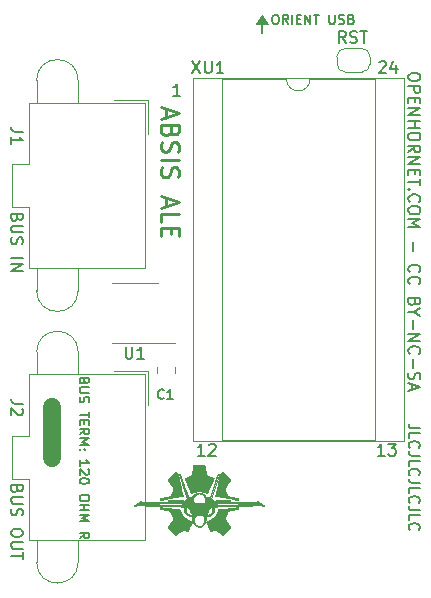
<source format=gbr>
G04 #@! TF.GenerationSoftware,KiCad,Pcbnew,(5.1.9)-1*
G04 #@! TF.CreationDate,2022-07-29T09:29:53-06:00*
G04 #@! TF.ProjectId,ABSIS_ALE,41425349-535f-4414-9c45-2e6b69636164,1*
G04 #@! TF.SameCoordinates,Original*
G04 #@! TF.FileFunction,Legend,Top*
G04 #@! TF.FilePolarity,Positive*
%FSLAX46Y46*%
G04 Gerber Fmt 4.6, Leading zero omitted, Abs format (unit mm)*
G04 Created by KiCad (PCBNEW (5.1.9)-1) date 2022-07-29 09:29:53*
%MOMM*%
%LPD*%
G01*
G04 APERTURE LIST*
%ADD10C,0.150000*%
%ADD11C,1.500000*%
%ADD12C,0.100000*%
%ADD13C,0.250000*%
%ADD14C,0.010000*%
%ADD15C,0.120000*%
G04 APERTURE END LIST*
D10*
X154012995Y-68584819D02*
X154060614Y-68537200D01*
X154155852Y-68489580D01*
X154393947Y-68489580D01*
X154489185Y-68537200D01*
X154536804Y-68584819D01*
X154584423Y-68680057D01*
X154584423Y-68775295D01*
X154536804Y-68918152D01*
X153965376Y-69489580D01*
X154584423Y-69489580D01*
X155441566Y-68822914D02*
X155441566Y-69489580D01*
X155203471Y-68441961D02*
X154965376Y-69156247D01*
X155584423Y-69156247D01*
X129063142Y-95550714D02*
X129025047Y-95665000D01*
X128986952Y-95703095D01*
X128910761Y-95741190D01*
X128796476Y-95741190D01*
X128720285Y-95703095D01*
X128682190Y-95665000D01*
X128644095Y-95588809D01*
X128644095Y-95284047D01*
X129444095Y-95284047D01*
X129444095Y-95550714D01*
X129406000Y-95626904D01*
X129367904Y-95665000D01*
X129291714Y-95703095D01*
X129215523Y-95703095D01*
X129139333Y-95665000D01*
X129101238Y-95626904D01*
X129063142Y-95550714D01*
X129063142Y-95284047D01*
X129444095Y-96084047D02*
X128796476Y-96084047D01*
X128720285Y-96122142D01*
X128682190Y-96160238D01*
X128644095Y-96236428D01*
X128644095Y-96388809D01*
X128682190Y-96465000D01*
X128720285Y-96503095D01*
X128796476Y-96541190D01*
X129444095Y-96541190D01*
X128682190Y-96884047D02*
X128644095Y-96998333D01*
X128644095Y-97188809D01*
X128682190Y-97265000D01*
X128720285Y-97303095D01*
X128796476Y-97341190D01*
X128872666Y-97341190D01*
X128948857Y-97303095D01*
X128986952Y-97265000D01*
X129025047Y-97188809D01*
X129063142Y-97036428D01*
X129101238Y-96960238D01*
X129139333Y-96922142D01*
X129215523Y-96884047D01*
X129291714Y-96884047D01*
X129367904Y-96922142D01*
X129406000Y-96960238D01*
X129444095Y-97036428D01*
X129444095Y-97226904D01*
X129406000Y-97341190D01*
X129444095Y-98179285D02*
X129444095Y-98636428D01*
X128644095Y-98407857D02*
X129444095Y-98407857D01*
X129063142Y-98903095D02*
X129063142Y-99169761D01*
X128644095Y-99284047D02*
X128644095Y-98903095D01*
X129444095Y-98903095D01*
X129444095Y-99284047D01*
X128644095Y-100084047D02*
X129025047Y-99817380D01*
X128644095Y-99626904D02*
X129444095Y-99626904D01*
X129444095Y-99931666D01*
X129406000Y-100007857D01*
X129367904Y-100045952D01*
X129291714Y-100084047D01*
X129177428Y-100084047D01*
X129101238Y-100045952D01*
X129063142Y-100007857D01*
X129025047Y-99931666D01*
X129025047Y-99626904D01*
X128644095Y-100426904D02*
X129444095Y-100426904D01*
X128872666Y-100693571D01*
X129444095Y-100960238D01*
X128644095Y-100960238D01*
X128720285Y-101341190D02*
X128682190Y-101379285D01*
X128644095Y-101341190D01*
X128682190Y-101303095D01*
X128720285Y-101341190D01*
X128644095Y-101341190D01*
X129139333Y-101341190D02*
X129101238Y-101379285D01*
X129063142Y-101341190D01*
X129101238Y-101303095D01*
X129139333Y-101341190D01*
X129063142Y-101341190D01*
X128644095Y-102750714D02*
X128644095Y-102293571D01*
X128644095Y-102522142D02*
X129444095Y-102522142D01*
X129329809Y-102445952D01*
X129253619Y-102369761D01*
X129215523Y-102293571D01*
X129367904Y-103055476D02*
X129406000Y-103093571D01*
X129444095Y-103169761D01*
X129444095Y-103360238D01*
X129406000Y-103436428D01*
X129367904Y-103474523D01*
X129291714Y-103512619D01*
X129215523Y-103512619D01*
X129101238Y-103474523D01*
X128644095Y-103017380D01*
X128644095Y-103512619D01*
X129444095Y-104007857D02*
X129444095Y-104084047D01*
X129406000Y-104160238D01*
X129367904Y-104198333D01*
X129291714Y-104236428D01*
X129139333Y-104274523D01*
X128948857Y-104274523D01*
X128796476Y-104236428D01*
X128720285Y-104198333D01*
X128682190Y-104160238D01*
X128644095Y-104084047D01*
X128644095Y-104007857D01*
X128682190Y-103931666D01*
X128720285Y-103893571D01*
X128796476Y-103855476D01*
X128948857Y-103817380D01*
X129139333Y-103817380D01*
X129291714Y-103855476D01*
X129367904Y-103893571D01*
X129406000Y-103931666D01*
X129444095Y-104007857D01*
X129444095Y-105379285D02*
X129444095Y-105531666D01*
X129406000Y-105607857D01*
X129329809Y-105684047D01*
X129177428Y-105722142D01*
X128910761Y-105722142D01*
X128758380Y-105684047D01*
X128682190Y-105607857D01*
X128644095Y-105531666D01*
X128644095Y-105379285D01*
X128682190Y-105303095D01*
X128758380Y-105226904D01*
X128910761Y-105188809D01*
X129177428Y-105188809D01*
X129329809Y-105226904D01*
X129406000Y-105303095D01*
X129444095Y-105379285D01*
X128644095Y-106065000D02*
X129444095Y-106065000D01*
X129063142Y-106065000D02*
X129063142Y-106522142D01*
X128644095Y-106522142D02*
X129444095Y-106522142D01*
X128644095Y-106903095D02*
X129444095Y-106903095D01*
X128872666Y-107169761D01*
X129444095Y-107436428D01*
X128644095Y-107436428D01*
X128644095Y-108884047D02*
X129025047Y-108617380D01*
X128644095Y-108426904D02*
X129444095Y-108426904D01*
X129444095Y-108731666D01*
X129406000Y-108807857D01*
X129367904Y-108845952D01*
X129291714Y-108884047D01*
X129177428Y-108884047D01*
X129101238Y-108845952D01*
X129063142Y-108807857D01*
X129025047Y-108731666D01*
X129025047Y-108426904D01*
D11*
X126339000Y-97747000D02*
X126339000Y-102065000D01*
D10*
X154469523Y-101882380D02*
X153898095Y-101882380D01*
X154183809Y-101882380D02*
X154183809Y-100882380D01*
X154088571Y-101025238D01*
X153993333Y-101120476D01*
X153898095Y-101168095D01*
X154802857Y-100882380D02*
X155421904Y-100882380D01*
X155088571Y-101263333D01*
X155231428Y-101263333D01*
X155326666Y-101310952D01*
X155374285Y-101358571D01*
X155421904Y-101453809D01*
X155421904Y-101691904D01*
X155374285Y-101787142D01*
X155326666Y-101834761D01*
X155231428Y-101882380D01*
X154945714Y-101882380D01*
X154850476Y-101834761D01*
X154802857Y-101787142D01*
X139229523Y-101882380D02*
X138658095Y-101882380D01*
X138943809Y-101882380D02*
X138943809Y-100882380D01*
X138848571Y-101025238D01*
X138753333Y-101120476D01*
X138658095Y-101168095D01*
X139610476Y-100977619D02*
X139658095Y-100930000D01*
X139753333Y-100882380D01*
X139991428Y-100882380D01*
X140086666Y-100930000D01*
X140134285Y-100977619D01*
X140181904Y-101072857D01*
X140181904Y-101168095D01*
X140134285Y-101310952D01*
X139562857Y-101882380D01*
X140181904Y-101882380D01*
X137165714Y-71402380D02*
X136594285Y-71402380D01*
X136880000Y-71402380D02*
X136880000Y-70402380D01*
X136784761Y-70545238D01*
X136689523Y-70640476D01*
X136594285Y-70688095D01*
X157438857Y-99558857D02*
X156796000Y-99558857D01*
X156667428Y-99516000D01*
X156581714Y-99430285D01*
X156538857Y-99301714D01*
X156538857Y-99216000D01*
X156538857Y-100416000D02*
X156538857Y-99987428D01*
X157438857Y-99987428D01*
X156624571Y-101230285D02*
X156581714Y-101187428D01*
X156538857Y-101058857D01*
X156538857Y-100973142D01*
X156581714Y-100844571D01*
X156667428Y-100758857D01*
X156753142Y-100716000D01*
X156924571Y-100673142D01*
X157053142Y-100673142D01*
X157224571Y-100716000D01*
X157310285Y-100758857D01*
X157396000Y-100844571D01*
X157438857Y-100973142D01*
X157438857Y-101058857D01*
X157396000Y-101187428D01*
X157353142Y-101230285D01*
X157438857Y-101873142D02*
X156796000Y-101873142D01*
X156667428Y-101830285D01*
X156581714Y-101744571D01*
X156538857Y-101616000D01*
X156538857Y-101530285D01*
X156538857Y-102730285D02*
X156538857Y-102301714D01*
X157438857Y-102301714D01*
X156624571Y-103544571D02*
X156581714Y-103501714D01*
X156538857Y-103373142D01*
X156538857Y-103287428D01*
X156581714Y-103158857D01*
X156667428Y-103073142D01*
X156753142Y-103030285D01*
X156924571Y-102987428D01*
X157053142Y-102987428D01*
X157224571Y-103030285D01*
X157310285Y-103073142D01*
X157396000Y-103158857D01*
X157438857Y-103287428D01*
X157438857Y-103373142D01*
X157396000Y-103501714D01*
X157353142Y-103544571D01*
X157438857Y-104187428D02*
X156796000Y-104187428D01*
X156667428Y-104144571D01*
X156581714Y-104058857D01*
X156538857Y-103930285D01*
X156538857Y-103844571D01*
X156538857Y-105044571D02*
X156538857Y-104616000D01*
X157438857Y-104616000D01*
X156624571Y-105858857D02*
X156581714Y-105816000D01*
X156538857Y-105687428D01*
X156538857Y-105601714D01*
X156581714Y-105473142D01*
X156667428Y-105387428D01*
X156753142Y-105344571D01*
X156924571Y-105301714D01*
X157053142Y-105301714D01*
X157224571Y-105344571D01*
X157310285Y-105387428D01*
X157396000Y-105473142D01*
X157438857Y-105601714D01*
X157438857Y-105687428D01*
X157396000Y-105816000D01*
X157353142Y-105858857D01*
X157438857Y-106501714D02*
X156796000Y-106501714D01*
X156667428Y-106458857D01*
X156581714Y-106373142D01*
X156538857Y-106244571D01*
X156538857Y-106158857D01*
X156538857Y-107358857D02*
X156538857Y-106930285D01*
X157438857Y-106930285D01*
X156624571Y-108173142D02*
X156581714Y-108130285D01*
X156538857Y-108001714D01*
X156538857Y-107916000D01*
X156581714Y-107787428D01*
X156667428Y-107701714D01*
X156753142Y-107658857D01*
X156924571Y-107616000D01*
X157053142Y-107616000D01*
X157224571Y-107658857D01*
X157310285Y-107701714D01*
X157396000Y-107787428D01*
X157438857Y-107916000D01*
X157438857Y-108001714D01*
X157396000Y-108130285D01*
X157353142Y-108173142D01*
D12*
G36*
X144614900Y-65354200D02*
G01*
X143614900Y-65354200D01*
X144114900Y-64604200D01*
X144614900Y-65354200D01*
G37*
X144614900Y-65354200D02*
X143614900Y-65354200D01*
X144114900Y-64604200D01*
X144614900Y-65354200D01*
D10*
X144106900Y-66100200D02*
X144106900Y-65100200D01*
X145153257Y-64535104D02*
X145305638Y-64535104D01*
X145381828Y-64573200D01*
X145458019Y-64649390D01*
X145496114Y-64801771D01*
X145496114Y-65068438D01*
X145458019Y-65220819D01*
X145381828Y-65297009D01*
X145305638Y-65335104D01*
X145153257Y-65335104D01*
X145077066Y-65297009D01*
X145000876Y-65220819D01*
X144962780Y-65068438D01*
X144962780Y-64801771D01*
X145000876Y-64649390D01*
X145077066Y-64573200D01*
X145153257Y-64535104D01*
X146296114Y-65335104D02*
X146029447Y-64954152D01*
X145838971Y-65335104D02*
X145838971Y-64535104D01*
X146143733Y-64535104D01*
X146219923Y-64573200D01*
X146258019Y-64611295D01*
X146296114Y-64687485D01*
X146296114Y-64801771D01*
X146258019Y-64877961D01*
X146219923Y-64916057D01*
X146143733Y-64954152D01*
X145838971Y-64954152D01*
X146638971Y-65335104D02*
X146638971Y-64535104D01*
X147019923Y-64916057D02*
X147286590Y-64916057D01*
X147400876Y-65335104D02*
X147019923Y-65335104D01*
X147019923Y-64535104D01*
X147400876Y-64535104D01*
X147743733Y-65335104D02*
X147743733Y-64535104D01*
X148200876Y-65335104D01*
X148200876Y-64535104D01*
X148467542Y-64535104D02*
X148924685Y-64535104D01*
X148696114Y-65335104D02*
X148696114Y-64535104D01*
X149800876Y-64535104D02*
X149800876Y-65182723D01*
X149838971Y-65258914D01*
X149877066Y-65297009D01*
X149953257Y-65335104D01*
X150105638Y-65335104D01*
X150181828Y-65297009D01*
X150219923Y-65258914D01*
X150258019Y-65182723D01*
X150258019Y-64535104D01*
X150600876Y-65297009D02*
X150715161Y-65335104D01*
X150905638Y-65335104D01*
X150981828Y-65297009D01*
X151019923Y-65258914D01*
X151058019Y-65182723D01*
X151058019Y-65106533D01*
X151019923Y-65030342D01*
X150981828Y-64992247D01*
X150905638Y-64954152D01*
X150753257Y-64916057D01*
X150677066Y-64877961D01*
X150638971Y-64839866D01*
X150600876Y-64763676D01*
X150600876Y-64687485D01*
X150638971Y-64611295D01*
X150677066Y-64573200D01*
X150753257Y-64535104D01*
X150943733Y-64535104D01*
X151058019Y-64573200D01*
X151667542Y-64916057D02*
X151781828Y-64954152D01*
X151819923Y-64992247D01*
X151858019Y-65068438D01*
X151858019Y-65182723D01*
X151819923Y-65258914D01*
X151781828Y-65297009D01*
X151705638Y-65335104D01*
X151400876Y-65335104D01*
X151400876Y-64535104D01*
X151667542Y-64535104D01*
X151743733Y-64573200D01*
X151781828Y-64611295D01*
X151819923Y-64687485D01*
X151819923Y-64763676D01*
X151781828Y-64839866D01*
X151743733Y-64877961D01*
X151667542Y-64916057D01*
X151400876Y-64916057D01*
X157493619Y-69721333D02*
X157493619Y-69911809D01*
X157446000Y-70007047D01*
X157350761Y-70102285D01*
X157160285Y-70149904D01*
X156826952Y-70149904D01*
X156636476Y-70102285D01*
X156541238Y-70007047D01*
X156493619Y-69911809D01*
X156493619Y-69721333D01*
X156541238Y-69626095D01*
X156636476Y-69530857D01*
X156826952Y-69483238D01*
X157160285Y-69483238D01*
X157350761Y-69530857D01*
X157446000Y-69626095D01*
X157493619Y-69721333D01*
X156493619Y-70578476D02*
X157493619Y-70578476D01*
X157493619Y-70959428D01*
X157446000Y-71054666D01*
X157398380Y-71102285D01*
X157303142Y-71149904D01*
X157160285Y-71149904D01*
X157065047Y-71102285D01*
X157017428Y-71054666D01*
X156969809Y-70959428D01*
X156969809Y-70578476D01*
X157017428Y-71578476D02*
X157017428Y-71911809D01*
X156493619Y-72054666D02*
X156493619Y-71578476D01*
X157493619Y-71578476D01*
X157493619Y-72054666D01*
X156493619Y-72483238D02*
X157493619Y-72483238D01*
X156493619Y-73054666D01*
X157493619Y-73054666D01*
X156493619Y-73530857D02*
X157493619Y-73530857D01*
X157017428Y-73530857D02*
X157017428Y-74102285D01*
X156493619Y-74102285D02*
X157493619Y-74102285D01*
X157493619Y-74768952D02*
X157493619Y-74959428D01*
X157446000Y-75054666D01*
X157350761Y-75149904D01*
X157160285Y-75197523D01*
X156826952Y-75197523D01*
X156636476Y-75149904D01*
X156541238Y-75054666D01*
X156493619Y-74959428D01*
X156493619Y-74768952D01*
X156541238Y-74673714D01*
X156636476Y-74578476D01*
X156826952Y-74530857D01*
X157160285Y-74530857D01*
X157350761Y-74578476D01*
X157446000Y-74673714D01*
X157493619Y-74768952D01*
X156493619Y-76197523D02*
X156969809Y-75864190D01*
X156493619Y-75626095D02*
X157493619Y-75626095D01*
X157493619Y-76007047D01*
X157446000Y-76102285D01*
X157398380Y-76149904D01*
X157303142Y-76197523D01*
X157160285Y-76197523D01*
X157065047Y-76149904D01*
X157017428Y-76102285D01*
X156969809Y-76007047D01*
X156969809Y-75626095D01*
X156493619Y-76626095D02*
X157493619Y-76626095D01*
X156493619Y-77197523D01*
X157493619Y-77197523D01*
X157017428Y-77673714D02*
X157017428Y-78007047D01*
X156493619Y-78149904D02*
X156493619Y-77673714D01*
X157493619Y-77673714D01*
X157493619Y-78149904D01*
X157493619Y-78435619D02*
X157493619Y-79007047D01*
X156493619Y-78721333D02*
X157493619Y-78721333D01*
X156588857Y-79340380D02*
X156541238Y-79388000D01*
X156493619Y-79340380D01*
X156541238Y-79292761D01*
X156588857Y-79340380D01*
X156493619Y-79340380D01*
X156588857Y-80388000D02*
X156541238Y-80340380D01*
X156493619Y-80197523D01*
X156493619Y-80102285D01*
X156541238Y-79959428D01*
X156636476Y-79864190D01*
X156731714Y-79816571D01*
X156922190Y-79768952D01*
X157065047Y-79768952D01*
X157255523Y-79816571D01*
X157350761Y-79864190D01*
X157446000Y-79959428D01*
X157493619Y-80102285D01*
X157493619Y-80197523D01*
X157446000Y-80340380D01*
X157398380Y-80388000D01*
X157493619Y-81007047D02*
X157493619Y-81197523D01*
X157446000Y-81292761D01*
X157350761Y-81388000D01*
X157160285Y-81435619D01*
X156826952Y-81435619D01*
X156636476Y-81388000D01*
X156541238Y-81292761D01*
X156493619Y-81197523D01*
X156493619Y-81007047D01*
X156541238Y-80911809D01*
X156636476Y-80816571D01*
X156826952Y-80768952D01*
X157160285Y-80768952D01*
X157350761Y-80816571D01*
X157446000Y-80911809D01*
X157493619Y-81007047D01*
X156493619Y-81864190D02*
X157493619Y-81864190D01*
X156779333Y-82197523D01*
X157493619Y-82530857D01*
X156493619Y-82530857D01*
X156874571Y-83768952D02*
X156874571Y-84530857D01*
X156588857Y-86340380D02*
X156541238Y-86292761D01*
X156493619Y-86149904D01*
X156493619Y-86054666D01*
X156541238Y-85911809D01*
X156636476Y-85816571D01*
X156731714Y-85768952D01*
X156922190Y-85721333D01*
X157065047Y-85721333D01*
X157255523Y-85768952D01*
X157350761Y-85816571D01*
X157446000Y-85911809D01*
X157493619Y-86054666D01*
X157493619Y-86149904D01*
X157446000Y-86292761D01*
X157398380Y-86340380D01*
X156588857Y-87340380D02*
X156541238Y-87292761D01*
X156493619Y-87149904D01*
X156493619Y-87054666D01*
X156541238Y-86911809D01*
X156636476Y-86816571D01*
X156731714Y-86768952D01*
X156922190Y-86721333D01*
X157065047Y-86721333D01*
X157255523Y-86768952D01*
X157350761Y-86816571D01*
X157446000Y-86911809D01*
X157493619Y-87054666D01*
X157493619Y-87149904D01*
X157446000Y-87292761D01*
X157398380Y-87340380D01*
X157017428Y-88864190D02*
X156969809Y-89007047D01*
X156922190Y-89054666D01*
X156826952Y-89102285D01*
X156684095Y-89102285D01*
X156588857Y-89054666D01*
X156541238Y-89007047D01*
X156493619Y-88911809D01*
X156493619Y-88530857D01*
X157493619Y-88530857D01*
X157493619Y-88864190D01*
X157446000Y-88959428D01*
X157398380Y-89007047D01*
X157303142Y-89054666D01*
X157207904Y-89054666D01*
X157112666Y-89007047D01*
X157065047Y-88959428D01*
X157017428Y-88864190D01*
X157017428Y-88530857D01*
X156969809Y-89721333D02*
X156493619Y-89721333D01*
X157493619Y-89388000D02*
X156969809Y-89721333D01*
X157493619Y-90054666D01*
X156874571Y-90388000D02*
X156874571Y-91149904D01*
X156493619Y-91626095D02*
X157493619Y-91626095D01*
X156493619Y-92197523D01*
X157493619Y-92197523D01*
X156588857Y-93245142D02*
X156541238Y-93197523D01*
X156493619Y-93054666D01*
X156493619Y-92959428D01*
X156541238Y-92816571D01*
X156636476Y-92721333D01*
X156731714Y-92673714D01*
X156922190Y-92626095D01*
X157065047Y-92626095D01*
X157255523Y-92673714D01*
X157350761Y-92721333D01*
X157446000Y-92816571D01*
X157493619Y-92959428D01*
X157493619Y-93054666D01*
X157446000Y-93197523D01*
X157398380Y-93245142D01*
X156874571Y-93673714D02*
X156874571Y-94435619D01*
X156541238Y-94864190D02*
X156493619Y-95007047D01*
X156493619Y-95245142D01*
X156541238Y-95340380D01*
X156588857Y-95388000D01*
X156684095Y-95435619D01*
X156779333Y-95435619D01*
X156874571Y-95388000D01*
X156922190Y-95340380D01*
X156969809Y-95245142D01*
X157017428Y-95054666D01*
X157065047Y-94959428D01*
X157112666Y-94911809D01*
X157207904Y-94864190D01*
X157303142Y-94864190D01*
X157398380Y-94911809D01*
X157446000Y-94959428D01*
X157493619Y-95054666D01*
X157493619Y-95292761D01*
X157446000Y-95435619D01*
X156779333Y-95816571D02*
X156779333Y-96292761D01*
X156493619Y-95721333D02*
X157493619Y-96054666D01*
X156493619Y-96388000D01*
D13*
X135995000Y-72542142D02*
X135995000Y-73256428D01*
X135566428Y-72399285D02*
X137066428Y-72899285D01*
X135566428Y-73399285D01*
X136352142Y-74399285D02*
X136280714Y-74613571D01*
X136209285Y-74685000D01*
X136066428Y-74756428D01*
X135852142Y-74756428D01*
X135709285Y-74685000D01*
X135637857Y-74613571D01*
X135566428Y-74470714D01*
X135566428Y-73899285D01*
X137066428Y-73899285D01*
X137066428Y-74399285D01*
X136995000Y-74542142D01*
X136923571Y-74613571D01*
X136780714Y-74685000D01*
X136637857Y-74685000D01*
X136495000Y-74613571D01*
X136423571Y-74542142D01*
X136352142Y-74399285D01*
X136352142Y-73899285D01*
X135637857Y-75327857D02*
X135566428Y-75542142D01*
X135566428Y-75899285D01*
X135637857Y-76042142D01*
X135709285Y-76113571D01*
X135852142Y-76185000D01*
X135995000Y-76185000D01*
X136137857Y-76113571D01*
X136209285Y-76042142D01*
X136280714Y-75899285D01*
X136352142Y-75613571D01*
X136423571Y-75470714D01*
X136495000Y-75399285D01*
X136637857Y-75327857D01*
X136780714Y-75327857D01*
X136923571Y-75399285D01*
X136995000Y-75470714D01*
X137066428Y-75613571D01*
X137066428Y-75970714D01*
X136995000Y-76185000D01*
X135566428Y-76827857D02*
X137066428Y-76827857D01*
X135637857Y-77470714D02*
X135566428Y-77685000D01*
X135566428Y-78042142D01*
X135637857Y-78185000D01*
X135709285Y-78256428D01*
X135852142Y-78327857D01*
X135995000Y-78327857D01*
X136137857Y-78256428D01*
X136209285Y-78185000D01*
X136280714Y-78042142D01*
X136352142Y-77756428D01*
X136423571Y-77613571D01*
X136495000Y-77542142D01*
X136637857Y-77470714D01*
X136780714Y-77470714D01*
X136923571Y-77542142D01*
X136995000Y-77613571D01*
X137066428Y-77756428D01*
X137066428Y-78113571D01*
X136995000Y-78327857D01*
X135995000Y-80042142D02*
X135995000Y-80756428D01*
X135566428Y-79899285D02*
X137066428Y-80399285D01*
X135566428Y-80899285D01*
X135566428Y-82113571D02*
X135566428Y-81399285D01*
X137066428Y-81399285D01*
X136352142Y-82613571D02*
X136352142Y-83113571D01*
X135566428Y-83327857D02*
X135566428Y-82613571D01*
X137066428Y-82613571D01*
X137066428Y-83327857D01*
D14*
G36*
X135474030Y-106258369D02*
G01*
X135486843Y-106259738D01*
X135507074Y-106261953D01*
X135534226Y-106264955D01*
X135567803Y-106268689D01*
X135607306Y-106273099D01*
X135652240Y-106278129D01*
X135702107Y-106283722D01*
X135756409Y-106289822D01*
X135814651Y-106296373D01*
X135876334Y-106303318D01*
X135940962Y-106310602D01*
X136008038Y-106318168D01*
X136077065Y-106325960D01*
X136147545Y-106333921D01*
X136218981Y-106341996D01*
X136290878Y-106350128D01*
X136362736Y-106358261D01*
X136434060Y-106366339D01*
X136504352Y-106374305D01*
X136573116Y-106382104D01*
X136639853Y-106389678D01*
X136704068Y-106396973D01*
X136765263Y-106403931D01*
X136822941Y-106410496D01*
X136876605Y-106416613D01*
X136925758Y-106422224D01*
X136969902Y-106427274D01*
X137008542Y-106431706D01*
X137041179Y-106435465D01*
X137067316Y-106438493D01*
X137086458Y-106440736D01*
X137098106Y-106442135D01*
X137101162Y-106442529D01*
X137112723Y-106444987D01*
X137118511Y-106449350D01*
X137121100Y-106456958D01*
X137123347Y-106463371D01*
X137128738Y-106476598D01*
X137136880Y-106495763D01*
X137147378Y-106519990D01*
X137159838Y-106548400D01*
X137173866Y-106580117D01*
X137189068Y-106614265D01*
X137205050Y-106649966D01*
X137221417Y-106686344D01*
X137237775Y-106722521D01*
X137253729Y-106757622D01*
X137268887Y-106790768D01*
X137282853Y-106821083D01*
X137295233Y-106847690D01*
X137305633Y-106869713D01*
X137313659Y-106886274D01*
X137317593Y-106894032D01*
X137338464Y-106929367D01*
X137365079Y-106967531D01*
X137396001Y-107006870D01*
X137429790Y-107045730D01*
X137465007Y-107082459D01*
X137500215Y-107115402D01*
X137533974Y-107142908D01*
X137534467Y-107143274D01*
X137542085Y-107148346D01*
X137556306Y-107157233D01*
X137576407Y-107169508D01*
X137601662Y-107184745D01*
X137631346Y-107202519D01*
X137664735Y-107222404D01*
X137701103Y-107243975D01*
X137739726Y-107266805D01*
X137779879Y-107290469D01*
X137820837Y-107314541D01*
X137861876Y-107338596D01*
X137902270Y-107362208D01*
X137941294Y-107384950D01*
X137978225Y-107406398D01*
X138012336Y-107426125D01*
X138042904Y-107443706D01*
X138069202Y-107458715D01*
X138090508Y-107470726D01*
X138106094Y-107479314D01*
X138111373Y-107482117D01*
X138130241Y-107491916D01*
X137969952Y-107879266D01*
X137941494Y-107947894D01*
X137915380Y-108010569D01*
X137891699Y-108067089D01*
X137870538Y-108117248D01*
X137851984Y-108160842D01*
X137836126Y-108197667D01*
X137823050Y-108227520D01*
X137812845Y-108250195D01*
X137805598Y-108265489D01*
X137801395Y-108273197D01*
X137800713Y-108274025D01*
X137789833Y-108279742D01*
X137780904Y-108281433D01*
X137774876Y-108279486D01*
X137762260Y-108273929D01*
X137743912Y-108265187D01*
X137720687Y-108253686D01*
X137693442Y-108239852D01*
X137663031Y-108224110D01*
X137630309Y-108206887D01*
X137619243Y-108201000D01*
X137580006Y-108180125D01*
X137547448Y-108162982D01*
X137520810Y-108149261D01*
X137499332Y-108138648D01*
X137482254Y-108130833D01*
X137468816Y-108125506D01*
X137458260Y-108122354D01*
X137449824Y-108121066D01*
X137442750Y-108121331D01*
X137436278Y-108122839D01*
X137432084Y-108124318D01*
X137427240Y-108127214D01*
X137415923Y-108134571D01*
X137398635Y-108146051D01*
X137375876Y-108161313D01*
X137348148Y-108180019D01*
X137315951Y-108201828D01*
X137279787Y-108226401D01*
X137240156Y-108253399D01*
X137197560Y-108282482D01*
X137152500Y-108313310D01*
X137105477Y-108345545D01*
X137094734Y-108352918D01*
X137038578Y-108391463D01*
X136988968Y-108425485D01*
X136945466Y-108455250D01*
X136907636Y-108481021D01*
X136875041Y-108503066D01*
X136847243Y-108521648D01*
X136823806Y-108537033D01*
X136804293Y-108549486D01*
X136788266Y-108559273D01*
X136775290Y-108566658D01*
X136764926Y-108571908D01*
X136756737Y-108575286D01*
X136750288Y-108577059D01*
X136745140Y-108577491D01*
X136740857Y-108576848D01*
X136737002Y-108575395D01*
X136733137Y-108573397D01*
X136732250Y-108572915D01*
X136727711Y-108569098D01*
X136717717Y-108559764D01*
X136702768Y-108545412D01*
X136683362Y-108526540D01*
X136659996Y-108503647D01*
X136633170Y-108477231D01*
X136603381Y-108447790D01*
X136571128Y-108415822D01*
X136536910Y-108381827D01*
X136501225Y-108346301D01*
X136464570Y-108309744D01*
X136427445Y-108272653D01*
X136390347Y-108235528D01*
X136353776Y-108198865D01*
X136318229Y-108163165D01*
X136284205Y-108128924D01*
X136252201Y-108096642D01*
X136222718Y-108066816D01*
X136196252Y-108039945D01*
X136173302Y-108016527D01*
X136154366Y-107997060D01*
X136139944Y-107982044D01*
X136130532Y-107971975D01*
X136126630Y-107967353D01*
X136126611Y-107967318D01*
X136122435Y-107958069D01*
X136120626Y-107949154D01*
X136121615Y-107939403D01*
X136125839Y-107927645D01*
X136133731Y-107912709D01*
X136145726Y-107893425D01*
X136162257Y-107868622D01*
X136164380Y-107865493D01*
X136174017Y-107851348D01*
X136187955Y-107830945D01*
X136205701Y-107805007D01*
X136226760Y-107774255D01*
X136250639Y-107739408D01*
X136276844Y-107701187D01*
X136304879Y-107660315D01*
X136334252Y-107617511D01*
X136364467Y-107573496D01*
X136391421Y-107534250D01*
X136420802Y-107491409D01*
X136448876Y-107450344D01*
X136475258Y-107411627D01*
X136499564Y-107375826D01*
X136521410Y-107343512D01*
X136540411Y-107315256D01*
X136556183Y-107291627D01*
X136568341Y-107273195D01*
X136576501Y-107260531D01*
X136580279Y-107254205D01*
X136580407Y-107253927D01*
X136584509Y-107240836D01*
X136586200Y-107228647D01*
X136584636Y-107222539D01*
X136580136Y-107209325D01*
X136572991Y-107189730D01*
X136563490Y-107164475D01*
X136551923Y-107134284D01*
X136538581Y-107099879D01*
X136523754Y-107061983D01*
X136507730Y-107021320D01*
X136490801Y-106978612D01*
X136473256Y-106934582D01*
X136455385Y-106889953D01*
X136437479Y-106845449D01*
X136419826Y-106801791D01*
X136402718Y-106759703D01*
X136386444Y-106719909D01*
X136371293Y-106683130D01*
X136357557Y-106650090D01*
X136345524Y-106621511D01*
X136335486Y-106598117D01*
X136327731Y-106580631D01*
X136322550Y-106569775D01*
X136320639Y-106566543D01*
X136311878Y-106557295D01*
X136304043Y-106550843D01*
X136303088Y-106550278D01*
X136298003Y-106548985D01*
X136285172Y-106546269D01*
X136265175Y-106542242D01*
X136238594Y-106537014D01*
X136206007Y-106530697D01*
X136167997Y-106523403D01*
X136125143Y-106515242D01*
X136078025Y-106506326D01*
X136027225Y-106496765D01*
X135973322Y-106486672D01*
X135916897Y-106476157D01*
X135893969Y-106471898D01*
X135820695Y-106458262D01*
X135755465Y-106446041D01*
X135697986Y-106435176D01*
X135647966Y-106425608D01*
X135605111Y-106417279D01*
X135569128Y-106410131D01*
X135539725Y-106404105D01*
X135516607Y-106399142D01*
X135499482Y-106395185D01*
X135488057Y-106392175D01*
X135482038Y-106390054D01*
X135481300Y-106389624D01*
X135473000Y-106382521D01*
X135467167Y-106374163D01*
X135463387Y-106362982D01*
X135461246Y-106347412D01*
X135460330Y-106325886D01*
X135460196Y-106309758D01*
X135460237Y-106288080D01*
X135460583Y-106273474D01*
X135461474Y-106264547D01*
X135463149Y-106259906D01*
X135465850Y-106258155D01*
X135469133Y-106257899D01*
X135474030Y-106258369D01*
G37*
X135474030Y-106258369D02*
X135486843Y-106259738D01*
X135507074Y-106261953D01*
X135534226Y-106264955D01*
X135567803Y-106268689D01*
X135607306Y-106273099D01*
X135652240Y-106278129D01*
X135702107Y-106283722D01*
X135756409Y-106289822D01*
X135814651Y-106296373D01*
X135876334Y-106303318D01*
X135940962Y-106310602D01*
X136008038Y-106318168D01*
X136077065Y-106325960D01*
X136147545Y-106333921D01*
X136218981Y-106341996D01*
X136290878Y-106350128D01*
X136362736Y-106358261D01*
X136434060Y-106366339D01*
X136504352Y-106374305D01*
X136573116Y-106382104D01*
X136639853Y-106389678D01*
X136704068Y-106396973D01*
X136765263Y-106403931D01*
X136822941Y-106410496D01*
X136876605Y-106416613D01*
X136925758Y-106422224D01*
X136969902Y-106427274D01*
X137008542Y-106431706D01*
X137041179Y-106435465D01*
X137067316Y-106438493D01*
X137086458Y-106440736D01*
X137098106Y-106442135D01*
X137101162Y-106442529D01*
X137112723Y-106444987D01*
X137118511Y-106449350D01*
X137121100Y-106456958D01*
X137123347Y-106463371D01*
X137128738Y-106476598D01*
X137136880Y-106495763D01*
X137147378Y-106519990D01*
X137159838Y-106548400D01*
X137173866Y-106580117D01*
X137189068Y-106614265D01*
X137205050Y-106649966D01*
X137221417Y-106686344D01*
X137237775Y-106722521D01*
X137253729Y-106757622D01*
X137268887Y-106790768D01*
X137282853Y-106821083D01*
X137295233Y-106847690D01*
X137305633Y-106869713D01*
X137313659Y-106886274D01*
X137317593Y-106894032D01*
X137338464Y-106929367D01*
X137365079Y-106967531D01*
X137396001Y-107006870D01*
X137429790Y-107045730D01*
X137465007Y-107082459D01*
X137500215Y-107115402D01*
X137533974Y-107142908D01*
X137534467Y-107143274D01*
X137542085Y-107148346D01*
X137556306Y-107157233D01*
X137576407Y-107169508D01*
X137601662Y-107184745D01*
X137631346Y-107202519D01*
X137664735Y-107222404D01*
X137701103Y-107243975D01*
X137739726Y-107266805D01*
X137779879Y-107290469D01*
X137820837Y-107314541D01*
X137861876Y-107338596D01*
X137902270Y-107362208D01*
X137941294Y-107384950D01*
X137978225Y-107406398D01*
X138012336Y-107426125D01*
X138042904Y-107443706D01*
X138069202Y-107458715D01*
X138090508Y-107470726D01*
X138106094Y-107479314D01*
X138111373Y-107482117D01*
X138130241Y-107491916D01*
X137969952Y-107879266D01*
X137941494Y-107947894D01*
X137915380Y-108010569D01*
X137891699Y-108067089D01*
X137870538Y-108117248D01*
X137851984Y-108160842D01*
X137836126Y-108197667D01*
X137823050Y-108227520D01*
X137812845Y-108250195D01*
X137805598Y-108265489D01*
X137801395Y-108273197D01*
X137800713Y-108274025D01*
X137789833Y-108279742D01*
X137780904Y-108281433D01*
X137774876Y-108279486D01*
X137762260Y-108273929D01*
X137743912Y-108265187D01*
X137720687Y-108253686D01*
X137693442Y-108239852D01*
X137663031Y-108224110D01*
X137630309Y-108206887D01*
X137619243Y-108201000D01*
X137580006Y-108180125D01*
X137547448Y-108162982D01*
X137520810Y-108149261D01*
X137499332Y-108138648D01*
X137482254Y-108130833D01*
X137468816Y-108125506D01*
X137458260Y-108122354D01*
X137449824Y-108121066D01*
X137442750Y-108121331D01*
X137436278Y-108122839D01*
X137432084Y-108124318D01*
X137427240Y-108127214D01*
X137415923Y-108134571D01*
X137398635Y-108146051D01*
X137375876Y-108161313D01*
X137348148Y-108180019D01*
X137315951Y-108201828D01*
X137279787Y-108226401D01*
X137240156Y-108253399D01*
X137197560Y-108282482D01*
X137152500Y-108313310D01*
X137105477Y-108345545D01*
X137094734Y-108352918D01*
X137038578Y-108391463D01*
X136988968Y-108425485D01*
X136945466Y-108455250D01*
X136907636Y-108481021D01*
X136875041Y-108503066D01*
X136847243Y-108521648D01*
X136823806Y-108537033D01*
X136804293Y-108549486D01*
X136788266Y-108559273D01*
X136775290Y-108566658D01*
X136764926Y-108571908D01*
X136756737Y-108575286D01*
X136750288Y-108577059D01*
X136745140Y-108577491D01*
X136740857Y-108576848D01*
X136737002Y-108575395D01*
X136733137Y-108573397D01*
X136732250Y-108572915D01*
X136727711Y-108569098D01*
X136717717Y-108559764D01*
X136702768Y-108545412D01*
X136683362Y-108526540D01*
X136659996Y-108503647D01*
X136633170Y-108477231D01*
X136603381Y-108447790D01*
X136571128Y-108415822D01*
X136536910Y-108381827D01*
X136501225Y-108346301D01*
X136464570Y-108309744D01*
X136427445Y-108272653D01*
X136390347Y-108235528D01*
X136353776Y-108198865D01*
X136318229Y-108163165D01*
X136284205Y-108128924D01*
X136252201Y-108096642D01*
X136222718Y-108066816D01*
X136196252Y-108039945D01*
X136173302Y-108016527D01*
X136154366Y-107997060D01*
X136139944Y-107982044D01*
X136130532Y-107971975D01*
X136126630Y-107967353D01*
X136126611Y-107967318D01*
X136122435Y-107958069D01*
X136120626Y-107949154D01*
X136121615Y-107939403D01*
X136125839Y-107927645D01*
X136133731Y-107912709D01*
X136145726Y-107893425D01*
X136162257Y-107868622D01*
X136164380Y-107865493D01*
X136174017Y-107851348D01*
X136187955Y-107830945D01*
X136205701Y-107805007D01*
X136226760Y-107774255D01*
X136250639Y-107739408D01*
X136276844Y-107701187D01*
X136304879Y-107660315D01*
X136334252Y-107617511D01*
X136364467Y-107573496D01*
X136391421Y-107534250D01*
X136420802Y-107491409D01*
X136448876Y-107450344D01*
X136475258Y-107411627D01*
X136499564Y-107375826D01*
X136521410Y-107343512D01*
X136540411Y-107315256D01*
X136556183Y-107291627D01*
X136568341Y-107273195D01*
X136576501Y-107260531D01*
X136580279Y-107254205D01*
X136580407Y-107253927D01*
X136584509Y-107240836D01*
X136586200Y-107228647D01*
X136584636Y-107222539D01*
X136580136Y-107209325D01*
X136572991Y-107189730D01*
X136563490Y-107164475D01*
X136551923Y-107134284D01*
X136538581Y-107099879D01*
X136523754Y-107061983D01*
X136507730Y-107021320D01*
X136490801Y-106978612D01*
X136473256Y-106934582D01*
X136455385Y-106889953D01*
X136437479Y-106845449D01*
X136419826Y-106801791D01*
X136402718Y-106759703D01*
X136386444Y-106719909D01*
X136371293Y-106683130D01*
X136357557Y-106650090D01*
X136345524Y-106621511D01*
X136335486Y-106598117D01*
X136327731Y-106580631D01*
X136322550Y-106569775D01*
X136320639Y-106566543D01*
X136311878Y-106557295D01*
X136304043Y-106550843D01*
X136303088Y-106550278D01*
X136298003Y-106548985D01*
X136285172Y-106546269D01*
X136265175Y-106542242D01*
X136238594Y-106537014D01*
X136206007Y-106530697D01*
X136167997Y-106523403D01*
X136125143Y-106515242D01*
X136078025Y-106506326D01*
X136027225Y-106496765D01*
X135973322Y-106486672D01*
X135916897Y-106476157D01*
X135893969Y-106471898D01*
X135820695Y-106458262D01*
X135755465Y-106446041D01*
X135697986Y-106435176D01*
X135647966Y-106425608D01*
X135605111Y-106417279D01*
X135569128Y-106410131D01*
X135539725Y-106404105D01*
X135516607Y-106399142D01*
X135499482Y-106395185D01*
X135488057Y-106392175D01*
X135482038Y-106390054D01*
X135481300Y-106389624D01*
X135473000Y-106382521D01*
X135467167Y-106374163D01*
X135463387Y-106362982D01*
X135461246Y-106347412D01*
X135460330Y-106325886D01*
X135460196Y-106309758D01*
X135460237Y-106288080D01*
X135460583Y-106273474D01*
X135461474Y-106264547D01*
X135463149Y-106259906D01*
X135465850Y-106258155D01*
X135469133Y-106257899D01*
X135474030Y-106258369D01*
G36*
X142054197Y-106258171D02*
G01*
X142057033Y-106259946D01*
X142058727Y-106264663D01*
X142059574Y-106273761D01*
X142059867Y-106288681D01*
X142059900Y-106306719D01*
X142059204Y-106335359D01*
X142056899Y-106356879D01*
X142052659Y-106372526D01*
X142046158Y-106383549D01*
X142038029Y-106390598D01*
X142032440Y-106392312D01*
X142019050Y-106395440D01*
X141998388Y-106399876D01*
X141970981Y-106405518D01*
X141937359Y-106412261D01*
X141898050Y-106420002D01*
X141853583Y-106428635D01*
X141804486Y-106438058D01*
X141751287Y-106448167D01*
X141694515Y-106458857D01*
X141634700Y-106470024D01*
X141626368Y-106471572D01*
X141569135Y-106482226D01*
X141514199Y-106492499D01*
X141462141Y-106502282D01*
X141413540Y-106511462D01*
X141368977Y-106519929D01*
X141329031Y-106527571D01*
X141294283Y-106534277D01*
X141265313Y-106539936D01*
X141242701Y-106544438D01*
X141227027Y-106547670D01*
X141218872Y-106549521D01*
X141217851Y-106549847D01*
X141213561Y-106552475D01*
X141209354Y-106555911D01*
X141204998Y-106560667D01*
X141200262Y-106567252D01*
X141194916Y-106576177D01*
X141188727Y-106587953D01*
X141181466Y-106603091D01*
X141172901Y-106622100D01*
X141162801Y-106645491D01*
X141150935Y-106673776D01*
X141137072Y-106707464D01*
X141120981Y-106747066D01*
X141102431Y-106793093D01*
X141081192Y-106846055D01*
X141061178Y-106896087D01*
X141034910Y-106961965D01*
X141011834Y-107020199D01*
X140991882Y-107070961D01*
X140974990Y-107114423D01*
X140961093Y-107150756D01*
X140950125Y-107180131D01*
X140942021Y-107202722D01*
X140936716Y-107218698D01*
X140934143Y-107228233D01*
X140933860Y-107230520D01*
X140935576Y-107244719D01*
X140939701Y-107257513D01*
X140940000Y-107258104D01*
X140943264Y-107263280D01*
X140950969Y-107274912D01*
X140962762Y-107292479D01*
X140978289Y-107315463D01*
X140997194Y-107343340D01*
X141019125Y-107375591D01*
X141043728Y-107411695D01*
X141070647Y-107451131D01*
X141099529Y-107493379D01*
X141130020Y-107537917D01*
X141158757Y-107579838D01*
X141190599Y-107626261D01*
X141221311Y-107671040D01*
X141250523Y-107713632D01*
X141277863Y-107753498D01*
X141302960Y-107790096D01*
X141325445Y-107822886D01*
X141344945Y-107851327D01*
X141361091Y-107874878D01*
X141373510Y-107892999D01*
X141381834Y-107905148D01*
X141385450Y-107910433D01*
X141396067Y-107929765D01*
X141399500Y-107946384D01*
X141399302Y-107949063D01*
X141398481Y-107952084D01*
X141396696Y-107955803D01*
X141393608Y-107960578D01*
X141388875Y-107966765D01*
X141382159Y-107974723D01*
X141373118Y-107984807D01*
X141361413Y-107997376D01*
X141346702Y-108012787D01*
X141328647Y-108031396D01*
X141306906Y-108053562D01*
X141281139Y-108079641D01*
X141251007Y-108109990D01*
X141216168Y-108144967D01*
X141176283Y-108184930D01*
X141131011Y-108230234D01*
X141091493Y-108269759D01*
X141040598Y-108320715D01*
X140995382Y-108366051D01*
X140955462Y-108406059D01*
X140920454Y-108441030D01*
X140889976Y-108471253D01*
X140863643Y-108497021D01*
X140841073Y-108518623D01*
X140821882Y-108536351D01*
X140805686Y-108550496D01*
X140792104Y-108561348D01*
X140780750Y-108569198D01*
X140771241Y-108574337D01*
X140763195Y-108577055D01*
X140756228Y-108577645D01*
X140749957Y-108576396D01*
X140743998Y-108573599D01*
X140737967Y-108569545D01*
X140731483Y-108564525D01*
X140724160Y-108558830D01*
X140717127Y-108553768D01*
X140708238Y-108547690D01*
X140692960Y-108537227D01*
X140671882Y-108522782D01*
X140645597Y-108504763D01*
X140614694Y-108483573D01*
X140579765Y-108459618D01*
X140541400Y-108433304D01*
X140500191Y-108405035D01*
X140456727Y-108375216D01*
X140411601Y-108344254D01*
X140385851Y-108326584D01*
X140333105Y-108290408D01*
X140286863Y-108258745D01*
X140246666Y-108231296D01*
X140212052Y-108207761D01*
X140182560Y-108187841D01*
X140157731Y-108171237D01*
X140137102Y-108157649D01*
X140120213Y-108146778D01*
X140106603Y-108138326D01*
X140095811Y-108131991D01*
X140087377Y-108127475D01*
X140080839Y-108124479D01*
X140075737Y-108122704D01*
X140071610Y-108121849D01*
X140070468Y-108121725D01*
X140065308Y-108121495D01*
X140059868Y-108121955D01*
X140053381Y-108123461D01*
X140045079Y-108126370D01*
X140034198Y-108131035D01*
X140019969Y-108137814D01*
X140001625Y-108147062D01*
X139978400Y-108159133D01*
X139949528Y-108174384D01*
X139914241Y-108193171D01*
X139900054Y-108200743D01*
X139858706Y-108222654D01*
X139822719Y-108241379D01*
X139792458Y-108256741D01*
X139768284Y-108268560D01*
X139750560Y-108276657D01*
X139739647Y-108280852D01*
X139736750Y-108281433D01*
X139723590Y-108277816D01*
X139715923Y-108271908D01*
X139713306Y-108266937D01*
X139707694Y-108254683D01*
X139699316Y-108235692D01*
X139688401Y-108210510D01*
X139675177Y-108179683D01*
X139659875Y-108143756D01*
X139642722Y-108103275D01*
X139623949Y-108058787D01*
X139603783Y-108010836D01*
X139582455Y-107959968D01*
X139560193Y-107906731D01*
X139537227Y-107851668D01*
X139513785Y-107795327D01*
X139490096Y-107738252D01*
X139466390Y-107680990D01*
X139442896Y-107624087D01*
X139419842Y-107568088D01*
X139397458Y-107513539D01*
X139390063Y-107495474D01*
X139391733Y-107490393D01*
X139395772Y-107488115D01*
X139401751Y-107485241D01*
X139414315Y-107478446D01*
X139432775Y-107468136D01*
X139456437Y-107454716D01*
X139484609Y-107438591D01*
X139516601Y-107420166D01*
X139551720Y-107399846D01*
X139589273Y-107378037D01*
X139628570Y-107355144D01*
X139668919Y-107331571D01*
X139709627Y-107307725D01*
X139750003Y-107284010D01*
X139789354Y-107260831D01*
X139826989Y-107238593D01*
X139862217Y-107217702D01*
X139894344Y-107198563D01*
X139922680Y-107181581D01*
X139946532Y-107167161D01*
X139965209Y-107155709D01*
X139978018Y-107147628D01*
X139983345Y-107144035D01*
X140017006Y-107116978D01*
X140052546Y-107084010D01*
X140088351Y-107046931D01*
X140122807Y-107007543D01*
X140154298Y-106967645D01*
X140181210Y-106929039D01*
X140192456Y-106910765D01*
X140197388Y-106901436D01*
X140205259Y-106885443D01*
X140215659Y-106863689D01*
X140228176Y-106837077D01*
X140242402Y-106806512D01*
X140257925Y-106772897D01*
X140274334Y-106737135D01*
X140291221Y-106700130D01*
X140308173Y-106662787D01*
X140324782Y-106626007D01*
X140340637Y-106590696D01*
X140355326Y-106557756D01*
X140368441Y-106528092D01*
X140379570Y-106502606D01*
X140388303Y-106482203D01*
X140394231Y-106467786D01*
X140396785Y-106460817D01*
X140399978Y-106450489D01*
X140401973Y-106444651D01*
X140402227Y-106444166D01*
X140406412Y-106443695D01*
X140418606Y-106442313D01*
X140438404Y-106440066D01*
X140465402Y-106436999D01*
X140499197Y-106433158D01*
X140539385Y-106428591D01*
X140585562Y-106423341D01*
X140637323Y-106417456D01*
X140694265Y-106410981D01*
X140755983Y-106403963D01*
X140822075Y-106396447D01*
X140892136Y-106388478D01*
X140965761Y-106380104D01*
X141042548Y-106371369D01*
X141122091Y-106362321D01*
X141203988Y-106353004D01*
X141221316Y-106351033D01*
X141303804Y-106341654D01*
X141384111Y-106332535D01*
X141461825Y-106323721D01*
X141536537Y-106315259D01*
X141607837Y-106307194D01*
X141675314Y-106299573D01*
X141738558Y-106292442D01*
X141797159Y-106285847D01*
X141850707Y-106279834D01*
X141898791Y-106274450D01*
X141941001Y-106269739D01*
X141976927Y-106265750D01*
X142006159Y-106262526D01*
X142028286Y-106260115D01*
X142042899Y-106258563D01*
X142049587Y-106257916D01*
X142049925Y-106257899D01*
X142054197Y-106258171D01*
G37*
X142054197Y-106258171D02*
X142057033Y-106259946D01*
X142058727Y-106264663D01*
X142059574Y-106273761D01*
X142059867Y-106288681D01*
X142059900Y-106306719D01*
X142059204Y-106335359D01*
X142056899Y-106356879D01*
X142052659Y-106372526D01*
X142046158Y-106383549D01*
X142038029Y-106390598D01*
X142032440Y-106392312D01*
X142019050Y-106395440D01*
X141998388Y-106399876D01*
X141970981Y-106405518D01*
X141937359Y-106412261D01*
X141898050Y-106420002D01*
X141853583Y-106428635D01*
X141804486Y-106438058D01*
X141751287Y-106448167D01*
X141694515Y-106458857D01*
X141634700Y-106470024D01*
X141626368Y-106471572D01*
X141569135Y-106482226D01*
X141514199Y-106492499D01*
X141462141Y-106502282D01*
X141413540Y-106511462D01*
X141368977Y-106519929D01*
X141329031Y-106527571D01*
X141294283Y-106534277D01*
X141265313Y-106539936D01*
X141242701Y-106544438D01*
X141227027Y-106547670D01*
X141218872Y-106549521D01*
X141217851Y-106549847D01*
X141213561Y-106552475D01*
X141209354Y-106555911D01*
X141204998Y-106560667D01*
X141200262Y-106567252D01*
X141194916Y-106576177D01*
X141188727Y-106587953D01*
X141181466Y-106603091D01*
X141172901Y-106622100D01*
X141162801Y-106645491D01*
X141150935Y-106673776D01*
X141137072Y-106707464D01*
X141120981Y-106747066D01*
X141102431Y-106793093D01*
X141081192Y-106846055D01*
X141061178Y-106896087D01*
X141034910Y-106961965D01*
X141011834Y-107020199D01*
X140991882Y-107070961D01*
X140974990Y-107114423D01*
X140961093Y-107150756D01*
X140950125Y-107180131D01*
X140942021Y-107202722D01*
X140936716Y-107218698D01*
X140934143Y-107228233D01*
X140933860Y-107230520D01*
X140935576Y-107244719D01*
X140939701Y-107257513D01*
X140940000Y-107258104D01*
X140943264Y-107263280D01*
X140950969Y-107274912D01*
X140962762Y-107292479D01*
X140978289Y-107315463D01*
X140997194Y-107343340D01*
X141019125Y-107375591D01*
X141043728Y-107411695D01*
X141070647Y-107451131D01*
X141099529Y-107493379D01*
X141130020Y-107537917D01*
X141158757Y-107579838D01*
X141190599Y-107626261D01*
X141221311Y-107671040D01*
X141250523Y-107713632D01*
X141277863Y-107753498D01*
X141302960Y-107790096D01*
X141325445Y-107822886D01*
X141344945Y-107851327D01*
X141361091Y-107874878D01*
X141373510Y-107892999D01*
X141381834Y-107905148D01*
X141385450Y-107910433D01*
X141396067Y-107929765D01*
X141399500Y-107946384D01*
X141399302Y-107949063D01*
X141398481Y-107952084D01*
X141396696Y-107955803D01*
X141393608Y-107960578D01*
X141388875Y-107966765D01*
X141382159Y-107974723D01*
X141373118Y-107984807D01*
X141361413Y-107997376D01*
X141346702Y-108012787D01*
X141328647Y-108031396D01*
X141306906Y-108053562D01*
X141281139Y-108079641D01*
X141251007Y-108109990D01*
X141216168Y-108144967D01*
X141176283Y-108184930D01*
X141131011Y-108230234D01*
X141091493Y-108269759D01*
X141040598Y-108320715D01*
X140995382Y-108366051D01*
X140955462Y-108406059D01*
X140920454Y-108441030D01*
X140889976Y-108471253D01*
X140863643Y-108497021D01*
X140841073Y-108518623D01*
X140821882Y-108536351D01*
X140805686Y-108550496D01*
X140792104Y-108561348D01*
X140780750Y-108569198D01*
X140771241Y-108574337D01*
X140763195Y-108577055D01*
X140756228Y-108577645D01*
X140749957Y-108576396D01*
X140743998Y-108573599D01*
X140737967Y-108569545D01*
X140731483Y-108564525D01*
X140724160Y-108558830D01*
X140717127Y-108553768D01*
X140708238Y-108547690D01*
X140692960Y-108537227D01*
X140671882Y-108522782D01*
X140645597Y-108504763D01*
X140614694Y-108483573D01*
X140579765Y-108459618D01*
X140541400Y-108433304D01*
X140500191Y-108405035D01*
X140456727Y-108375216D01*
X140411601Y-108344254D01*
X140385851Y-108326584D01*
X140333105Y-108290408D01*
X140286863Y-108258745D01*
X140246666Y-108231296D01*
X140212052Y-108207761D01*
X140182560Y-108187841D01*
X140157731Y-108171237D01*
X140137102Y-108157649D01*
X140120213Y-108146778D01*
X140106603Y-108138326D01*
X140095811Y-108131991D01*
X140087377Y-108127475D01*
X140080839Y-108124479D01*
X140075737Y-108122704D01*
X140071610Y-108121849D01*
X140070468Y-108121725D01*
X140065308Y-108121495D01*
X140059868Y-108121955D01*
X140053381Y-108123461D01*
X140045079Y-108126370D01*
X140034198Y-108131035D01*
X140019969Y-108137814D01*
X140001625Y-108147062D01*
X139978400Y-108159133D01*
X139949528Y-108174384D01*
X139914241Y-108193171D01*
X139900054Y-108200743D01*
X139858706Y-108222654D01*
X139822719Y-108241379D01*
X139792458Y-108256741D01*
X139768284Y-108268560D01*
X139750560Y-108276657D01*
X139739647Y-108280852D01*
X139736750Y-108281433D01*
X139723590Y-108277816D01*
X139715923Y-108271908D01*
X139713306Y-108266937D01*
X139707694Y-108254683D01*
X139699316Y-108235692D01*
X139688401Y-108210510D01*
X139675177Y-108179683D01*
X139659875Y-108143756D01*
X139642722Y-108103275D01*
X139623949Y-108058787D01*
X139603783Y-108010836D01*
X139582455Y-107959968D01*
X139560193Y-107906731D01*
X139537227Y-107851668D01*
X139513785Y-107795327D01*
X139490096Y-107738252D01*
X139466390Y-107680990D01*
X139442896Y-107624087D01*
X139419842Y-107568088D01*
X139397458Y-107513539D01*
X139390063Y-107495474D01*
X139391733Y-107490393D01*
X139395772Y-107488115D01*
X139401751Y-107485241D01*
X139414315Y-107478446D01*
X139432775Y-107468136D01*
X139456437Y-107454716D01*
X139484609Y-107438591D01*
X139516601Y-107420166D01*
X139551720Y-107399846D01*
X139589273Y-107378037D01*
X139628570Y-107355144D01*
X139668919Y-107331571D01*
X139709627Y-107307725D01*
X139750003Y-107284010D01*
X139789354Y-107260831D01*
X139826989Y-107238593D01*
X139862217Y-107217702D01*
X139894344Y-107198563D01*
X139922680Y-107181581D01*
X139946532Y-107167161D01*
X139965209Y-107155709D01*
X139978018Y-107147628D01*
X139983345Y-107144035D01*
X140017006Y-107116978D01*
X140052546Y-107084010D01*
X140088351Y-107046931D01*
X140122807Y-107007543D01*
X140154298Y-106967645D01*
X140181210Y-106929039D01*
X140192456Y-106910765D01*
X140197388Y-106901436D01*
X140205259Y-106885443D01*
X140215659Y-106863689D01*
X140228176Y-106837077D01*
X140242402Y-106806512D01*
X140257925Y-106772897D01*
X140274334Y-106737135D01*
X140291221Y-106700130D01*
X140308173Y-106662787D01*
X140324782Y-106626007D01*
X140340637Y-106590696D01*
X140355326Y-106557756D01*
X140368441Y-106528092D01*
X140379570Y-106502606D01*
X140388303Y-106482203D01*
X140394231Y-106467786D01*
X140396785Y-106460817D01*
X140399978Y-106450489D01*
X140401973Y-106444651D01*
X140402227Y-106444166D01*
X140406412Y-106443695D01*
X140418606Y-106442313D01*
X140438404Y-106440066D01*
X140465402Y-106436999D01*
X140499197Y-106433158D01*
X140539385Y-106428591D01*
X140585562Y-106423341D01*
X140637323Y-106417456D01*
X140694265Y-106410981D01*
X140755983Y-106403963D01*
X140822075Y-106396447D01*
X140892136Y-106388478D01*
X140965761Y-106380104D01*
X141042548Y-106371369D01*
X141122091Y-106362321D01*
X141203988Y-106353004D01*
X141221316Y-106351033D01*
X141303804Y-106341654D01*
X141384111Y-106332535D01*
X141461825Y-106323721D01*
X141536537Y-106315259D01*
X141607837Y-106307194D01*
X141675314Y-106299573D01*
X141738558Y-106292442D01*
X141797159Y-106285847D01*
X141850707Y-106279834D01*
X141898791Y-106274450D01*
X141941001Y-106269739D01*
X141976927Y-106265750D01*
X142006159Y-106262526D01*
X142028286Y-106260115D01*
X142042899Y-106258563D01*
X142049587Y-106257916D01*
X142049925Y-106257899D01*
X142054197Y-106258171D01*
G36*
X137149899Y-103461142D02*
G01*
X137156238Y-103464314D01*
X137160065Y-103471494D01*
X137160274Y-103472071D01*
X137162761Y-103479044D01*
X137167924Y-103493532D01*
X137175598Y-103515073D01*
X137185619Y-103543207D01*
X137197822Y-103577471D01*
X137212043Y-103617404D01*
X137228119Y-103662546D01*
X137245884Y-103712434D01*
X137265175Y-103766607D01*
X137285827Y-103824604D01*
X137307676Y-103885964D01*
X137330558Y-103950225D01*
X137354308Y-104016925D01*
X137378762Y-104085604D01*
X137403756Y-104155800D01*
X137429126Y-104227051D01*
X137454707Y-104298896D01*
X137480334Y-104370874D01*
X137505845Y-104442524D01*
X137531074Y-104513384D01*
X137555857Y-104582992D01*
X137580030Y-104650888D01*
X137603429Y-104716610D01*
X137625889Y-104779696D01*
X137647245Y-104839685D01*
X137667335Y-104896116D01*
X137685994Y-104948528D01*
X137703056Y-104996458D01*
X137718358Y-105039447D01*
X137731737Y-105077031D01*
X137743026Y-105108750D01*
X137745486Y-105115663D01*
X137763318Y-105165749D01*
X137780328Y-105213494D01*
X137796304Y-105258301D01*
X137811034Y-105299575D01*
X137824303Y-105336722D01*
X137835900Y-105369144D01*
X137845611Y-105396248D01*
X137853223Y-105417437D01*
X137858524Y-105432117D01*
X137861301Y-105439691D01*
X137861673Y-105440627D01*
X137865750Y-105439894D01*
X137874674Y-105436676D01*
X137877234Y-105435629D01*
X137894717Y-105430044D01*
X137919285Y-105424668D01*
X137949556Y-105419674D01*
X137984148Y-105415233D01*
X138021680Y-105411517D01*
X138060769Y-105408699D01*
X138100035Y-105406950D01*
X138109518Y-105406704D01*
X138154047Y-105405726D01*
X138174472Y-105371291D01*
X138199104Y-105332975D01*
X138227667Y-105293942D01*
X138258691Y-105255908D01*
X138290702Y-105220593D01*
X138322229Y-105189714D01*
X138350239Y-105166167D01*
X138379414Y-105146617D01*
X138415388Y-105126789D01*
X138456546Y-105107348D01*
X138501273Y-105088961D01*
X138547954Y-105072293D01*
X138594975Y-105058011D01*
X138638607Y-105047233D01*
X138672320Y-105041755D01*
X138711699Y-105038294D01*
X138754186Y-105036851D01*
X138797223Y-105037425D01*
X138838253Y-105040018D01*
X138874719Y-105044628D01*
X138888373Y-105047233D01*
X138940480Y-105060269D01*
X138992525Y-105076632D01*
X139042973Y-105095668D01*
X139090287Y-105116722D01*
X139132931Y-105139140D01*
X139169370Y-105162268D01*
X139183911Y-105173193D01*
X139214557Y-105200173D01*
X139246748Y-105232852D01*
X139278724Y-105269136D01*
X139308723Y-105306929D01*
X139334985Y-105344136D01*
X139354204Y-105375814D01*
X139370595Y-105405680D01*
X139418409Y-105406721D01*
X139473687Y-105409145D01*
X139527664Y-105413849D01*
X139578513Y-105420597D01*
X139624404Y-105429152D01*
X139658463Y-105437762D01*
X139659183Y-105437628D01*
X139660145Y-105436693D01*
X139661440Y-105434712D01*
X139663156Y-105431436D01*
X139665383Y-105426621D01*
X139668209Y-105420018D01*
X139671724Y-105411381D01*
X139676017Y-105400463D01*
X139681177Y-105387018D01*
X139687293Y-105370800D01*
X139694454Y-105351560D01*
X139702750Y-105329053D01*
X139712269Y-105303032D01*
X139723101Y-105273251D01*
X139735335Y-105239461D01*
X139749060Y-105201418D01*
X139764365Y-105158874D01*
X139781340Y-105111582D01*
X139800072Y-105059296D01*
X139820653Y-105001769D01*
X139843170Y-104938754D01*
X139867712Y-104870005D01*
X139894370Y-104795275D01*
X139923232Y-104714317D01*
X139954387Y-104626885D01*
X139987924Y-104532731D01*
X140023933Y-104431610D01*
X140062503Y-104323274D01*
X140103722Y-104207477D01*
X140147680Y-104083972D01*
X140151889Y-104072146D01*
X140368849Y-103462546D01*
X140387518Y-103461296D01*
X140400609Y-103461400D01*
X140409731Y-103464976D01*
X140418219Y-103472603D01*
X140430250Y-103485161D01*
X140120159Y-104531906D01*
X139810068Y-105578652D01*
X139821133Y-105587475D01*
X139827982Y-105591887D01*
X139841167Y-105599459D01*
X139859471Y-105609525D01*
X139881675Y-105621423D01*
X139906563Y-105634488D01*
X139921612Y-105642269D01*
X140011028Y-105688241D01*
X140314359Y-105670639D01*
X140404347Y-105665424D01*
X140486336Y-105660692D01*
X140560777Y-105656421D01*
X140628124Y-105652591D01*
X140688829Y-105649180D01*
X140743344Y-105646168D01*
X140792121Y-105643535D01*
X140835613Y-105641259D01*
X140874273Y-105639319D01*
X140908551Y-105637695D01*
X140938902Y-105636365D01*
X140965777Y-105635310D01*
X140989628Y-105634507D01*
X141010908Y-105633937D01*
X141030070Y-105633578D01*
X141047565Y-105633410D01*
X141063846Y-105633411D01*
X141079366Y-105633561D01*
X141094576Y-105633839D01*
X141106640Y-105634135D01*
X141165941Y-105636086D01*
X141218246Y-105638571D01*
X141263243Y-105641567D01*
X141300616Y-105645051D01*
X141330053Y-105648999D01*
X141344926Y-105651836D01*
X141369709Y-105660254D01*
X141389018Y-105673784D01*
X141404406Y-105693706D01*
X141411128Y-105706495D01*
X141415205Y-105714886D01*
X141418259Y-105721739D01*
X141419576Y-105727351D01*
X141418446Y-105732020D01*
X141414158Y-105736043D01*
X141405999Y-105739718D01*
X141393258Y-105743342D01*
X141375223Y-105747213D01*
X141351184Y-105751629D01*
X141320428Y-105756886D01*
X141282245Y-105763283D01*
X141270681Y-105765225D01*
X141226132Y-105772755D01*
X141189423Y-105779040D01*
X141160034Y-105784183D01*
X141137446Y-105788284D01*
X141121140Y-105791444D01*
X141110597Y-105793764D01*
X141105296Y-105795345D01*
X141104720Y-105796288D01*
X141108347Y-105796694D01*
X141108756Y-105796706D01*
X141113885Y-105796857D01*
X141127009Y-105797256D01*
X141147663Y-105797888D01*
X141175379Y-105798738D01*
X141209692Y-105799791D01*
X141250134Y-105801035D01*
X141296240Y-105802454D01*
X141347542Y-105804033D01*
X141403574Y-105805760D01*
X141463869Y-105807618D01*
X141527962Y-105809594D01*
X141595384Y-105811674D01*
X141665669Y-105813842D01*
X141738352Y-105816085D01*
X141763037Y-105816848D01*
X142408851Y-105836786D01*
X142999171Y-105814793D01*
X143070154Y-105812144D01*
X143139430Y-105809548D01*
X143206462Y-105807027D01*
X143270714Y-105804602D01*
X143331650Y-105802292D01*
X143388733Y-105800119D01*
X143441427Y-105798102D01*
X143489196Y-105796263D01*
X143531503Y-105794622D01*
X143567813Y-105793200D01*
X143597588Y-105792016D01*
X143620293Y-105791092D01*
X143635391Y-105790449D01*
X143640531Y-105790208D01*
X143691572Y-105787616D01*
X143689791Y-105775482D01*
X143690526Y-105759779D01*
X143697466Y-105749046D01*
X143709751Y-105743588D01*
X143726518Y-105743709D01*
X143746909Y-105749715D01*
X143753794Y-105752801D01*
X143760171Y-105756697D01*
X143772683Y-105765078D01*
X143790622Y-105777437D01*
X143813285Y-105793268D01*
X143839964Y-105812065D01*
X143869955Y-105833322D01*
X143902552Y-105856533D01*
X143937050Y-105881193D01*
X143972742Y-105906793D01*
X144008923Y-105932829D01*
X144044888Y-105958795D01*
X144079931Y-105984184D01*
X144113346Y-106008490D01*
X144144428Y-106031208D01*
X144172471Y-106051830D01*
X144196770Y-106069851D01*
X144216619Y-106084765D01*
X144217174Y-106085185D01*
X144238437Y-106104289D01*
X144252692Y-106124582D01*
X144260566Y-106144968D01*
X144262900Y-106160200D01*
X144259729Y-106170465D01*
X144250458Y-106176182D01*
X144234493Y-106177773D01*
X144216234Y-106176322D01*
X144208761Y-106175091D01*
X144201293Y-106172964D01*
X144192851Y-106169365D01*
X144182455Y-106163719D01*
X144169125Y-106155450D01*
X144151882Y-106143984D01*
X144129746Y-106128743D01*
X144101737Y-106109154D01*
X144100953Y-106108603D01*
X144008590Y-106043748D01*
X143923923Y-106051679D01*
X143890332Y-106054811D01*
X143850649Y-106058487D01*
X143805574Y-106062643D01*
X143755806Y-106067216D01*
X143702045Y-106072142D01*
X143644989Y-106077359D01*
X143585338Y-106082802D01*
X143523790Y-106088408D01*
X143461045Y-106094115D01*
X143397801Y-106099858D01*
X143334759Y-106105574D01*
X143272617Y-106111201D01*
X143212074Y-106116674D01*
X143153830Y-106121930D01*
X143098583Y-106126906D01*
X143047032Y-106131538D01*
X142999878Y-106135764D01*
X142957818Y-106139519D01*
X142921552Y-106142741D01*
X142891779Y-106145366D01*
X142869199Y-106147331D01*
X142857123Y-106148356D01*
X142837331Y-106149912D01*
X142816940Y-106151309D01*
X142795284Y-106152566D01*
X142771696Y-106153701D01*
X142745510Y-106154731D01*
X142716061Y-106155675D01*
X142682682Y-106156550D01*
X142644707Y-106157373D01*
X142601470Y-106158163D01*
X142552305Y-106158937D01*
X142496546Y-106159714D01*
X142433526Y-106160510D01*
X142376640Y-106161182D01*
X142327484Y-106161752D01*
X142280233Y-106162305D01*
X142234398Y-106162847D01*
X142189490Y-106163385D01*
X142145018Y-106163927D01*
X142100492Y-106164478D01*
X142055423Y-106165045D01*
X142009321Y-106165634D01*
X141961696Y-106166253D01*
X141912058Y-106166907D01*
X141859918Y-106167604D01*
X141804786Y-106168350D01*
X141746173Y-106169152D01*
X141683587Y-106170016D01*
X141616540Y-106170948D01*
X141544542Y-106171956D01*
X141467103Y-106173046D01*
X141383734Y-106174225D01*
X141293943Y-106175499D01*
X141197243Y-106176874D01*
X141093142Y-106178358D01*
X140981152Y-106179957D01*
X140960590Y-106180251D01*
X140867694Y-106181579D01*
X140782883Y-106182795D01*
X140705772Y-106183909D01*
X140635981Y-106184931D01*
X140573127Y-106185870D01*
X140516828Y-106186735D01*
X140466701Y-106187537D01*
X140422364Y-106188284D01*
X140383436Y-106188987D01*
X140349534Y-106189655D01*
X140320276Y-106190297D01*
X140295279Y-106190924D01*
X140274162Y-106191545D01*
X140256542Y-106192169D01*
X140242036Y-106192806D01*
X140230264Y-106193465D01*
X140220842Y-106194157D01*
X140213389Y-106194890D01*
X140207522Y-106195675D01*
X140202859Y-106196521D01*
X140199018Y-106197437D01*
X140195616Y-106198433D01*
X140192272Y-106199519D01*
X140192240Y-106199530D01*
X140169397Y-106205320D01*
X140139938Y-106210088D01*
X140105672Y-106213637D01*
X140068410Y-106215772D01*
X140037437Y-106216329D01*
X140016399Y-106216427D01*
X140002507Y-106216861D01*
X139994444Y-106217840D01*
X139990891Y-106219576D01*
X139990529Y-106222279D01*
X139991005Y-106223738D01*
X139999462Y-106247023D01*
X140008360Y-106274000D01*
X140016978Y-106302235D01*
X140024596Y-106329298D01*
X140030494Y-106352755D01*
X140033418Y-106366880D01*
X140036197Y-106387550D01*
X140038371Y-106412722D01*
X140039638Y-106438439D01*
X140039840Y-106451462D01*
X140038981Y-106484386D01*
X140036130Y-106515046D01*
X140030876Y-106544569D01*
X140022809Y-106574085D01*
X140011517Y-106604723D01*
X139996590Y-106637614D01*
X139977616Y-106673886D01*
X139954186Y-106714668D01*
X139929045Y-106756005D01*
X139915831Y-106774550D01*
X139897463Y-106796524D01*
X139875569Y-106820287D01*
X139851778Y-106844200D01*
X139827718Y-106866626D01*
X139805019Y-106885925D01*
X139785840Y-106900108D01*
X139730295Y-106932856D01*
X139673179Y-106958816D01*
X139615311Y-106977815D01*
X139557514Y-106989680D01*
X139500608Y-106994234D01*
X139445415Y-106991305D01*
X139398490Y-106982287D01*
X139381974Y-106978040D01*
X139368160Y-106974698D01*
X139359452Y-106972837D01*
X139358273Y-106972661D01*
X139355446Y-106973782D01*
X139353316Y-106978668D01*
X139351656Y-106988557D01*
X139350242Y-107004689D01*
X139349143Y-107022780D01*
X139347162Y-107061391D01*
X139345870Y-107093136D01*
X139345252Y-107119587D01*
X139345292Y-107142315D01*
X139345974Y-107162891D01*
X139347284Y-107182886D01*
X139347554Y-107186166D01*
X139348148Y-107225443D01*
X139344046Y-107270382D01*
X139335520Y-107319792D01*
X139322844Y-107372481D01*
X139306293Y-107427257D01*
X139286139Y-107482928D01*
X139271088Y-107519370D01*
X139246661Y-107570710D01*
X139219714Y-107617145D01*
X139188781Y-107660809D01*
X139152397Y-107703834D01*
X139123365Y-107734246D01*
X139067796Y-107785312D01*
X139010967Y-107828036D01*
X138952816Y-107862458D01*
X138893279Y-107888616D01*
X138860857Y-107899225D01*
X138831474Y-107905838D01*
X138798012Y-107910324D01*
X138763553Y-107912478D01*
X138731180Y-107912099D01*
X138706340Y-107909416D01*
X138659169Y-107897817D01*
X138609670Y-107879385D01*
X138559396Y-107854813D01*
X138509903Y-107824795D01*
X138497860Y-107816539D01*
X138473613Y-107797932D01*
X138446105Y-107774203D01*
X138417073Y-107747064D01*
X138388255Y-107718226D01*
X138361389Y-107689400D01*
X138338212Y-107662299D01*
X138328087Y-107649313D01*
X138303313Y-107612300D01*
X138278924Y-107568445D01*
X138255706Y-107519364D01*
X138234445Y-107466671D01*
X138222062Y-107431296D01*
X138209076Y-107390716D01*
X138198802Y-107355403D01*
X138190991Y-107323529D01*
X138185395Y-107293263D01*
X138184693Y-107287363D01*
X138298040Y-107287363D01*
X138299033Y-107321650D01*
X138302503Y-107355181D01*
X138308822Y-107389910D01*
X138318360Y-107427791D01*
X138331486Y-107470780D01*
X138334513Y-107479980D01*
X138358753Y-107543918D01*
X138386624Y-107600624D01*
X138418397Y-107650639D01*
X138424178Y-107658477D01*
X138463038Y-107705287D01*
X138505195Y-107747339D01*
X138549753Y-107784013D01*
X138595817Y-107814691D01*
X138642490Y-107838755D01*
X138688876Y-107855588D01*
X138720045Y-107862629D01*
X138743545Y-107865780D01*
X138764413Y-107866504D01*
X138786925Y-107864823D01*
X138800582Y-107863022D01*
X138846404Y-107852452D01*
X138892886Y-107834306D01*
X138939121Y-107809330D01*
X138984202Y-107778268D01*
X139027223Y-107741867D01*
X139067276Y-107700870D01*
X139103454Y-107656024D01*
X139134852Y-107608072D01*
X139153472Y-107573113D01*
X139178249Y-107516720D01*
X139198248Y-107460401D01*
X139213292Y-107405145D01*
X139223198Y-107351941D01*
X139227786Y-107301779D01*
X139226877Y-107255647D01*
X139220290Y-107214535D01*
X139219425Y-107211163D01*
X139207326Y-107174076D01*
X139190740Y-107135727D01*
X139170634Y-107097622D01*
X139147975Y-107061272D01*
X139123728Y-107028183D01*
X139098861Y-106999866D01*
X139074341Y-106977828D01*
X139066182Y-106971985D01*
X139024364Y-106948232D01*
X138976358Y-106927982D01*
X138923859Y-106911643D01*
X138868559Y-106899622D01*
X138812152Y-106892328D01*
X138756331Y-106890168D01*
X138730168Y-106891078D01*
X138678506Y-106896349D01*
X138627438Y-106905608D01*
X138578341Y-106918400D01*
X138532592Y-106934270D01*
X138491567Y-106952766D01*
X138456643Y-106973432D01*
X138438388Y-106987365D01*
X138415510Y-107010212D01*
X138392048Y-107039589D01*
X138369101Y-107073727D01*
X138347769Y-107110857D01*
X138329150Y-107149212D01*
X138314426Y-107186783D01*
X138307536Y-107207578D01*
X138302927Y-107223704D01*
X138300135Y-107238013D01*
X138298694Y-107253354D01*
X138298140Y-107272578D01*
X138298040Y-107287363D01*
X138184693Y-107287363D01*
X138181766Y-107262779D01*
X138179854Y-107230247D01*
X138179412Y-107193839D01*
X138180190Y-107151725D01*
X138180937Y-107128613D01*
X138180979Y-107116554D01*
X138180536Y-107099378D01*
X138179705Y-107078709D01*
X138178580Y-107056169D01*
X138177260Y-107033382D01*
X138175840Y-107011970D01*
X138174417Y-106993558D01*
X138173087Y-106979767D01*
X138171947Y-106972222D01*
X138171597Y-106971342D01*
X138167032Y-106971667D01*
X138156266Y-106974011D01*
X138141201Y-106977933D01*
X138132508Y-106980390D01*
X138081086Y-106991007D01*
X138026633Y-106994116D01*
X137969955Y-106989756D01*
X137911858Y-106977966D01*
X137878714Y-106968035D01*
X137817234Y-106943648D01*
X137761073Y-106913181D01*
X137708950Y-106875861D01*
X137671823Y-106842989D01*
X137646184Y-106817401D01*
X137625141Y-106793910D01*
X137606624Y-106769880D01*
X137588564Y-106742673D01*
X137573714Y-106717979D01*
X137551195Y-106678554D01*
X137533036Y-106644648D01*
X137518694Y-106614879D01*
X137507627Y-106587862D01*
X137499293Y-106562214D01*
X137493148Y-106536552D01*
X137491575Y-106527086D01*
X137619590Y-106527086D01*
X137626056Y-106577358D01*
X137640225Y-106626203D01*
X137662144Y-106674246D01*
X137671906Y-106691405D01*
X137690426Y-106718234D01*
X137714328Y-106746719D01*
X137741464Y-106774640D01*
X137769687Y-106799778D01*
X137795172Y-106818810D01*
X137838737Y-106844478D01*
X137885425Y-106866098D01*
X137932722Y-106882654D01*
X137978114Y-106893134D01*
X137980323Y-106893486D01*
X138004150Y-106895688D01*
X138031853Y-106895923D01*
X138060296Y-106894355D01*
X138086345Y-106891148D01*
X138105207Y-106886977D01*
X138118136Y-106882524D01*
X138133695Y-106876341D01*
X138149384Y-106869525D01*
X138162703Y-106863171D01*
X138171153Y-106858377D01*
X138172155Y-106857602D01*
X138170470Y-106854752D01*
X139357770Y-106854752D01*
X139359260Y-106859920D01*
X139365242Y-106864541D01*
X139375207Y-106869961D01*
X139410852Y-106884447D01*
X139451442Y-106893042D01*
X139495769Y-106895670D01*
X139542623Y-106892254D01*
X139588150Y-106883399D01*
X139643640Y-106865098D01*
X139697085Y-106839172D01*
X139747050Y-106806437D01*
X139792103Y-106767712D01*
X139793796Y-106766037D01*
X139830962Y-106723628D01*
X139861605Y-106677186D01*
X139885043Y-106627877D01*
X139898254Y-106586746D01*
X139903517Y-106556605D01*
X139905816Y-106521349D01*
X139905191Y-106483783D01*
X139901680Y-106446708D01*
X139895898Y-106415296D01*
X139890318Y-106394614D01*
X139882904Y-106371032D01*
X139874171Y-106345812D01*
X139864631Y-106320218D01*
X139854799Y-106295511D01*
X139845188Y-106272953D01*
X139836311Y-106253807D01*
X139828683Y-106239335D01*
X139822816Y-106230799D01*
X139820110Y-106229029D01*
X139814582Y-106230404D01*
X139802992Y-106234115D01*
X139787213Y-106239545D01*
X139774408Y-106244134D01*
X139755233Y-106250844D01*
X139730621Y-106259058D01*
X139703258Y-106267900D01*
X139675832Y-106276494D01*
X139665471Y-106279658D01*
X139598018Y-106300078D01*
X139576024Y-106398962D01*
X139565252Y-106446914D01*
X139555852Y-106487506D01*
X139547538Y-106521683D01*
X139540023Y-106550388D01*
X139533020Y-106574564D01*
X139526242Y-106595154D01*
X139519403Y-106613103D01*
X139512216Y-106629353D01*
X139504394Y-106644848D01*
X139497510Y-106657292D01*
X139477656Y-106690039D01*
X139453825Y-106726078D01*
X139427957Y-106762646D01*
X139401995Y-106796982D01*
X139382464Y-106820982D01*
X139369150Y-106836780D01*
X139360993Y-106847538D01*
X139357770Y-106854752D01*
X138170470Y-106854752D01*
X138170096Y-106854120D01*
X138163520Y-106845406D01*
X138153389Y-106832686D01*
X138140662Y-106817183D01*
X138137375Y-106813240D01*
X138112183Y-106781615D01*
X138086288Y-106746438D01*
X138061344Y-106710117D01*
X138039007Y-106675064D01*
X138021045Y-106643896D01*
X138012139Y-106625425D01*
X138003268Y-106603058D01*
X137994207Y-106576034D01*
X137984733Y-106543592D01*
X137974622Y-106504971D01*
X137963649Y-106459408D01*
X137953149Y-106413179D01*
X137946922Y-106385155D01*
X137941223Y-106359506D01*
X137936336Y-106337520D01*
X137932550Y-106320481D01*
X137930147Y-106309675D01*
X137929500Y-106306766D01*
X137924923Y-106299562D01*
X137914058Y-106295275D01*
X137911571Y-106294773D01*
X137903048Y-106292614D01*
X137887868Y-106288175D01*
X137867397Y-106281881D01*
X137843002Y-106274155D01*
X137816049Y-106265421D01*
X137800888Y-106260427D01*
X137774129Y-106251586D01*
X137750143Y-106243709D01*
X137730065Y-106237163D01*
X137715032Y-106232320D01*
X137706179Y-106229547D01*
X137704286Y-106229029D01*
X137701323Y-106232722D01*
X137695900Y-106242817D01*
X137688664Y-106257845D01*
X137680264Y-106276333D01*
X137671347Y-106296810D01*
X137662564Y-106317805D01*
X137654562Y-106337846D01*
X137647989Y-106355462D01*
X137645910Y-106361486D01*
X137629566Y-106419774D01*
X137620776Y-106474766D01*
X137619590Y-106527086D01*
X137491575Y-106527086D01*
X137488650Y-106509493D01*
X137487091Y-106497113D01*
X137484783Y-106446412D01*
X137488941Y-106391994D01*
X137499336Y-106335330D01*
X137515743Y-106277887D01*
X137524982Y-106252290D01*
X137530850Y-106236924D01*
X137535333Y-106224947D01*
X137537725Y-106218250D01*
X137537940Y-106217484D01*
X137533985Y-106217030D01*
X137523231Y-106216660D01*
X137507348Y-106216414D01*
X137489090Y-106216329D01*
X137451004Y-106215478D01*
X137414356Y-106213056D01*
X137380978Y-106209263D01*
X137352705Y-106204299D01*
X137334740Y-106199536D01*
X137332506Y-106198741D01*
X137330632Y-106197997D01*
X137328853Y-106197301D01*
X137326903Y-106196646D01*
X137324519Y-106196028D01*
X137321435Y-106195441D01*
X137317387Y-106194881D01*
X137312110Y-106194340D01*
X137305341Y-106193816D01*
X137296813Y-106193302D01*
X137286262Y-106192793D01*
X137273425Y-106192284D01*
X137258035Y-106191769D01*
X137239828Y-106191244D01*
X137218541Y-106190703D01*
X137193907Y-106190142D01*
X137165663Y-106189553D01*
X137133543Y-106188934D01*
X137097284Y-106188278D01*
X137056620Y-106187580D01*
X137011287Y-106186834D01*
X136961020Y-106186037D01*
X136905554Y-106185181D01*
X136844625Y-106184263D01*
X136777968Y-106183277D01*
X136705319Y-106182218D01*
X136626413Y-106181080D01*
X136540985Y-106179858D01*
X136448770Y-106178547D01*
X136349504Y-106177143D01*
X136242922Y-106175638D01*
X136128760Y-106174029D01*
X136006753Y-106172311D01*
X135876636Y-106170477D01*
X135829790Y-106169816D01*
X135776086Y-106169072D01*
X135715353Y-106168253D01*
X135649028Y-106167378D01*
X135578547Y-106166465D01*
X135505348Y-106165532D01*
X135430868Y-106164598D01*
X135356543Y-106163680D01*
X135283810Y-106162797D01*
X135214107Y-106161967D01*
X135150340Y-106161225D01*
X135071356Y-106160263D01*
X135000519Y-106159284D01*
X134937509Y-106158280D01*
X134882006Y-106157244D01*
X134833690Y-106156167D01*
X134792242Y-106155043D01*
X134757340Y-106153863D01*
X134728666Y-106152621D01*
X134705900Y-106151308D01*
X134695257Y-106150510D01*
X134668944Y-106148283D01*
X134636348Y-106145472D01*
X134598070Y-106142133D01*
X134554711Y-106138320D01*
X134506873Y-106134087D01*
X134455156Y-106129490D01*
X134400163Y-106124582D01*
X134342494Y-106119419D01*
X134282752Y-106114054D01*
X134221537Y-106108543D01*
X134159450Y-106102939D01*
X134097094Y-106097299D01*
X134035070Y-106091675D01*
X133973978Y-106086123D01*
X133914421Y-106080697D01*
X133856999Y-106075452D01*
X133802314Y-106070442D01*
X133750968Y-106065721D01*
X133703562Y-106061346D01*
X133660697Y-106057369D01*
X133622974Y-106053845D01*
X133590996Y-106050830D01*
X133565363Y-106048378D01*
X133546676Y-106046542D01*
X133535538Y-106045378D01*
X133533075Y-106045078D01*
X133528125Y-106044758D01*
X133522757Y-106045578D01*
X133516074Y-106048065D01*
X133507178Y-106052745D01*
X133495172Y-106060144D01*
X133479159Y-106070790D01*
X133458240Y-106085208D01*
X133431519Y-106103925D01*
X133425330Y-106108280D01*
X133397041Y-106128115D01*
X133374650Y-106143570D01*
X133357187Y-106155219D01*
X133343685Y-106163635D01*
X133333173Y-106169390D01*
X133324683Y-106173059D01*
X133317245Y-106175214D01*
X133310179Y-106176393D01*
X133288686Y-106177559D01*
X133273233Y-106175098D01*
X133264614Y-106169166D01*
X133263699Y-106167373D01*
X133263335Y-106159733D01*
X133265194Y-106147608D01*
X133266808Y-106141041D01*
X133272578Y-106126602D01*
X133282422Y-106112539D01*
X133295892Y-106098411D01*
X133303949Y-106091481D01*
X133317963Y-106080362D01*
X133337223Y-106065570D01*
X133361017Y-106047618D01*
X133388636Y-106027021D01*
X133419368Y-106004294D01*
X133452502Y-105979951D01*
X133487327Y-105954506D01*
X133519262Y-105931288D01*
X133809788Y-105931288D01*
X133814069Y-105931732D01*
X133826296Y-105932754D01*
X133845973Y-105934318D01*
X133872601Y-105936386D01*
X133905683Y-105938920D01*
X133944722Y-105941882D01*
X133989220Y-105945236D01*
X134038680Y-105948945D01*
X134092603Y-105952969D01*
X134150493Y-105957273D01*
X134211851Y-105961818D01*
X134276181Y-105966567D01*
X134342985Y-105971482D01*
X134358924Y-105972653D01*
X134906923Y-106012881D01*
X135952557Y-106022998D01*
X136048028Y-106023919D01*
X136142307Y-106024822D01*
X136234964Y-106025703D01*
X136325573Y-106026559D01*
X136413704Y-106027386D01*
X136498930Y-106028179D01*
X136580821Y-106028935D01*
X136658951Y-106029651D01*
X136732890Y-106030322D01*
X136802211Y-106030944D01*
X136866486Y-106031513D01*
X136925285Y-106032027D01*
X136978181Y-106032480D01*
X137024747Y-106032869D01*
X137064552Y-106033190D01*
X137097170Y-106033439D01*
X137122172Y-106033613D01*
X137138948Y-106033706D01*
X137279706Y-106034296D01*
X137279706Y-105993686D01*
X137281100Y-105963233D01*
X137284888Y-105930481D01*
X137288359Y-105910617D01*
X137291844Y-105892886D01*
X137294404Y-105878623D01*
X137295736Y-105869602D01*
X137295768Y-105867354D01*
X137291485Y-105867414D01*
X137279094Y-105867729D01*
X137258948Y-105868289D01*
X137231400Y-105869083D01*
X137196805Y-105870099D01*
X137155517Y-105871327D01*
X137107888Y-105872757D01*
X137054273Y-105874377D01*
X136995026Y-105876177D01*
X136930500Y-105878146D01*
X136861049Y-105880273D01*
X136787027Y-105882548D01*
X136708787Y-105884959D01*
X136626684Y-105887496D01*
X136541071Y-105890148D01*
X136452301Y-105892904D01*
X136360729Y-105895753D01*
X136266709Y-105898686D01*
X136206181Y-105900577D01*
X135117838Y-105934603D01*
X134491681Y-105911113D01*
X133865523Y-105887623D01*
X133837087Y-105908888D01*
X133824292Y-105918674D01*
X133814773Y-105926374D01*
X133810032Y-105930756D01*
X133809788Y-105931288D01*
X133519262Y-105931288D01*
X133523133Y-105928474D01*
X133559208Y-105902369D01*
X133594842Y-105876707D01*
X133629324Y-105852000D01*
X133661943Y-105828765D01*
X133691987Y-105807515D01*
X133718747Y-105788765D01*
X133741510Y-105773029D01*
X133759567Y-105760822D01*
X133772206Y-105752659D01*
X133778529Y-105749125D01*
X133797220Y-105743679D01*
X133813773Y-105742610D01*
X133826130Y-105745918D01*
X133829984Y-105749081D01*
X133833811Y-105757795D01*
X133835665Y-105770074D01*
X133835697Y-105771799D01*
X133835697Y-105787633D01*
X133886594Y-105790223D01*
X133896923Y-105790691D01*
X133915175Y-105791453D01*
X133940815Y-105792487D01*
X133973303Y-105793773D01*
X134012104Y-105795291D01*
X134056679Y-105797019D01*
X134106493Y-105798937D01*
X134161007Y-105801025D01*
X134219684Y-105803261D01*
X134281988Y-105805626D01*
X134347381Y-105808097D01*
X134415326Y-105810656D01*
X134485285Y-105813281D01*
X134525923Y-105814801D01*
X135114356Y-105836789D01*
X135768407Y-105816534D01*
X135842118Y-105814246D01*
X135913505Y-105812018D01*
X135982111Y-105809865D01*
X136047481Y-105807803D01*
X136109156Y-105805845D01*
X136166681Y-105804008D01*
X136219599Y-105802305D01*
X136267453Y-105800751D01*
X136309786Y-105799361D01*
X136346142Y-105798150D01*
X136376065Y-105797133D01*
X136399096Y-105796325D01*
X136414781Y-105795739D01*
X136422662Y-105795392D01*
X136423540Y-105795318D01*
X136419920Y-105794348D01*
X136409192Y-105792207D01*
X136392600Y-105789126D01*
X136371386Y-105785334D01*
X136346792Y-105781062D01*
X136343107Y-105780432D01*
X136292406Y-105771780D01*
X136249418Y-105764444D01*
X136213514Y-105758287D01*
X136184066Y-105753175D01*
X136160446Y-105748970D01*
X136142025Y-105745537D01*
X136128174Y-105742740D01*
X136118265Y-105740442D01*
X136111670Y-105738508D01*
X136107760Y-105736802D01*
X136105907Y-105735187D01*
X136105482Y-105733527D01*
X136105857Y-105731687D01*
X136106404Y-105729530D01*
X136106457Y-105729200D01*
X136111786Y-105711745D01*
X136121865Y-105692978D01*
X136134770Y-105675726D01*
X136148581Y-105662814D01*
X136153844Y-105659540D01*
X136167673Y-105654512D01*
X136188806Y-105650011D01*
X136217459Y-105646014D01*
X136253846Y-105642498D01*
X136298183Y-105639438D01*
X136350684Y-105636813D01*
X136371757Y-105635965D01*
X136411907Y-105634573D01*
X136447056Y-105633707D01*
X136479405Y-105633387D01*
X136511155Y-105633631D01*
X136544505Y-105634458D01*
X136581655Y-105635887D01*
X136624807Y-105637938D01*
X136629990Y-105638201D01*
X136662944Y-105639915D01*
X136703343Y-105642072D01*
X136750184Y-105644614D01*
X136802461Y-105647486D01*
X136859168Y-105650630D01*
X136919300Y-105653990D01*
X136981852Y-105657508D01*
X137045818Y-105661129D01*
X137110193Y-105664796D01*
X137173971Y-105668452D01*
X137236147Y-105672040D01*
X137295716Y-105675503D01*
X137351672Y-105678785D01*
X137394188Y-105681303D01*
X137510787Y-105688245D01*
X137603738Y-105641218D01*
X137630038Y-105627804D01*
X137654247Y-105615253D01*
X137675194Y-105604189D01*
X137691712Y-105595232D01*
X137702630Y-105589007D01*
X137706286Y-105586629D01*
X137715882Y-105579069D01*
X137714161Y-105573259D01*
X138270784Y-105573259D01*
X138271592Y-105610832D01*
X138273583Y-105650968D01*
X138276662Y-105692229D01*
X138280732Y-105733174D01*
X138285697Y-105772365D01*
X138291461Y-105808364D01*
X138297927Y-105839729D01*
X138300448Y-105849757D01*
X138309890Y-105869568D01*
X138325649Y-105885187D01*
X138344723Y-105894445D01*
X138354072Y-105896167D01*
X138370262Y-105898071D01*
X138391674Y-105900009D01*
X138416692Y-105901838D01*
X138443694Y-105903411D01*
X138445990Y-105903527D01*
X138471217Y-105904797D01*
X138500371Y-105906297D01*
X138532249Y-105907960D01*
X138565646Y-105909722D01*
X138599358Y-105911518D01*
X138632181Y-105913283D01*
X138662911Y-105914953D01*
X138690344Y-105916462D01*
X138713276Y-105917746D01*
X138730502Y-105918740D01*
X138740820Y-105919379D01*
X138742323Y-105919486D01*
X138748251Y-105919431D01*
X138761712Y-105919002D01*
X138781783Y-105918240D01*
X138807542Y-105917182D01*
X138838065Y-105915867D01*
X138872429Y-105914333D01*
X138909711Y-105912619D01*
X138930707Y-105911634D01*
X138985164Y-105909019D01*
X139031816Y-105906655D01*
X139071318Y-105904448D01*
X139104324Y-105902309D01*
X139131490Y-105900144D01*
X139153469Y-105897863D01*
X139170916Y-105895372D01*
X139184487Y-105892582D01*
X139194836Y-105889400D01*
X139202617Y-105885734D01*
X139208485Y-105881492D01*
X139213096Y-105876583D01*
X139216372Y-105871997D01*
X140229777Y-105871997D01*
X140231480Y-105882403D01*
X140234736Y-105896796D01*
X140235473Y-105899703D01*
X140238948Y-105916851D01*
X140242165Y-105939269D01*
X140244718Y-105963761D01*
X140245997Y-105982438D01*
X140248560Y-106034296D01*
X140268025Y-106034375D01*
X140273867Y-106034343D01*
X140287826Y-106034234D01*
X140309555Y-106034051D01*
X140338703Y-106033799D01*
X140374923Y-106033479D01*
X140417865Y-106033096D01*
X140467181Y-106032652D01*
X140522522Y-106032151D01*
X140583539Y-106031596D01*
X140649884Y-106030990D01*
X140721208Y-106030335D01*
X140797162Y-106029637D01*
X140877397Y-106028896D01*
X140961565Y-106028118D01*
X141049317Y-106027305D01*
X141140303Y-106026459D01*
X141234176Y-106025585D01*
X141330587Y-106024686D01*
X141429187Y-106023764D01*
X141455890Y-106023514D01*
X142624290Y-106012573D01*
X143167897Y-105972658D01*
X143234947Y-105967722D01*
X143299646Y-105962936D01*
X143361494Y-105958336D01*
X143419990Y-105953961D01*
X143474635Y-105949850D01*
X143524927Y-105946041D01*
X143570367Y-105942572D01*
X143610454Y-105939481D01*
X143644688Y-105936806D01*
X143672568Y-105934586D01*
X143693595Y-105932859D01*
X143707267Y-105931663D01*
X143713085Y-105931037D01*
X143713260Y-105930987D01*
X143710944Y-105927839D01*
X143703255Y-105920952D01*
X143691645Y-105911593D01*
X143686476Y-105907628D01*
X143672097Y-105897030D01*
X143661986Y-105890781D01*
X143653807Y-105887931D01*
X143645227Y-105887530D01*
X143638530Y-105888110D01*
X143632071Y-105888508D01*
X143617645Y-105889192D01*
X143595744Y-105890144D01*
X143566863Y-105891343D01*
X143531496Y-105892772D01*
X143490135Y-105894410D01*
X143443275Y-105896238D01*
X143391409Y-105898238D01*
X143335031Y-105900390D01*
X143274634Y-105902675D01*
X143210713Y-105905074D01*
X143143760Y-105907568D01*
X143074269Y-105910138D01*
X143013039Y-105912386D01*
X142406955Y-105934577D01*
X141319706Y-105900537D01*
X141224352Y-105897557D01*
X141131215Y-105894655D01*
X141040649Y-105891842D01*
X140953009Y-105889130D01*
X140868649Y-105886528D01*
X140787923Y-105884048D01*
X140711187Y-105881700D01*
X140638793Y-105879494D01*
X140571098Y-105877442D01*
X140508455Y-105875555D01*
X140451220Y-105873842D01*
X140399745Y-105872315D01*
X140354386Y-105870984D01*
X140315498Y-105869861D01*
X140283434Y-105868954D01*
X140258549Y-105868277D01*
X140241198Y-105867838D01*
X140231735Y-105867649D01*
X140229985Y-105867662D01*
X140229777Y-105871997D01*
X139216372Y-105871997D01*
X139216676Y-105871572D01*
X139222538Y-105858600D01*
X139228323Y-105838319D01*
X139233879Y-105811883D01*
X139239058Y-105780451D01*
X139243712Y-105745177D01*
X139247689Y-105707219D01*
X139250842Y-105667734D01*
X139253021Y-105627876D01*
X139254077Y-105588803D01*
X139254139Y-105581330D01*
X139254235Y-105552668D01*
X139254091Y-105530894D01*
X139253552Y-105514429D01*
X139252467Y-105501694D01*
X139250681Y-105491110D01*
X139248041Y-105481100D01*
X139244393Y-105470084D01*
X139242919Y-105465896D01*
X139225171Y-105422645D01*
X139201878Y-105376557D01*
X139174322Y-105329798D01*
X139143789Y-105284536D01*
X139111561Y-105242937D01*
X139109216Y-105240149D01*
X139075128Y-105205731D01*
X139033531Y-105173957D01*
X138985096Y-105145268D01*
X138930488Y-105120107D01*
X138924023Y-105117531D01*
X138868597Y-105098916D01*
X138815137Y-105087645D01*
X138762716Y-105083776D01*
X138710405Y-105087369D01*
X138657277Y-105098482D01*
X138602403Y-105117176D01*
X138549090Y-105141364D01*
X138509362Y-105162947D01*
X138475820Y-105185138D01*
X138446269Y-105209766D01*
X138418515Y-105238656D01*
X138390584Y-105273343D01*
X138361054Y-105315086D01*
X138334485Y-105357696D01*
X138311646Y-105399715D01*
X138293302Y-105439685D01*
X138280223Y-105476147D01*
X138276425Y-105490313D01*
X138273105Y-105511560D01*
X138271256Y-105539689D01*
X138270784Y-105573259D01*
X137714161Y-105573259D01*
X137408647Y-104541974D01*
X137381594Y-104450644D01*
X137355161Y-104361378D01*
X137329449Y-104274521D01*
X137304560Y-104190417D01*
X137280595Y-104109411D01*
X137257657Y-104031850D01*
X137235847Y-103958076D01*
X137215268Y-103888436D01*
X137196020Y-103823275D01*
X137178206Y-103762936D01*
X137161928Y-103707766D01*
X137147288Y-103658109D01*
X137134387Y-103614310D01*
X137123327Y-103576714D01*
X137114211Y-103545666D01*
X137107139Y-103521511D01*
X137102214Y-103504593D01*
X137099538Y-103495258D01*
X137099062Y-103493481D01*
X137100355Y-103481043D01*
X137108448Y-103470454D01*
X137121686Y-103463116D01*
X137138094Y-103460429D01*
X137149899Y-103461142D01*
G37*
X137149899Y-103461142D02*
X137156238Y-103464314D01*
X137160065Y-103471494D01*
X137160274Y-103472071D01*
X137162761Y-103479044D01*
X137167924Y-103493532D01*
X137175598Y-103515073D01*
X137185619Y-103543207D01*
X137197822Y-103577471D01*
X137212043Y-103617404D01*
X137228119Y-103662546D01*
X137245884Y-103712434D01*
X137265175Y-103766607D01*
X137285827Y-103824604D01*
X137307676Y-103885964D01*
X137330558Y-103950225D01*
X137354308Y-104016925D01*
X137378762Y-104085604D01*
X137403756Y-104155800D01*
X137429126Y-104227051D01*
X137454707Y-104298896D01*
X137480334Y-104370874D01*
X137505845Y-104442524D01*
X137531074Y-104513384D01*
X137555857Y-104582992D01*
X137580030Y-104650888D01*
X137603429Y-104716610D01*
X137625889Y-104779696D01*
X137647245Y-104839685D01*
X137667335Y-104896116D01*
X137685994Y-104948528D01*
X137703056Y-104996458D01*
X137718358Y-105039447D01*
X137731737Y-105077031D01*
X137743026Y-105108750D01*
X137745486Y-105115663D01*
X137763318Y-105165749D01*
X137780328Y-105213494D01*
X137796304Y-105258301D01*
X137811034Y-105299575D01*
X137824303Y-105336722D01*
X137835900Y-105369144D01*
X137845611Y-105396248D01*
X137853223Y-105417437D01*
X137858524Y-105432117D01*
X137861301Y-105439691D01*
X137861673Y-105440627D01*
X137865750Y-105439894D01*
X137874674Y-105436676D01*
X137877234Y-105435629D01*
X137894717Y-105430044D01*
X137919285Y-105424668D01*
X137949556Y-105419674D01*
X137984148Y-105415233D01*
X138021680Y-105411517D01*
X138060769Y-105408699D01*
X138100035Y-105406950D01*
X138109518Y-105406704D01*
X138154047Y-105405726D01*
X138174472Y-105371291D01*
X138199104Y-105332975D01*
X138227667Y-105293942D01*
X138258691Y-105255908D01*
X138290702Y-105220593D01*
X138322229Y-105189714D01*
X138350239Y-105166167D01*
X138379414Y-105146617D01*
X138415388Y-105126789D01*
X138456546Y-105107348D01*
X138501273Y-105088961D01*
X138547954Y-105072293D01*
X138594975Y-105058011D01*
X138638607Y-105047233D01*
X138672320Y-105041755D01*
X138711699Y-105038294D01*
X138754186Y-105036851D01*
X138797223Y-105037425D01*
X138838253Y-105040018D01*
X138874719Y-105044628D01*
X138888373Y-105047233D01*
X138940480Y-105060269D01*
X138992525Y-105076632D01*
X139042973Y-105095668D01*
X139090287Y-105116722D01*
X139132931Y-105139140D01*
X139169370Y-105162268D01*
X139183911Y-105173193D01*
X139214557Y-105200173D01*
X139246748Y-105232852D01*
X139278724Y-105269136D01*
X139308723Y-105306929D01*
X139334985Y-105344136D01*
X139354204Y-105375814D01*
X139370595Y-105405680D01*
X139418409Y-105406721D01*
X139473687Y-105409145D01*
X139527664Y-105413849D01*
X139578513Y-105420597D01*
X139624404Y-105429152D01*
X139658463Y-105437762D01*
X139659183Y-105437628D01*
X139660145Y-105436693D01*
X139661440Y-105434712D01*
X139663156Y-105431436D01*
X139665383Y-105426621D01*
X139668209Y-105420018D01*
X139671724Y-105411381D01*
X139676017Y-105400463D01*
X139681177Y-105387018D01*
X139687293Y-105370800D01*
X139694454Y-105351560D01*
X139702750Y-105329053D01*
X139712269Y-105303032D01*
X139723101Y-105273251D01*
X139735335Y-105239461D01*
X139749060Y-105201418D01*
X139764365Y-105158874D01*
X139781340Y-105111582D01*
X139800072Y-105059296D01*
X139820653Y-105001769D01*
X139843170Y-104938754D01*
X139867712Y-104870005D01*
X139894370Y-104795275D01*
X139923232Y-104714317D01*
X139954387Y-104626885D01*
X139987924Y-104532731D01*
X140023933Y-104431610D01*
X140062503Y-104323274D01*
X140103722Y-104207477D01*
X140147680Y-104083972D01*
X140151889Y-104072146D01*
X140368849Y-103462546D01*
X140387518Y-103461296D01*
X140400609Y-103461400D01*
X140409731Y-103464976D01*
X140418219Y-103472603D01*
X140430250Y-103485161D01*
X140120159Y-104531906D01*
X139810068Y-105578652D01*
X139821133Y-105587475D01*
X139827982Y-105591887D01*
X139841167Y-105599459D01*
X139859471Y-105609525D01*
X139881675Y-105621423D01*
X139906563Y-105634488D01*
X139921612Y-105642269D01*
X140011028Y-105688241D01*
X140314359Y-105670639D01*
X140404347Y-105665424D01*
X140486336Y-105660692D01*
X140560777Y-105656421D01*
X140628124Y-105652591D01*
X140688829Y-105649180D01*
X140743344Y-105646168D01*
X140792121Y-105643535D01*
X140835613Y-105641259D01*
X140874273Y-105639319D01*
X140908551Y-105637695D01*
X140938902Y-105636365D01*
X140965777Y-105635310D01*
X140989628Y-105634507D01*
X141010908Y-105633937D01*
X141030070Y-105633578D01*
X141047565Y-105633410D01*
X141063846Y-105633411D01*
X141079366Y-105633561D01*
X141094576Y-105633839D01*
X141106640Y-105634135D01*
X141165941Y-105636086D01*
X141218246Y-105638571D01*
X141263243Y-105641567D01*
X141300616Y-105645051D01*
X141330053Y-105648999D01*
X141344926Y-105651836D01*
X141369709Y-105660254D01*
X141389018Y-105673784D01*
X141404406Y-105693706D01*
X141411128Y-105706495D01*
X141415205Y-105714886D01*
X141418259Y-105721739D01*
X141419576Y-105727351D01*
X141418446Y-105732020D01*
X141414158Y-105736043D01*
X141405999Y-105739718D01*
X141393258Y-105743342D01*
X141375223Y-105747213D01*
X141351184Y-105751629D01*
X141320428Y-105756886D01*
X141282245Y-105763283D01*
X141270681Y-105765225D01*
X141226132Y-105772755D01*
X141189423Y-105779040D01*
X141160034Y-105784183D01*
X141137446Y-105788284D01*
X141121140Y-105791444D01*
X141110597Y-105793764D01*
X141105296Y-105795345D01*
X141104720Y-105796288D01*
X141108347Y-105796694D01*
X141108756Y-105796706D01*
X141113885Y-105796857D01*
X141127009Y-105797256D01*
X141147663Y-105797888D01*
X141175379Y-105798738D01*
X141209692Y-105799791D01*
X141250134Y-105801035D01*
X141296240Y-105802454D01*
X141347542Y-105804033D01*
X141403574Y-105805760D01*
X141463869Y-105807618D01*
X141527962Y-105809594D01*
X141595384Y-105811674D01*
X141665669Y-105813842D01*
X141738352Y-105816085D01*
X141763037Y-105816848D01*
X142408851Y-105836786D01*
X142999171Y-105814793D01*
X143070154Y-105812144D01*
X143139430Y-105809548D01*
X143206462Y-105807027D01*
X143270714Y-105804602D01*
X143331650Y-105802292D01*
X143388733Y-105800119D01*
X143441427Y-105798102D01*
X143489196Y-105796263D01*
X143531503Y-105794622D01*
X143567813Y-105793200D01*
X143597588Y-105792016D01*
X143620293Y-105791092D01*
X143635391Y-105790449D01*
X143640531Y-105790208D01*
X143691572Y-105787616D01*
X143689791Y-105775482D01*
X143690526Y-105759779D01*
X143697466Y-105749046D01*
X143709751Y-105743588D01*
X143726518Y-105743709D01*
X143746909Y-105749715D01*
X143753794Y-105752801D01*
X143760171Y-105756697D01*
X143772683Y-105765078D01*
X143790622Y-105777437D01*
X143813285Y-105793268D01*
X143839964Y-105812065D01*
X143869955Y-105833322D01*
X143902552Y-105856533D01*
X143937050Y-105881193D01*
X143972742Y-105906793D01*
X144008923Y-105932829D01*
X144044888Y-105958795D01*
X144079931Y-105984184D01*
X144113346Y-106008490D01*
X144144428Y-106031208D01*
X144172471Y-106051830D01*
X144196770Y-106069851D01*
X144216619Y-106084765D01*
X144217174Y-106085185D01*
X144238437Y-106104289D01*
X144252692Y-106124582D01*
X144260566Y-106144968D01*
X144262900Y-106160200D01*
X144259729Y-106170465D01*
X144250458Y-106176182D01*
X144234493Y-106177773D01*
X144216234Y-106176322D01*
X144208761Y-106175091D01*
X144201293Y-106172964D01*
X144192851Y-106169365D01*
X144182455Y-106163719D01*
X144169125Y-106155450D01*
X144151882Y-106143984D01*
X144129746Y-106128743D01*
X144101737Y-106109154D01*
X144100953Y-106108603D01*
X144008590Y-106043748D01*
X143923923Y-106051679D01*
X143890332Y-106054811D01*
X143850649Y-106058487D01*
X143805574Y-106062643D01*
X143755806Y-106067216D01*
X143702045Y-106072142D01*
X143644989Y-106077359D01*
X143585338Y-106082802D01*
X143523790Y-106088408D01*
X143461045Y-106094115D01*
X143397801Y-106099858D01*
X143334759Y-106105574D01*
X143272617Y-106111201D01*
X143212074Y-106116674D01*
X143153830Y-106121930D01*
X143098583Y-106126906D01*
X143047032Y-106131538D01*
X142999878Y-106135764D01*
X142957818Y-106139519D01*
X142921552Y-106142741D01*
X142891779Y-106145366D01*
X142869199Y-106147331D01*
X142857123Y-106148356D01*
X142837331Y-106149912D01*
X142816940Y-106151309D01*
X142795284Y-106152566D01*
X142771696Y-106153701D01*
X142745510Y-106154731D01*
X142716061Y-106155675D01*
X142682682Y-106156550D01*
X142644707Y-106157373D01*
X142601470Y-106158163D01*
X142552305Y-106158937D01*
X142496546Y-106159714D01*
X142433526Y-106160510D01*
X142376640Y-106161182D01*
X142327484Y-106161752D01*
X142280233Y-106162305D01*
X142234398Y-106162847D01*
X142189490Y-106163385D01*
X142145018Y-106163927D01*
X142100492Y-106164478D01*
X142055423Y-106165045D01*
X142009321Y-106165634D01*
X141961696Y-106166253D01*
X141912058Y-106166907D01*
X141859918Y-106167604D01*
X141804786Y-106168350D01*
X141746173Y-106169152D01*
X141683587Y-106170016D01*
X141616540Y-106170948D01*
X141544542Y-106171956D01*
X141467103Y-106173046D01*
X141383734Y-106174225D01*
X141293943Y-106175499D01*
X141197243Y-106176874D01*
X141093142Y-106178358D01*
X140981152Y-106179957D01*
X140960590Y-106180251D01*
X140867694Y-106181579D01*
X140782883Y-106182795D01*
X140705772Y-106183909D01*
X140635981Y-106184931D01*
X140573127Y-106185870D01*
X140516828Y-106186735D01*
X140466701Y-106187537D01*
X140422364Y-106188284D01*
X140383436Y-106188987D01*
X140349534Y-106189655D01*
X140320276Y-106190297D01*
X140295279Y-106190924D01*
X140274162Y-106191545D01*
X140256542Y-106192169D01*
X140242036Y-106192806D01*
X140230264Y-106193465D01*
X140220842Y-106194157D01*
X140213389Y-106194890D01*
X140207522Y-106195675D01*
X140202859Y-106196521D01*
X140199018Y-106197437D01*
X140195616Y-106198433D01*
X140192272Y-106199519D01*
X140192240Y-106199530D01*
X140169397Y-106205320D01*
X140139938Y-106210088D01*
X140105672Y-106213637D01*
X140068410Y-106215772D01*
X140037437Y-106216329D01*
X140016399Y-106216427D01*
X140002507Y-106216861D01*
X139994444Y-106217840D01*
X139990891Y-106219576D01*
X139990529Y-106222279D01*
X139991005Y-106223738D01*
X139999462Y-106247023D01*
X140008360Y-106274000D01*
X140016978Y-106302235D01*
X140024596Y-106329298D01*
X140030494Y-106352755D01*
X140033418Y-106366880D01*
X140036197Y-106387550D01*
X140038371Y-106412722D01*
X140039638Y-106438439D01*
X140039840Y-106451462D01*
X140038981Y-106484386D01*
X140036130Y-106515046D01*
X140030876Y-106544569D01*
X140022809Y-106574085D01*
X140011517Y-106604723D01*
X139996590Y-106637614D01*
X139977616Y-106673886D01*
X139954186Y-106714668D01*
X139929045Y-106756005D01*
X139915831Y-106774550D01*
X139897463Y-106796524D01*
X139875569Y-106820287D01*
X139851778Y-106844200D01*
X139827718Y-106866626D01*
X139805019Y-106885925D01*
X139785840Y-106900108D01*
X139730295Y-106932856D01*
X139673179Y-106958816D01*
X139615311Y-106977815D01*
X139557514Y-106989680D01*
X139500608Y-106994234D01*
X139445415Y-106991305D01*
X139398490Y-106982287D01*
X139381974Y-106978040D01*
X139368160Y-106974698D01*
X139359452Y-106972837D01*
X139358273Y-106972661D01*
X139355446Y-106973782D01*
X139353316Y-106978668D01*
X139351656Y-106988557D01*
X139350242Y-107004689D01*
X139349143Y-107022780D01*
X139347162Y-107061391D01*
X139345870Y-107093136D01*
X139345252Y-107119587D01*
X139345292Y-107142315D01*
X139345974Y-107162891D01*
X139347284Y-107182886D01*
X139347554Y-107186166D01*
X139348148Y-107225443D01*
X139344046Y-107270382D01*
X139335520Y-107319792D01*
X139322844Y-107372481D01*
X139306293Y-107427257D01*
X139286139Y-107482928D01*
X139271088Y-107519370D01*
X139246661Y-107570710D01*
X139219714Y-107617145D01*
X139188781Y-107660809D01*
X139152397Y-107703834D01*
X139123365Y-107734246D01*
X139067796Y-107785312D01*
X139010967Y-107828036D01*
X138952816Y-107862458D01*
X138893279Y-107888616D01*
X138860857Y-107899225D01*
X138831474Y-107905838D01*
X138798012Y-107910324D01*
X138763553Y-107912478D01*
X138731180Y-107912099D01*
X138706340Y-107909416D01*
X138659169Y-107897817D01*
X138609670Y-107879385D01*
X138559396Y-107854813D01*
X138509903Y-107824795D01*
X138497860Y-107816539D01*
X138473613Y-107797932D01*
X138446105Y-107774203D01*
X138417073Y-107747064D01*
X138388255Y-107718226D01*
X138361389Y-107689400D01*
X138338212Y-107662299D01*
X138328087Y-107649313D01*
X138303313Y-107612300D01*
X138278924Y-107568445D01*
X138255706Y-107519364D01*
X138234445Y-107466671D01*
X138222062Y-107431296D01*
X138209076Y-107390716D01*
X138198802Y-107355403D01*
X138190991Y-107323529D01*
X138185395Y-107293263D01*
X138184693Y-107287363D01*
X138298040Y-107287363D01*
X138299033Y-107321650D01*
X138302503Y-107355181D01*
X138308822Y-107389910D01*
X138318360Y-107427791D01*
X138331486Y-107470780D01*
X138334513Y-107479980D01*
X138358753Y-107543918D01*
X138386624Y-107600624D01*
X138418397Y-107650639D01*
X138424178Y-107658477D01*
X138463038Y-107705287D01*
X138505195Y-107747339D01*
X138549753Y-107784013D01*
X138595817Y-107814691D01*
X138642490Y-107838755D01*
X138688876Y-107855588D01*
X138720045Y-107862629D01*
X138743545Y-107865780D01*
X138764413Y-107866504D01*
X138786925Y-107864823D01*
X138800582Y-107863022D01*
X138846404Y-107852452D01*
X138892886Y-107834306D01*
X138939121Y-107809330D01*
X138984202Y-107778268D01*
X139027223Y-107741867D01*
X139067276Y-107700870D01*
X139103454Y-107656024D01*
X139134852Y-107608072D01*
X139153472Y-107573113D01*
X139178249Y-107516720D01*
X139198248Y-107460401D01*
X139213292Y-107405145D01*
X139223198Y-107351941D01*
X139227786Y-107301779D01*
X139226877Y-107255647D01*
X139220290Y-107214535D01*
X139219425Y-107211163D01*
X139207326Y-107174076D01*
X139190740Y-107135727D01*
X139170634Y-107097622D01*
X139147975Y-107061272D01*
X139123728Y-107028183D01*
X139098861Y-106999866D01*
X139074341Y-106977828D01*
X139066182Y-106971985D01*
X139024364Y-106948232D01*
X138976358Y-106927982D01*
X138923859Y-106911643D01*
X138868559Y-106899622D01*
X138812152Y-106892328D01*
X138756331Y-106890168D01*
X138730168Y-106891078D01*
X138678506Y-106896349D01*
X138627438Y-106905608D01*
X138578341Y-106918400D01*
X138532592Y-106934270D01*
X138491567Y-106952766D01*
X138456643Y-106973432D01*
X138438388Y-106987365D01*
X138415510Y-107010212D01*
X138392048Y-107039589D01*
X138369101Y-107073727D01*
X138347769Y-107110857D01*
X138329150Y-107149212D01*
X138314426Y-107186783D01*
X138307536Y-107207578D01*
X138302927Y-107223704D01*
X138300135Y-107238013D01*
X138298694Y-107253354D01*
X138298140Y-107272578D01*
X138298040Y-107287363D01*
X138184693Y-107287363D01*
X138181766Y-107262779D01*
X138179854Y-107230247D01*
X138179412Y-107193839D01*
X138180190Y-107151725D01*
X138180937Y-107128613D01*
X138180979Y-107116554D01*
X138180536Y-107099378D01*
X138179705Y-107078709D01*
X138178580Y-107056169D01*
X138177260Y-107033382D01*
X138175840Y-107011970D01*
X138174417Y-106993558D01*
X138173087Y-106979767D01*
X138171947Y-106972222D01*
X138171597Y-106971342D01*
X138167032Y-106971667D01*
X138156266Y-106974011D01*
X138141201Y-106977933D01*
X138132508Y-106980390D01*
X138081086Y-106991007D01*
X138026633Y-106994116D01*
X137969955Y-106989756D01*
X137911858Y-106977966D01*
X137878714Y-106968035D01*
X137817234Y-106943648D01*
X137761073Y-106913181D01*
X137708950Y-106875861D01*
X137671823Y-106842989D01*
X137646184Y-106817401D01*
X137625141Y-106793910D01*
X137606624Y-106769880D01*
X137588564Y-106742673D01*
X137573714Y-106717979D01*
X137551195Y-106678554D01*
X137533036Y-106644648D01*
X137518694Y-106614879D01*
X137507627Y-106587862D01*
X137499293Y-106562214D01*
X137493148Y-106536552D01*
X137491575Y-106527086D01*
X137619590Y-106527086D01*
X137626056Y-106577358D01*
X137640225Y-106626203D01*
X137662144Y-106674246D01*
X137671906Y-106691405D01*
X137690426Y-106718234D01*
X137714328Y-106746719D01*
X137741464Y-106774640D01*
X137769687Y-106799778D01*
X137795172Y-106818810D01*
X137838737Y-106844478D01*
X137885425Y-106866098D01*
X137932722Y-106882654D01*
X137978114Y-106893134D01*
X137980323Y-106893486D01*
X138004150Y-106895688D01*
X138031853Y-106895923D01*
X138060296Y-106894355D01*
X138086345Y-106891148D01*
X138105207Y-106886977D01*
X138118136Y-106882524D01*
X138133695Y-106876341D01*
X138149384Y-106869525D01*
X138162703Y-106863171D01*
X138171153Y-106858377D01*
X138172155Y-106857602D01*
X138170470Y-106854752D01*
X139357770Y-106854752D01*
X139359260Y-106859920D01*
X139365242Y-106864541D01*
X139375207Y-106869961D01*
X139410852Y-106884447D01*
X139451442Y-106893042D01*
X139495769Y-106895670D01*
X139542623Y-106892254D01*
X139588150Y-106883399D01*
X139643640Y-106865098D01*
X139697085Y-106839172D01*
X139747050Y-106806437D01*
X139792103Y-106767712D01*
X139793796Y-106766037D01*
X139830962Y-106723628D01*
X139861605Y-106677186D01*
X139885043Y-106627877D01*
X139898254Y-106586746D01*
X139903517Y-106556605D01*
X139905816Y-106521349D01*
X139905191Y-106483783D01*
X139901680Y-106446708D01*
X139895898Y-106415296D01*
X139890318Y-106394614D01*
X139882904Y-106371032D01*
X139874171Y-106345812D01*
X139864631Y-106320218D01*
X139854799Y-106295511D01*
X139845188Y-106272953D01*
X139836311Y-106253807D01*
X139828683Y-106239335D01*
X139822816Y-106230799D01*
X139820110Y-106229029D01*
X139814582Y-106230404D01*
X139802992Y-106234115D01*
X139787213Y-106239545D01*
X139774408Y-106244134D01*
X139755233Y-106250844D01*
X139730621Y-106259058D01*
X139703258Y-106267900D01*
X139675832Y-106276494D01*
X139665471Y-106279658D01*
X139598018Y-106300078D01*
X139576024Y-106398962D01*
X139565252Y-106446914D01*
X139555852Y-106487506D01*
X139547538Y-106521683D01*
X139540023Y-106550388D01*
X139533020Y-106574564D01*
X139526242Y-106595154D01*
X139519403Y-106613103D01*
X139512216Y-106629353D01*
X139504394Y-106644848D01*
X139497510Y-106657292D01*
X139477656Y-106690039D01*
X139453825Y-106726078D01*
X139427957Y-106762646D01*
X139401995Y-106796982D01*
X139382464Y-106820982D01*
X139369150Y-106836780D01*
X139360993Y-106847538D01*
X139357770Y-106854752D01*
X138170470Y-106854752D01*
X138170096Y-106854120D01*
X138163520Y-106845406D01*
X138153389Y-106832686D01*
X138140662Y-106817183D01*
X138137375Y-106813240D01*
X138112183Y-106781615D01*
X138086288Y-106746438D01*
X138061344Y-106710117D01*
X138039007Y-106675064D01*
X138021045Y-106643896D01*
X138012139Y-106625425D01*
X138003268Y-106603058D01*
X137994207Y-106576034D01*
X137984733Y-106543592D01*
X137974622Y-106504971D01*
X137963649Y-106459408D01*
X137953149Y-106413179D01*
X137946922Y-106385155D01*
X137941223Y-106359506D01*
X137936336Y-106337520D01*
X137932550Y-106320481D01*
X137930147Y-106309675D01*
X137929500Y-106306766D01*
X137924923Y-106299562D01*
X137914058Y-106295275D01*
X137911571Y-106294773D01*
X137903048Y-106292614D01*
X137887868Y-106288175D01*
X137867397Y-106281881D01*
X137843002Y-106274155D01*
X137816049Y-106265421D01*
X137800888Y-106260427D01*
X137774129Y-106251586D01*
X137750143Y-106243709D01*
X137730065Y-106237163D01*
X137715032Y-106232320D01*
X137706179Y-106229547D01*
X137704286Y-106229029D01*
X137701323Y-106232722D01*
X137695900Y-106242817D01*
X137688664Y-106257845D01*
X137680264Y-106276333D01*
X137671347Y-106296810D01*
X137662564Y-106317805D01*
X137654562Y-106337846D01*
X137647989Y-106355462D01*
X137645910Y-106361486D01*
X137629566Y-106419774D01*
X137620776Y-106474766D01*
X137619590Y-106527086D01*
X137491575Y-106527086D01*
X137488650Y-106509493D01*
X137487091Y-106497113D01*
X137484783Y-106446412D01*
X137488941Y-106391994D01*
X137499336Y-106335330D01*
X137515743Y-106277887D01*
X137524982Y-106252290D01*
X137530850Y-106236924D01*
X137535333Y-106224947D01*
X137537725Y-106218250D01*
X137537940Y-106217484D01*
X137533985Y-106217030D01*
X137523231Y-106216660D01*
X137507348Y-106216414D01*
X137489090Y-106216329D01*
X137451004Y-106215478D01*
X137414356Y-106213056D01*
X137380978Y-106209263D01*
X137352705Y-106204299D01*
X137334740Y-106199536D01*
X137332506Y-106198741D01*
X137330632Y-106197997D01*
X137328853Y-106197301D01*
X137326903Y-106196646D01*
X137324519Y-106196028D01*
X137321435Y-106195441D01*
X137317387Y-106194881D01*
X137312110Y-106194340D01*
X137305341Y-106193816D01*
X137296813Y-106193302D01*
X137286262Y-106192793D01*
X137273425Y-106192284D01*
X137258035Y-106191769D01*
X137239828Y-106191244D01*
X137218541Y-106190703D01*
X137193907Y-106190142D01*
X137165663Y-106189553D01*
X137133543Y-106188934D01*
X137097284Y-106188278D01*
X137056620Y-106187580D01*
X137011287Y-106186834D01*
X136961020Y-106186037D01*
X136905554Y-106185181D01*
X136844625Y-106184263D01*
X136777968Y-106183277D01*
X136705319Y-106182218D01*
X136626413Y-106181080D01*
X136540985Y-106179858D01*
X136448770Y-106178547D01*
X136349504Y-106177143D01*
X136242922Y-106175638D01*
X136128760Y-106174029D01*
X136006753Y-106172311D01*
X135876636Y-106170477D01*
X135829790Y-106169816D01*
X135776086Y-106169072D01*
X135715353Y-106168253D01*
X135649028Y-106167378D01*
X135578547Y-106166465D01*
X135505348Y-106165532D01*
X135430868Y-106164598D01*
X135356543Y-106163680D01*
X135283810Y-106162797D01*
X135214107Y-106161967D01*
X135150340Y-106161225D01*
X135071356Y-106160263D01*
X135000519Y-106159284D01*
X134937509Y-106158280D01*
X134882006Y-106157244D01*
X134833690Y-106156167D01*
X134792242Y-106155043D01*
X134757340Y-106153863D01*
X134728666Y-106152621D01*
X134705900Y-106151308D01*
X134695257Y-106150510D01*
X134668944Y-106148283D01*
X134636348Y-106145472D01*
X134598070Y-106142133D01*
X134554711Y-106138320D01*
X134506873Y-106134087D01*
X134455156Y-106129490D01*
X134400163Y-106124582D01*
X134342494Y-106119419D01*
X134282752Y-106114054D01*
X134221537Y-106108543D01*
X134159450Y-106102939D01*
X134097094Y-106097299D01*
X134035070Y-106091675D01*
X133973978Y-106086123D01*
X133914421Y-106080697D01*
X133856999Y-106075452D01*
X133802314Y-106070442D01*
X133750968Y-106065721D01*
X133703562Y-106061346D01*
X133660697Y-106057369D01*
X133622974Y-106053845D01*
X133590996Y-106050830D01*
X133565363Y-106048378D01*
X133546676Y-106046542D01*
X133535538Y-106045378D01*
X133533075Y-106045078D01*
X133528125Y-106044758D01*
X133522757Y-106045578D01*
X133516074Y-106048065D01*
X133507178Y-106052745D01*
X133495172Y-106060144D01*
X133479159Y-106070790D01*
X133458240Y-106085208D01*
X133431519Y-106103925D01*
X133425330Y-106108280D01*
X133397041Y-106128115D01*
X133374650Y-106143570D01*
X133357187Y-106155219D01*
X133343685Y-106163635D01*
X133333173Y-106169390D01*
X133324683Y-106173059D01*
X133317245Y-106175214D01*
X133310179Y-106176393D01*
X133288686Y-106177559D01*
X133273233Y-106175098D01*
X133264614Y-106169166D01*
X133263699Y-106167373D01*
X133263335Y-106159733D01*
X133265194Y-106147608D01*
X133266808Y-106141041D01*
X133272578Y-106126602D01*
X133282422Y-106112539D01*
X133295892Y-106098411D01*
X133303949Y-106091481D01*
X133317963Y-106080362D01*
X133337223Y-106065570D01*
X133361017Y-106047618D01*
X133388636Y-106027021D01*
X133419368Y-106004294D01*
X133452502Y-105979951D01*
X133487327Y-105954506D01*
X133519262Y-105931288D01*
X133809788Y-105931288D01*
X133814069Y-105931732D01*
X133826296Y-105932754D01*
X133845973Y-105934318D01*
X133872601Y-105936386D01*
X133905683Y-105938920D01*
X133944722Y-105941882D01*
X133989220Y-105945236D01*
X134038680Y-105948945D01*
X134092603Y-105952969D01*
X134150493Y-105957273D01*
X134211851Y-105961818D01*
X134276181Y-105966567D01*
X134342985Y-105971482D01*
X134358924Y-105972653D01*
X134906923Y-106012881D01*
X135952557Y-106022998D01*
X136048028Y-106023919D01*
X136142307Y-106024822D01*
X136234964Y-106025703D01*
X136325573Y-106026559D01*
X136413704Y-106027386D01*
X136498930Y-106028179D01*
X136580821Y-106028935D01*
X136658951Y-106029651D01*
X136732890Y-106030322D01*
X136802211Y-106030944D01*
X136866486Y-106031513D01*
X136925285Y-106032027D01*
X136978181Y-106032480D01*
X137024747Y-106032869D01*
X137064552Y-106033190D01*
X137097170Y-106033439D01*
X137122172Y-106033613D01*
X137138948Y-106033706D01*
X137279706Y-106034296D01*
X137279706Y-105993686D01*
X137281100Y-105963233D01*
X137284888Y-105930481D01*
X137288359Y-105910617D01*
X137291844Y-105892886D01*
X137294404Y-105878623D01*
X137295736Y-105869602D01*
X137295768Y-105867354D01*
X137291485Y-105867414D01*
X137279094Y-105867729D01*
X137258948Y-105868289D01*
X137231400Y-105869083D01*
X137196805Y-105870099D01*
X137155517Y-105871327D01*
X137107888Y-105872757D01*
X137054273Y-105874377D01*
X136995026Y-105876177D01*
X136930500Y-105878146D01*
X136861049Y-105880273D01*
X136787027Y-105882548D01*
X136708787Y-105884959D01*
X136626684Y-105887496D01*
X136541071Y-105890148D01*
X136452301Y-105892904D01*
X136360729Y-105895753D01*
X136266709Y-105898686D01*
X136206181Y-105900577D01*
X135117838Y-105934603D01*
X134491681Y-105911113D01*
X133865523Y-105887623D01*
X133837087Y-105908888D01*
X133824292Y-105918674D01*
X133814773Y-105926374D01*
X133810032Y-105930756D01*
X133809788Y-105931288D01*
X133519262Y-105931288D01*
X133523133Y-105928474D01*
X133559208Y-105902369D01*
X133594842Y-105876707D01*
X133629324Y-105852000D01*
X133661943Y-105828765D01*
X133691987Y-105807515D01*
X133718747Y-105788765D01*
X133741510Y-105773029D01*
X133759567Y-105760822D01*
X133772206Y-105752659D01*
X133778529Y-105749125D01*
X133797220Y-105743679D01*
X133813773Y-105742610D01*
X133826130Y-105745918D01*
X133829984Y-105749081D01*
X133833811Y-105757795D01*
X133835665Y-105770074D01*
X133835697Y-105771799D01*
X133835697Y-105787633D01*
X133886594Y-105790223D01*
X133896923Y-105790691D01*
X133915175Y-105791453D01*
X133940815Y-105792487D01*
X133973303Y-105793773D01*
X134012104Y-105795291D01*
X134056679Y-105797019D01*
X134106493Y-105798937D01*
X134161007Y-105801025D01*
X134219684Y-105803261D01*
X134281988Y-105805626D01*
X134347381Y-105808097D01*
X134415326Y-105810656D01*
X134485285Y-105813281D01*
X134525923Y-105814801D01*
X135114356Y-105836789D01*
X135768407Y-105816534D01*
X135842118Y-105814246D01*
X135913505Y-105812018D01*
X135982111Y-105809865D01*
X136047481Y-105807803D01*
X136109156Y-105805845D01*
X136166681Y-105804008D01*
X136219599Y-105802305D01*
X136267453Y-105800751D01*
X136309786Y-105799361D01*
X136346142Y-105798150D01*
X136376065Y-105797133D01*
X136399096Y-105796325D01*
X136414781Y-105795739D01*
X136422662Y-105795392D01*
X136423540Y-105795318D01*
X136419920Y-105794348D01*
X136409192Y-105792207D01*
X136392600Y-105789126D01*
X136371386Y-105785334D01*
X136346792Y-105781062D01*
X136343107Y-105780432D01*
X136292406Y-105771780D01*
X136249418Y-105764444D01*
X136213514Y-105758287D01*
X136184066Y-105753175D01*
X136160446Y-105748970D01*
X136142025Y-105745537D01*
X136128174Y-105742740D01*
X136118265Y-105740442D01*
X136111670Y-105738508D01*
X136107760Y-105736802D01*
X136105907Y-105735187D01*
X136105482Y-105733527D01*
X136105857Y-105731687D01*
X136106404Y-105729530D01*
X136106457Y-105729200D01*
X136111786Y-105711745D01*
X136121865Y-105692978D01*
X136134770Y-105675726D01*
X136148581Y-105662814D01*
X136153844Y-105659540D01*
X136167673Y-105654512D01*
X136188806Y-105650011D01*
X136217459Y-105646014D01*
X136253846Y-105642498D01*
X136298183Y-105639438D01*
X136350684Y-105636813D01*
X136371757Y-105635965D01*
X136411907Y-105634573D01*
X136447056Y-105633707D01*
X136479405Y-105633387D01*
X136511155Y-105633631D01*
X136544505Y-105634458D01*
X136581655Y-105635887D01*
X136624807Y-105637938D01*
X136629990Y-105638201D01*
X136662944Y-105639915D01*
X136703343Y-105642072D01*
X136750184Y-105644614D01*
X136802461Y-105647486D01*
X136859168Y-105650630D01*
X136919300Y-105653990D01*
X136981852Y-105657508D01*
X137045818Y-105661129D01*
X137110193Y-105664796D01*
X137173971Y-105668452D01*
X137236147Y-105672040D01*
X137295716Y-105675503D01*
X137351672Y-105678785D01*
X137394188Y-105681303D01*
X137510787Y-105688245D01*
X137603738Y-105641218D01*
X137630038Y-105627804D01*
X137654247Y-105615253D01*
X137675194Y-105604189D01*
X137691712Y-105595232D01*
X137702630Y-105589007D01*
X137706286Y-105586629D01*
X137715882Y-105579069D01*
X137714161Y-105573259D01*
X138270784Y-105573259D01*
X138271592Y-105610832D01*
X138273583Y-105650968D01*
X138276662Y-105692229D01*
X138280732Y-105733174D01*
X138285697Y-105772365D01*
X138291461Y-105808364D01*
X138297927Y-105839729D01*
X138300448Y-105849757D01*
X138309890Y-105869568D01*
X138325649Y-105885187D01*
X138344723Y-105894445D01*
X138354072Y-105896167D01*
X138370262Y-105898071D01*
X138391674Y-105900009D01*
X138416692Y-105901838D01*
X138443694Y-105903411D01*
X138445990Y-105903527D01*
X138471217Y-105904797D01*
X138500371Y-105906297D01*
X138532249Y-105907960D01*
X138565646Y-105909722D01*
X138599358Y-105911518D01*
X138632181Y-105913283D01*
X138662911Y-105914953D01*
X138690344Y-105916462D01*
X138713276Y-105917746D01*
X138730502Y-105918740D01*
X138740820Y-105919379D01*
X138742323Y-105919486D01*
X138748251Y-105919431D01*
X138761712Y-105919002D01*
X138781783Y-105918240D01*
X138807542Y-105917182D01*
X138838065Y-105915867D01*
X138872429Y-105914333D01*
X138909711Y-105912619D01*
X138930707Y-105911634D01*
X138985164Y-105909019D01*
X139031816Y-105906655D01*
X139071318Y-105904448D01*
X139104324Y-105902309D01*
X139131490Y-105900144D01*
X139153469Y-105897863D01*
X139170916Y-105895372D01*
X139184487Y-105892582D01*
X139194836Y-105889400D01*
X139202617Y-105885734D01*
X139208485Y-105881492D01*
X139213096Y-105876583D01*
X139216372Y-105871997D01*
X140229777Y-105871997D01*
X140231480Y-105882403D01*
X140234736Y-105896796D01*
X140235473Y-105899703D01*
X140238948Y-105916851D01*
X140242165Y-105939269D01*
X140244718Y-105963761D01*
X140245997Y-105982438D01*
X140248560Y-106034296D01*
X140268025Y-106034375D01*
X140273867Y-106034343D01*
X140287826Y-106034234D01*
X140309555Y-106034051D01*
X140338703Y-106033799D01*
X140374923Y-106033479D01*
X140417865Y-106033096D01*
X140467181Y-106032652D01*
X140522522Y-106032151D01*
X140583539Y-106031596D01*
X140649884Y-106030990D01*
X140721208Y-106030335D01*
X140797162Y-106029637D01*
X140877397Y-106028896D01*
X140961565Y-106028118D01*
X141049317Y-106027305D01*
X141140303Y-106026459D01*
X141234176Y-106025585D01*
X141330587Y-106024686D01*
X141429187Y-106023764D01*
X141455890Y-106023514D01*
X142624290Y-106012573D01*
X143167897Y-105972658D01*
X143234947Y-105967722D01*
X143299646Y-105962936D01*
X143361494Y-105958336D01*
X143419990Y-105953961D01*
X143474635Y-105949850D01*
X143524927Y-105946041D01*
X143570367Y-105942572D01*
X143610454Y-105939481D01*
X143644688Y-105936806D01*
X143672568Y-105934586D01*
X143693595Y-105932859D01*
X143707267Y-105931663D01*
X143713085Y-105931037D01*
X143713260Y-105930987D01*
X143710944Y-105927839D01*
X143703255Y-105920952D01*
X143691645Y-105911593D01*
X143686476Y-105907628D01*
X143672097Y-105897030D01*
X143661986Y-105890781D01*
X143653807Y-105887931D01*
X143645227Y-105887530D01*
X143638530Y-105888110D01*
X143632071Y-105888508D01*
X143617645Y-105889192D01*
X143595744Y-105890144D01*
X143566863Y-105891343D01*
X143531496Y-105892772D01*
X143490135Y-105894410D01*
X143443275Y-105896238D01*
X143391409Y-105898238D01*
X143335031Y-105900390D01*
X143274634Y-105902675D01*
X143210713Y-105905074D01*
X143143760Y-105907568D01*
X143074269Y-105910138D01*
X143013039Y-105912386D01*
X142406955Y-105934577D01*
X141319706Y-105900537D01*
X141224352Y-105897557D01*
X141131215Y-105894655D01*
X141040649Y-105891842D01*
X140953009Y-105889130D01*
X140868649Y-105886528D01*
X140787923Y-105884048D01*
X140711187Y-105881700D01*
X140638793Y-105879494D01*
X140571098Y-105877442D01*
X140508455Y-105875555D01*
X140451220Y-105873842D01*
X140399745Y-105872315D01*
X140354386Y-105870984D01*
X140315498Y-105869861D01*
X140283434Y-105868954D01*
X140258549Y-105868277D01*
X140241198Y-105867838D01*
X140231735Y-105867649D01*
X140229985Y-105867662D01*
X140229777Y-105871997D01*
X139216372Y-105871997D01*
X139216676Y-105871572D01*
X139222538Y-105858600D01*
X139228323Y-105838319D01*
X139233879Y-105811883D01*
X139239058Y-105780451D01*
X139243712Y-105745177D01*
X139247689Y-105707219D01*
X139250842Y-105667734D01*
X139253021Y-105627876D01*
X139254077Y-105588803D01*
X139254139Y-105581330D01*
X139254235Y-105552668D01*
X139254091Y-105530894D01*
X139253552Y-105514429D01*
X139252467Y-105501694D01*
X139250681Y-105491110D01*
X139248041Y-105481100D01*
X139244393Y-105470084D01*
X139242919Y-105465896D01*
X139225171Y-105422645D01*
X139201878Y-105376557D01*
X139174322Y-105329798D01*
X139143789Y-105284536D01*
X139111561Y-105242937D01*
X139109216Y-105240149D01*
X139075128Y-105205731D01*
X139033531Y-105173957D01*
X138985096Y-105145268D01*
X138930488Y-105120107D01*
X138924023Y-105117531D01*
X138868597Y-105098916D01*
X138815137Y-105087645D01*
X138762716Y-105083776D01*
X138710405Y-105087369D01*
X138657277Y-105098482D01*
X138602403Y-105117176D01*
X138549090Y-105141364D01*
X138509362Y-105162947D01*
X138475820Y-105185138D01*
X138446269Y-105209766D01*
X138418515Y-105238656D01*
X138390584Y-105273343D01*
X138361054Y-105315086D01*
X138334485Y-105357696D01*
X138311646Y-105399715D01*
X138293302Y-105439685D01*
X138280223Y-105476147D01*
X138276425Y-105490313D01*
X138273105Y-105511560D01*
X138271256Y-105539689D01*
X138270784Y-105573259D01*
X137714161Y-105573259D01*
X137408647Y-104541974D01*
X137381594Y-104450644D01*
X137355161Y-104361378D01*
X137329449Y-104274521D01*
X137304560Y-104190417D01*
X137280595Y-104109411D01*
X137257657Y-104031850D01*
X137235847Y-103958076D01*
X137215268Y-103888436D01*
X137196020Y-103823275D01*
X137178206Y-103762936D01*
X137161928Y-103707766D01*
X137147288Y-103658109D01*
X137134387Y-103614310D01*
X137123327Y-103576714D01*
X137114211Y-103545666D01*
X137107139Y-103521511D01*
X137102214Y-103504593D01*
X137099538Y-103495258D01*
X137099062Y-103493481D01*
X137100355Y-103481043D01*
X137108448Y-103470454D01*
X137121686Y-103463116D01*
X137138094Y-103460429D01*
X137149899Y-103461142D01*
G36*
X136751369Y-103298943D02*
G01*
X136757377Y-103299292D01*
X136763578Y-103300596D01*
X136770874Y-103303377D01*
X136780167Y-103308162D01*
X136792359Y-103315473D01*
X136808353Y-103325836D01*
X136829051Y-103339775D01*
X136855355Y-103357814D01*
X136869732Y-103367735D01*
X136969115Y-103436383D01*
X137160323Y-104323090D01*
X137178748Y-104408491D01*
X137196754Y-104491869D01*
X137214256Y-104572834D01*
X137231169Y-104650993D01*
X137247407Y-104725954D01*
X137262885Y-104797325D01*
X137277517Y-104864713D01*
X137291219Y-104927728D01*
X137303905Y-104985977D01*
X137315489Y-105039067D01*
X137325886Y-105086608D01*
X137335011Y-105128206D01*
X137342778Y-105163471D01*
X137349102Y-105192009D01*
X137353898Y-105213429D01*
X137357080Y-105227339D01*
X137358535Y-105233256D01*
X137362791Y-105247395D01*
X137366332Y-105258951D01*
X137367849Y-105263753D01*
X137367465Y-105268040D01*
X137362322Y-105272055D01*
X137351063Y-105276618D01*
X137341188Y-105279840D01*
X137333244Y-105281720D01*
X137317510Y-105284883D01*
X137294551Y-105289228D01*
X137264931Y-105294657D01*
X137229215Y-105301071D01*
X137187965Y-105308370D01*
X137141746Y-105316456D01*
X137091123Y-105325231D01*
X137036658Y-105334593D01*
X136978918Y-105344446D01*
X136918464Y-105354689D01*
X136855862Y-105365225D01*
X136831733Y-105369266D01*
X136747130Y-105383422D01*
X136670196Y-105396316D01*
X136600250Y-105408085D01*
X136536610Y-105418865D01*
X136478595Y-105428791D01*
X136425524Y-105437999D01*
X136376716Y-105446626D01*
X136331488Y-105454807D01*
X136289160Y-105462678D01*
X136249051Y-105470375D01*
X136210478Y-105478034D01*
X136172761Y-105485791D01*
X136135218Y-105493782D01*
X136097169Y-105502143D01*
X136057930Y-105511010D01*
X136016822Y-105520518D01*
X135973163Y-105530804D01*
X135926271Y-105542004D01*
X135875465Y-105554253D01*
X135820064Y-105567688D01*
X135759386Y-105582444D01*
X135741975Y-105586681D01*
X135695441Y-105597985D01*
X135651270Y-105608675D01*
X135610158Y-105618586D01*
X135572804Y-105627551D01*
X135539905Y-105635404D01*
X135512159Y-105641979D01*
X135490262Y-105647109D01*
X135474913Y-105650629D01*
X135466810Y-105652371D01*
X135465750Y-105652533D01*
X135463591Y-105650836D01*
X135462032Y-105645074D01*
X135460994Y-105634236D01*
X135460393Y-105617312D01*
X135460150Y-105593293D01*
X135460134Y-105582882D01*
X135460350Y-105553312D01*
X135461171Y-105530946D01*
X135462847Y-105514526D01*
X135465635Y-105502797D01*
X135469786Y-105494502D01*
X135475555Y-105488385D01*
X135479841Y-105485275D01*
X135485549Y-105483480D01*
X135499159Y-105480268D01*
X135520237Y-105475723D01*
X135548351Y-105469930D01*
X135583071Y-105462974D01*
X135623964Y-105454941D01*
X135670598Y-105445915D01*
X135722541Y-105435980D01*
X135779362Y-105425222D01*
X135840629Y-105413726D01*
X135901463Y-105402401D01*
X135969599Y-105389751D01*
X136029905Y-105378526D01*
X136082881Y-105368623D01*
X136129023Y-105359939D01*
X136168831Y-105352373D01*
X136202802Y-105345823D01*
X136231436Y-105340185D01*
X136255231Y-105335359D01*
X136274684Y-105331241D01*
X136290295Y-105327730D01*
X136302562Y-105324723D01*
X136311982Y-105322119D01*
X136319055Y-105319815D01*
X136324279Y-105317708D01*
X136328152Y-105315697D01*
X136329980Y-105314531D01*
X136333164Y-105312212D01*
X136336262Y-105309425D01*
X136339523Y-105305643D01*
X136343193Y-105300334D01*
X136347520Y-105292971D01*
X136352751Y-105283025D01*
X136359134Y-105269965D01*
X136366916Y-105253264D01*
X136376344Y-105232391D01*
X136387666Y-105206818D01*
X136401129Y-105176016D01*
X136416980Y-105139456D01*
X136435468Y-105096607D01*
X136456838Y-105046942D01*
X136476811Y-105000471D01*
X136501563Y-104942839D01*
X136523153Y-104892447D01*
X136541772Y-104848759D01*
X136557610Y-104811239D01*
X136570858Y-104779353D01*
X136581705Y-104752563D01*
X136590341Y-104730336D01*
X136596957Y-104712135D01*
X136601743Y-104697425D01*
X136604888Y-104685670D01*
X136606584Y-104676334D01*
X136607019Y-104668883D01*
X136606385Y-104662780D01*
X136604871Y-104657491D01*
X136602668Y-104652479D01*
X136601304Y-104649788D01*
X136598086Y-104644691D01*
X136590407Y-104633113D01*
X136578602Y-104615549D01*
X136563009Y-104592492D01*
X136543965Y-104564438D01*
X136521806Y-104531882D01*
X136496869Y-104495316D01*
X136469491Y-104455237D01*
X136440008Y-104412139D01*
X136408758Y-104366516D01*
X136376077Y-104318862D01*
X136361464Y-104297574D01*
X136328299Y-104249222D01*
X136296452Y-104202700D01*
X136266258Y-104158500D01*
X136238049Y-104117115D01*
X136212160Y-104079038D01*
X136188924Y-104044760D01*
X136168675Y-104014775D01*
X136151746Y-103989575D01*
X136138471Y-103969653D01*
X136129184Y-103955502D01*
X136124218Y-103947613D01*
X136123487Y-103946250D01*
X136121749Y-103941811D01*
X136120404Y-103937673D01*
X136119775Y-103933470D01*
X136120188Y-103928837D01*
X136121967Y-103923407D01*
X136125436Y-103916817D01*
X136130920Y-103908699D01*
X136138743Y-103898688D01*
X136149230Y-103886419D01*
X136162705Y-103871527D01*
X136179492Y-103853645D01*
X136199917Y-103832408D01*
X136224303Y-103807451D01*
X136252975Y-103778408D01*
X136286257Y-103744913D01*
X136324474Y-103706601D01*
X136367951Y-103663106D01*
X136417011Y-103614063D01*
X136428578Y-103602500D01*
X136732388Y-103298800D01*
X136751369Y-103298943D01*
G37*
X136751369Y-103298943D02*
X136757377Y-103299292D01*
X136763578Y-103300596D01*
X136770874Y-103303377D01*
X136780167Y-103308162D01*
X136792359Y-103315473D01*
X136808353Y-103325836D01*
X136829051Y-103339775D01*
X136855355Y-103357814D01*
X136869732Y-103367735D01*
X136969115Y-103436383D01*
X137160323Y-104323090D01*
X137178748Y-104408491D01*
X137196754Y-104491869D01*
X137214256Y-104572834D01*
X137231169Y-104650993D01*
X137247407Y-104725954D01*
X137262885Y-104797325D01*
X137277517Y-104864713D01*
X137291219Y-104927728D01*
X137303905Y-104985977D01*
X137315489Y-105039067D01*
X137325886Y-105086608D01*
X137335011Y-105128206D01*
X137342778Y-105163471D01*
X137349102Y-105192009D01*
X137353898Y-105213429D01*
X137357080Y-105227339D01*
X137358535Y-105233256D01*
X137362791Y-105247395D01*
X137366332Y-105258951D01*
X137367849Y-105263753D01*
X137367465Y-105268040D01*
X137362322Y-105272055D01*
X137351063Y-105276618D01*
X137341188Y-105279840D01*
X137333244Y-105281720D01*
X137317510Y-105284883D01*
X137294551Y-105289228D01*
X137264931Y-105294657D01*
X137229215Y-105301071D01*
X137187965Y-105308370D01*
X137141746Y-105316456D01*
X137091123Y-105325231D01*
X137036658Y-105334593D01*
X136978918Y-105344446D01*
X136918464Y-105354689D01*
X136855862Y-105365225D01*
X136831733Y-105369266D01*
X136747130Y-105383422D01*
X136670196Y-105396316D01*
X136600250Y-105408085D01*
X136536610Y-105418865D01*
X136478595Y-105428791D01*
X136425524Y-105437999D01*
X136376716Y-105446626D01*
X136331488Y-105454807D01*
X136289160Y-105462678D01*
X136249051Y-105470375D01*
X136210478Y-105478034D01*
X136172761Y-105485791D01*
X136135218Y-105493782D01*
X136097169Y-105502143D01*
X136057930Y-105511010D01*
X136016822Y-105520518D01*
X135973163Y-105530804D01*
X135926271Y-105542004D01*
X135875465Y-105554253D01*
X135820064Y-105567688D01*
X135759386Y-105582444D01*
X135741975Y-105586681D01*
X135695441Y-105597985D01*
X135651270Y-105608675D01*
X135610158Y-105618586D01*
X135572804Y-105627551D01*
X135539905Y-105635404D01*
X135512159Y-105641979D01*
X135490262Y-105647109D01*
X135474913Y-105650629D01*
X135466810Y-105652371D01*
X135465750Y-105652533D01*
X135463591Y-105650836D01*
X135462032Y-105645074D01*
X135460994Y-105634236D01*
X135460393Y-105617312D01*
X135460150Y-105593293D01*
X135460134Y-105582882D01*
X135460350Y-105553312D01*
X135461171Y-105530946D01*
X135462847Y-105514526D01*
X135465635Y-105502797D01*
X135469786Y-105494502D01*
X135475555Y-105488385D01*
X135479841Y-105485275D01*
X135485549Y-105483480D01*
X135499159Y-105480268D01*
X135520237Y-105475723D01*
X135548351Y-105469930D01*
X135583071Y-105462974D01*
X135623964Y-105454941D01*
X135670598Y-105445915D01*
X135722541Y-105435980D01*
X135779362Y-105425222D01*
X135840629Y-105413726D01*
X135901463Y-105402401D01*
X135969599Y-105389751D01*
X136029905Y-105378526D01*
X136082881Y-105368623D01*
X136129023Y-105359939D01*
X136168831Y-105352373D01*
X136202802Y-105345823D01*
X136231436Y-105340185D01*
X136255231Y-105335359D01*
X136274684Y-105331241D01*
X136290295Y-105327730D01*
X136302562Y-105324723D01*
X136311982Y-105322119D01*
X136319055Y-105319815D01*
X136324279Y-105317708D01*
X136328152Y-105315697D01*
X136329980Y-105314531D01*
X136333164Y-105312212D01*
X136336262Y-105309425D01*
X136339523Y-105305643D01*
X136343193Y-105300334D01*
X136347520Y-105292971D01*
X136352751Y-105283025D01*
X136359134Y-105269965D01*
X136366916Y-105253264D01*
X136376344Y-105232391D01*
X136387666Y-105206818D01*
X136401129Y-105176016D01*
X136416980Y-105139456D01*
X136435468Y-105096607D01*
X136456838Y-105046942D01*
X136476811Y-105000471D01*
X136501563Y-104942839D01*
X136523153Y-104892447D01*
X136541772Y-104848759D01*
X136557610Y-104811239D01*
X136570858Y-104779353D01*
X136581705Y-104752563D01*
X136590341Y-104730336D01*
X136596957Y-104712135D01*
X136601743Y-104697425D01*
X136604888Y-104685670D01*
X136606584Y-104676334D01*
X136607019Y-104668883D01*
X136606385Y-104662780D01*
X136604871Y-104657491D01*
X136602668Y-104652479D01*
X136601304Y-104649788D01*
X136598086Y-104644691D01*
X136590407Y-104633113D01*
X136578602Y-104615549D01*
X136563009Y-104592492D01*
X136543965Y-104564438D01*
X136521806Y-104531882D01*
X136496869Y-104495316D01*
X136469491Y-104455237D01*
X136440008Y-104412139D01*
X136408758Y-104366516D01*
X136376077Y-104318862D01*
X136361464Y-104297574D01*
X136328299Y-104249222D01*
X136296452Y-104202700D01*
X136266258Y-104158500D01*
X136238049Y-104117115D01*
X136212160Y-104079038D01*
X136188924Y-104044760D01*
X136168675Y-104014775D01*
X136151746Y-103989575D01*
X136138471Y-103969653D01*
X136129184Y-103955502D01*
X136124218Y-103947613D01*
X136123487Y-103946250D01*
X136121749Y-103941811D01*
X136120404Y-103937673D01*
X136119775Y-103933470D01*
X136120188Y-103928837D01*
X136121967Y-103923407D01*
X136125436Y-103916817D01*
X136130920Y-103908699D01*
X136138743Y-103898688D01*
X136149230Y-103886419D01*
X136162705Y-103871527D01*
X136179492Y-103853645D01*
X136199917Y-103832408D01*
X136224303Y-103807451D01*
X136252975Y-103778408D01*
X136286257Y-103744913D01*
X136324474Y-103706601D01*
X136367951Y-103663106D01*
X136417011Y-103614063D01*
X136428578Y-103602500D01*
X136732388Y-103298800D01*
X136751369Y-103298943D01*
G36*
X140780887Y-103300836D02*
G01*
X140785364Y-103304147D01*
X140795302Y-103312983D01*
X140810205Y-103326854D01*
X140829579Y-103345267D01*
X140852929Y-103367730D01*
X140879760Y-103393751D01*
X140909577Y-103422839D01*
X140941884Y-103454502D01*
X140976188Y-103488247D01*
X141011992Y-103523582D01*
X141048803Y-103560016D01*
X141086125Y-103597057D01*
X141123463Y-103634213D01*
X141160323Y-103670991D01*
X141196209Y-103706901D01*
X141230626Y-103741449D01*
X141263080Y-103774145D01*
X141293075Y-103804495D01*
X141320117Y-103832009D01*
X141343711Y-103856194D01*
X141363361Y-103876559D01*
X141378574Y-103892610D01*
X141388853Y-103903857D01*
X141393704Y-103909808D01*
X141393882Y-103910113D01*
X141398421Y-103926112D01*
X141398152Y-103936236D01*
X141395273Y-103942417D01*
X141387547Y-103955460D01*
X141375012Y-103975311D01*
X141357702Y-104001915D01*
X141335655Y-104035217D01*
X141308907Y-104075163D01*
X141277494Y-104121697D01*
X141241453Y-104174766D01*
X141200820Y-104234315D01*
X141155903Y-104299891D01*
X141116583Y-104357303D01*
X141080081Y-104410798D01*
X141046606Y-104460066D01*
X141016363Y-104504796D01*
X140989561Y-104544679D01*
X140966406Y-104579403D01*
X140947106Y-104608659D01*
X140931867Y-104632136D01*
X140920897Y-104649524D01*
X140914404Y-104660512D01*
X140912589Y-104664395D01*
X140910882Y-104677228D01*
X140911295Y-104688130D01*
X140911371Y-104688493D01*
X140913570Y-104694786D01*
X140918813Y-104708038D01*
X140926786Y-104727513D01*
X140937170Y-104752474D01*
X140949650Y-104782186D01*
X140963909Y-104815914D01*
X140979630Y-104852921D01*
X140996496Y-104892471D01*
X141014191Y-104933830D01*
X141032399Y-104976261D01*
X141050802Y-105019028D01*
X141069084Y-105061396D01*
X141086928Y-105102629D01*
X141104018Y-105141991D01*
X141120038Y-105178746D01*
X141134669Y-105212158D01*
X141147597Y-105241493D01*
X141158504Y-105266013D01*
X141167073Y-105284984D01*
X141172988Y-105297669D01*
X141175933Y-105303333D01*
X141175999Y-105303421D01*
X141185971Y-105313255D01*
X141195706Y-105319909D01*
X141201398Y-105321496D01*
X141214836Y-105324503D01*
X141235440Y-105328815D01*
X141262629Y-105334319D01*
X141295822Y-105340903D01*
X141334439Y-105348453D01*
X141377899Y-105356856D01*
X141425622Y-105365999D01*
X141477027Y-105375768D01*
X141531533Y-105386051D01*
X141588560Y-105396735D01*
X141619724Y-105402542D01*
X141687442Y-105415142D01*
X141747334Y-105426300D01*
X141799897Y-105436121D01*
X141845629Y-105444709D01*
X141885027Y-105452169D01*
X141918589Y-105458606D01*
X141946814Y-105464124D01*
X141970197Y-105468828D01*
X141989238Y-105472822D01*
X142004434Y-105476211D01*
X142016282Y-105479099D01*
X142025281Y-105481590D01*
X142031927Y-105483791D01*
X142036719Y-105485804D01*
X142040154Y-105487735D01*
X142042731Y-105489688D01*
X142044945Y-105491768D01*
X142045084Y-105491905D01*
X142057784Y-105504507D01*
X142060446Y-105652533D01*
X142050648Y-105652101D01*
X142044863Y-105651035D01*
X142031605Y-105648114D01*
X142011621Y-105643515D01*
X141985658Y-105637417D01*
X141954462Y-105629997D01*
X141918781Y-105621432D01*
X141879360Y-105611900D01*
X141836946Y-105601578D01*
X141793200Y-105590870D01*
X141699281Y-105567942D01*
X141613162Y-105547192D01*
X141534486Y-105528539D01*
X141462893Y-105511902D01*
X141398026Y-105497197D01*
X141339526Y-105484343D01*
X141287034Y-105473258D01*
X141240192Y-105463861D01*
X141221700Y-105460319D01*
X141206949Y-105457627D01*
X141184497Y-105453655D01*
X141154995Y-105448512D01*
X141119093Y-105442309D01*
X141077443Y-105435159D01*
X141030694Y-105427171D01*
X140979498Y-105418457D01*
X140924505Y-105409127D01*
X140866365Y-105399292D01*
X140805730Y-105389064D01*
X140743250Y-105378554D01*
X140679576Y-105367871D01*
X140673483Y-105366851D01*
X140610962Y-105356341D01*
X140550406Y-105346089D01*
X140492383Y-105336193D01*
X140437462Y-105326755D01*
X140386209Y-105317873D01*
X140339194Y-105309649D01*
X140296984Y-105302182D01*
X140260147Y-105295572D01*
X140229251Y-105289919D01*
X140204865Y-105285323D01*
X140187557Y-105281885D01*
X140177894Y-105279703D01*
X140176754Y-105279371D01*
X140162434Y-105274366D01*
X140154703Y-105270443D01*
X140151988Y-105266439D01*
X140152609Y-105261539D01*
X140154527Y-105254789D01*
X140156801Y-105246223D01*
X140159500Y-105235520D01*
X140162696Y-105222356D01*
X140166460Y-105206409D01*
X140170863Y-105187357D01*
X140175975Y-105164875D01*
X140181868Y-105138643D01*
X140188612Y-105108336D01*
X140196278Y-105073632D01*
X140204937Y-105034210D01*
X140214660Y-104989745D01*
X140225518Y-104939915D01*
X140237582Y-104884397D01*
X140250923Y-104822869D01*
X140265611Y-104755009D01*
X140281717Y-104680492D01*
X140299312Y-104598997D01*
X140318468Y-104510201D01*
X140339254Y-104413781D01*
X140361743Y-104309414D01*
X140362413Y-104306302D01*
X140549833Y-103436321D01*
X140648244Y-103368619D01*
X140674285Y-103350930D01*
X140698562Y-103334870D01*
X140720063Y-103321072D01*
X140737779Y-103310171D01*
X140750702Y-103302802D01*
X140757819Y-103299598D01*
X140758206Y-103299527D01*
X140771622Y-103299476D01*
X140780887Y-103300836D01*
G37*
X140780887Y-103300836D02*
X140785364Y-103304147D01*
X140795302Y-103312983D01*
X140810205Y-103326854D01*
X140829579Y-103345267D01*
X140852929Y-103367730D01*
X140879760Y-103393751D01*
X140909577Y-103422839D01*
X140941884Y-103454502D01*
X140976188Y-103488247D01*
X141011992Y-103523582D01*
X141048803Y-103560016D01*
X141086125Y-103597057D01*
X141123463Y-103634213D01*
X141160323Y-103670991D01*
X141196209Y-103706901D01*
X141230626Y-103741449D01*
X141263080Y-103774145D01*
X141293075Y-103804495D01*
X141320117Y-103832009D01*
X141343711Y-103856194D01*
X141363361Y-103876559D01*
X141378574Y-103892610D01*
X141388853Y-103903857D01*
X141393704Y-103909808D01*
X141393882Y-103910113D01*
X141398421Y-103926112D01*
X141398152Y-103936236D01*
X141395273Y-103942417D01*
X141387547Y-103955460D01*
X141375012Y-103975311D01*
X141357702Y-104001915D01*
X141335655Y-104035217D01*
X141308907Y-104075163D01*
X141277494Y-104121697D01*
X141241453Y-104174766D01*
X141200820Y-104234315D01*
X141155903Y-104299891D01*
X141116583Y-104357303D01*
X141080081Y-104410798D01*
X141046606Y-104460066D01*
X141016363Y-104504796D01*
X140989561Y-104544679D01*
X140966406Y-104579403D01*
X140947106Y-104608659D01*
X140931867Y-104632136D01*
X140920897Y-104649524D01*
X140914404Y-104660512D01*
X140912589Y-104664395D01*
X140910882Y-104677228D01*
X140911295Y-104688130D01*
X140911371Y-104688493D01*
X140913570Y-104694786D01*
X140918813Y-104708038D01*
X140926786Y-104727513D01*
X140937170Y-104752474D01*
X140949650Y-104782186D01*
X140963909Y-104815914D01*
X140979630Y-104852921D01*
X140996496Y-104892471D01*
X141014191Y-104933830D01*
X141032399Y-104976261D01*
X141050802Y-105019028D01*
X141069084Y-105061396D01*
X141086928Y-105102629D01*
X141104018Y-105141991D01*
X141120038Y-105178746D01*
X141134669Y-105212158D01*
X141147597Y-105241493D01*
X141158504Y-105266013D01*
X141167073Y-105284984D01*
X141172988Y-105297669D01*
X141175933Y-105303333D01*
X141175999Y-105303421D01*
X141185971Y-105313255D01*
X141195706Y-105319909D01*
X141201398Y-105321496D01*
X141214836Y-105324503D01*
X141235440Y-105328815D01*
X141262629Y-105334319D01*
X141295822Y-105340903D01*
X141334439Y-105348453D01*
X141377899Y-105356856D01*
X141425622Y-105365999D01*
X141477027Y-105375768D01*
X141531533Y-105386051D01*
X141588560Y-105396735D01*
X141619724Y-105402542D01*
X141687442Y-105415142D01*
X141747334Y-105426300D01*
X141799897Y-105436121D01*
X141845629Y-105444709D01*
X141885027Y-105452169D01*
X141918589Y-105458606D01*
X141946814Y-105464124D01*
X141970197Y-105468828D01*
X141989238Y-105472822D01*
X142004434Y-105476211D01*
X142016282Y-105479099D01*
X142025281Y-105481590D01*
X142031927Y-105483791D01*
X142036719Y-105485804D01*
X142040154Y-105487735D01*
X142042731Y-105489688D01*
X142044945Y-105491768D01*
X142045084Y-105491905D01*
X142057784Y-105504507D01*
X142060446Y-105652533D01*
X142050648Y-105652101D01*
X142044863Y-105651035D01*
X142031605Y-105648114D01*
X142011621Y-105643515D01*
X141985658Y-105637417D01*
X141954462Y-105629997D01*
X141918781Y-105621432D01*
X141879360Y-105611900D01*
X141836946Y-105601578D01*
X141793200Y-105590870D01*
X141699281Y-105567942D01*
X141613162Y-105547192D01*
X141534486Y-105528539D01*
X141462893Y-105511902D01*
X141398026Y-105497197D01*
X141339526Y-105484343D01*
X141287034Y-105473258D01*
X141240192Y-105463861D01*
X141221700Y-105460319D01*
X141206949Y-105457627D01*
X141184497Y-105453655D01*
X141154995Y-105448512D01*
X141119093Y-105442309D01*
X141077443Y-105435159D01*
X141030694Y-105427171D01*
X140979498Y-105418457D01*
X140924505Y-105409127D01*
X140866365Y-105399292D01*
X140805730Y-105389064D01*
X140743250Y-105378554D01*
X140679576Y-105367871D01*
X140673483Y-105366851D01*
X140610962Y-105356341D01*
X140550406Y-105346089D01*
X140492383Y-105336193D01*
X140437462Y-105326755D01*
X140386209Y-105317873D01*
X140339194Y-105309649D01*
X140296984Y-105302182D01*
X140260147Y-105295572D01*
X140229251Y-105289919D01*
X140204865Y-105285323D01*
X140187557Y-105281885D01*
X140177894Y-105279703D01*
X140176754Y-105279371D01*
X140162434Y-105274366D01*
X140154703Y-105270443D01*
X140151988Y-105266439D01*
X140152609Y-105261539D01*
X140154527Y-105254789D01*
X140156801Y-105246223D01*
X140159500Y-105235520D01*
X140162696Y-105222356D01*
X140166460Y-105206409D01*
X140170863Y-105187357D01*
X140175975Y-105164875D01*
X140181868Y-105138643D01*
X140188612Y-105108336D01*
X140196278Y-105073632D01*
X140204937Y-105034210D01*
X140214660Y-104989745D01*
X140225518Y-104939915D01*
X140237582Y-104884397D01*
X140250923Y-104822869D01*
X140265611Y-104755009D01*
X140281717Y-104680492D01*
X140299312Y-104598997D01*
X140318468Y-104510201D01*
X140339254Y-104413781D01*
X140361743Y-104309414D01*
X140362413Y-104306302D01*
X140549833Y-103436321D01*
X140648244Y-103368619D01*
X140674285Y-103350930D01*
X140698562Y-103334870D01*
X140720063Y-103321072D01*
X140737779Y-103310171D01*
X140750702Y-103302802D01*
X140757819Y-103299598D01*
X140758206Y-103299527D01*
X140771622Y-103299476D01*
X140780887Y-103300836D01*
G36*
X138739531Y-102638400D02*
G01*
X138760212Y-102638400D01*
X138830045Y-102638408D01*
X138891907Y-102638439D01*
X138946294Y-102638500D01*
X138993701Y-102638599D01*
X139034624Y-102638745D01*
X139069558Y-102638945D01*
X139099000Y-102639207D01*
X139123445Y-102639540D01*
X139143389Y-102639950D01*
X139159327Y-102640447D01*
X139171755Y-102641038D01*
X139181168Y-102641731D01*
X139188063Y-102642534D01*
X139192935Y-102643455D01*
X139196280Y-102644502D01*
X139198211Y-102645449D01*
X139208190Y-102653577D01*
X139214678Y-102662447D01*
X139216070Y-102667923D01*
X139218890Y-102681152D01*
X139223029Y-102701565D01*
X139228376Y-102728589D01*
X139234821Y-102761654D01*
X139242254Y-102800187D01*
X139250566Y-102843617D01*
X139259647Y-102891374D01*
X139269386Y-102942885D01*
X139279674Y-102997579D01*
X139290401Y-103054884D01*
X139297682Y-103093938D01*
X139308656Y-103152692D01*
X139319287Y-103209235D01*
X139329466Y-103262992D01*
X139339078Y-103313390D01*
X139348013Y-103359856D01*
X139356159Y-103401814D01*
X139363404Y-103438691D01*
X139369636Y-103469914D01*
X139374744Y-103494908D01*
X139378615Y-103513101D01*
X139381138Y-103523917D01*
X139382007Y-103526731D01*
X139389708Y-103538174D01*
X139397790Y-103547067D01*
X139402801Y-103549725D01*
X139414904Y-103555266D01*
X139433350Y-103563379D01*
X139457387Y-103573753D01*
X139486267Y-103586077D01*
X139519241Y-103600040D01*
X139555558Y-103615332D01*
X139594470Y-103631641D01*
X139635226Y-103648656D01*
X139677077Y-103666067D01*
X139719273Y-103683562D01*
X139761065Y-103700830D01*
X139801704Y-103717562D01*
X139840439Y-103733444D01*
X139876521Y-103748168D01*
X139909201Y-103761421D01*
X139937728Y-103772893D01*
X139961354Y-103782273D01*
X139979329Y-103789250D01*
X139990903Y-103793513D01*
X139994766Y-103794710D01*
X139995171Y-103796148D01*
X139994292Y-103800246D01*
X139991995Y-103807315D01*
X139988143Y-103817669D01*
X139982600Y-103831618D01*
X139975232Y-103849476D01*
X139965901Y-103871555D01*
X139954472Y-103898168D01*
X139940811Y-103929625D01*
X139924779Y-103966241D01*
X139906243Y-104008327D01*
X139885066Y-104056195D01*
X139861113Y-104110158D01*
X139834247Y-104170528D01*
X139804333Y-104237618D01*
X139771236Y-104311739D01*
X139734819Y-104393205D01*
X139727284Y-104410049D01*
X139696704Y-104478403D01*
X139667033Y-104544695D01*
X139638459Y-104608511D01*
X139611167Y-104669434D01*
X139585346Y-104727047D01*
X139561181Y-104780936D01*
X139538860Y-104830684D01*
X139518569Y-104875875D01*
X139500495Y-104916092D01*
X139484825Y-104950921D01*
X139471745Y-104979945D01*
X139461443Y-105002747D01*
X139454104Y-105018913D01*
X139449917Y-105028025D01*
X139448982Y-105029955D01*
X139446352Y-105031991D01*
X139441076Y-105032406D01*
X139431957Y-105030975D01*
X139417799Y-105027472D01*
X139397405Y-105021672D01*
X139384147Y-105017736D01*
X139323304Y-105000297D01*
X139258108Y-104983008D01*
X139190682Y-104966363D01*
X139123149Y-104950853D01*
X139057634Y-104936970D01*
X138996259Y-104925204D01*
X138952634Y-104917816D01*
X138927225Y-104914711D01*
X138895059Y-104912171D01*
X138857827Y-104910218D01*
X138817220Y-104908871D01*
X138774929Y-104908151D01*
X138732647Y-104908079D01*
X138692063Y-104908676D01*
X138654871Y-104909962D01*
X138622760Y-104911958D01*
X138605991Y-104913579D01*
X138557482Y-104920163D01*
X138502681Y-104929329D01*
X138443235Y-104940718D01*
X138380791Y-104953968D01*
X138316995Y-104968718D01*
X138253495Y-104984607D01*
X138191936Y-105001274D01*
X138149191Y-105013719D01*
X138126305Y-105020547D01*
X138106271Y-105026415D01*
X138090482Y-105030923D01*
X138080328Y-105033675D01*
X138077224Y-105034344D01*
X138075226Y-105030518D01*
X138070030Y-105019341D01*
X138061819Y-105001226D01*
X138050775Y-104976586D01*
X138037080Y-104945833D01*
X138020916Y-104909381D01*
X138002464Y-104867641D01*
X137981908Y-104821026D01*
X137959428Y-104769949D01*
X137935208Y-104714822D01*
X137909428Y-104656058D01*
X137882271Y-104594070D01*
X137853920Y-104529271D01*
X137824555Y-104462072D01*
X137805400Y-104418192D01*
X137775478Y-104349607D01*
X137746477Y-104283101D01*
X137718577Y-104219092D01*
X137691960Y-104157996D01*
X137666807Y-104100230D01*
X137643299Y-104046210D01*
X137621617Y-103996355D01*
X137601942Y-103951079D01*
X137584456Y-103910800D01*
X137569339Y-103875935D01*
X137556773Y-103846901D01*
X137546938Y-103824113D01*
X137540016Y-103807989D01*
X137536188Y-103798946D01*
X137535447Y-103797073D01*
X137539093Y-103794522D01*
X137550238Y-103788998D01*
X137568514Y-103780659D01*
X137593554Y-103769663D01*
X137624988Y-103756167D01*
X137662451Y-103740329D01*
X137705572Y-103722307D01*
X137753986Y-103702257D01*
X137807324Y-103680339D01*
X137818935Y-103675587D01*
X137865811Y-103656372D01*
X137910630Y-103637912D01*
X137952738Y-103620481D01*
X137991480Y-103604355D01*
X138026203Y-103589809D01*
X138056253Y-103577117D01*
X138080976Y-103566555D01*
X138099717Y-103558396D01*
X138111824Y-103552916D01*
X138116405Y-103550573D01*
X138127243Y-103540666D01*
X138136236Y-103528228D01*
X138136742Y-103527268D01*
X138138715Y-103520743D01*
X138142105Y-103506280D01*
X138146835Y-103484276D01*
X138152828Y-103455127D01*
X138160006Y-103419229D01*
X138168291Y-103376979D01*
X138177605Y-103328773D01*
X138187870Y-103275006D01*
X138199010Y-103216076D01*
X138210946Y-103152378D01*
X138222578Y-103089823D01*
X138233494Y-103031064D01*
X138244040Y-102974573D01*
X138254109Y-102920918D01*
X138263591Y-102870666D01*
X138272378Y-102824383D01*
X138280361Y-102782636D01*
X138287431Y-102745994D01*
X138293479Y-102715023D01*
X138298398Y-102690290D01*
X138302077Y-102672362D01*
X138304408Y-102661806D01*
X138305170Y-102659125D01*
X138306899Y-102655813D01*
X138308661Y-102652874D01*
X138310943Y-102650285D01*
X138314234Y-102648025D01*
X138319021Y-102646071D01*
X138325793Y-102644400D01*
X138335037Y-102642991D01*
X138347243Y-102641821D01*
X138362897Y-102640869D01*
X138382489Y-102640111D01*
X138406506Y-102639527D01*
X138435436Y-102639092D01*
X138469767Y-102638786D01*
X138509989Y-102638585D01*
X138556587Y-102638469D01*
X138610052Y-102638414D01*
X138670870Y-102638399D01*
X138739531Y-102638400D01*
G37*
X138739531Y-102638400D02*
X138760212Y-102638400D01*
X138830045Y-102638408D01*
X138891907Y-102638439D01*
X138946294Y-102638500D01*
X138993701Y-102638599D01*
X139034624Y-102638745D01*
X139069558Y-102638945D01*
X139099000Y-102639207D01*
X139123445Y-102639540D01*
X139143389Y-102639950D01*
X139159327Y-102640447D01*
X139171755Y-102641038D01*
X139181168Y-102641731D01*
X139188063Y-102642534D01*
X139192935Y-102643455D01*
X139196280Y-102644502D01*
X139198211Y-102645449D01*
X139208190Y-102653577D01*
X139214678Y-102662447D01*
X139216070Y-102667923D01*
X139218890Y-102681152D01*
X139223029Y-102701565D01*
X139228376Y-102728589D01*
X139234821Y-102761654D01*
X139242254Y-102800187D01*
X139250566Y-102843617D01*
X139259647Y-102891374D01*
X139269386Y-102942885D01*
X139279674Y-102997579D01*
X139290401Y-103054884D01*
X139297682Y-103093938D01*
X139308656Y-103152692D01*
X139319287Y-103209235D01*
X139329466Y-103262992D01*
X139339078Y-103313390D01*
X139348013Y-103359856D01*
X139356159Y-103401814D01*
X139363404Y-103438691D01*
X139369636Y-103469914D01*
X139374744Y-103494908D01*
X139378615Y-103513101D01*
X139381138Y-103523917D01*
X139382007Y-103526731D01*
X139389708Y-103538174D01*
X139397790Y-103547067D01*
X139402801Y-103549725D01*
X139414904Y-103555266D01*
X139433350Y-103563379D01*
X139457387Y-103573753D01*
X139486267Y-103586077D01*
X139519241Y-103600040D01*
X139555558Y-103615332D01*
X139594470Y-103631641D01*
X139635226Y-103648656D01*
X139677077Y-103666067D01*
X139719273Y-103683562D01*
X139761065Y-103700830D01*
X139801704Y-103717562D01*
X139840439Y-103733444D01*
X139876521Y-103748168D01*
X139909201Y-103761421D01*
X139937728Y-103772893D01*
X139961354Y-103782273D01*
X139979329Y-103789250D01*
X139990903Y-103793513D01*
X139994766Y-103794710D01*
X139995171Y-103796148D01*
X139994292Y-103800246D01*
X139991995Y-103807315D01*
X139988143Y-103817669D01*
X139982600Y-103831618D01*
X139975232Y-103849476D01*
X139965901Y-103871555D01*
X139954472Y-103898168D01*
X139940811Y-103929625D01*
X139924779Y-103966241D01*
X139906243Y-104008327D01*
X139885066Y-104056195D01*
X139861113Y-104110158D01*
X139834247Y-104170528D01*
X139804333Y-104237618D01*
X139771236Y-104311739D01*
X139734819Y-104393205D01*
X139727284Y-104410049D01*
X139696704Y-104478403D01*
X139667033Y-104544695D01*
X139638459Y-104608511D01*
X139611167Y-104669434D01*
X139585346Y-104727047D01*
X139561181Y-104780936D01*
X139538860Y-104830684D01*
X139518569Y-104875875D01*
X139500495Y-104916092D01*
X139484825Y-104950921D01*
X139471745Y-104979945D01*
X139461443Y-105002747D01*
X139454104Y-105018913D01*
X139449917Y-105028025D01*
X139448982Y-105029955D01*
X139446352Y-105031991D01*
X139441076Y-105032406D01*
X139431957Y-105030975D01*
X139417799Y-105027472D01*
X139397405Y-105021672D01*
X139384147Y-105017736D01*
X139323304Y-105000297D01*
X139258108Y-104983008D01*
X139190682Y-104966363D01*
X139123149Y-104950853D01*
X139057634Y-104936970D01*
X138996259Y-104925204D01*
X138952634Y-104917816D01*
X138927225Y-104914711D01*
X138895059Y-104912171D01*
X138857827Y-104910218D01*
X138817220Y-104908871D01*
X138774929Y-104908151D01*
X138732647Y-104908079D01*
X138692063Y-104908676D01*
X138654871Y-104909962D01*
X138622760Y-104911958D01*
X138605991Y-104913579D01*
X138557482Y-104920163D01*
X138502681Y-104929329D01*
X138443235Y-104940718D01*
X138380791Y-104953968D01*
X138316995Y-104968718D01*
X138253495Y-104984607D01*
X138191936Y-105001274D01*
X138149191Y-105013719D01*
X138126305Y-105020547D01*
X138106271Y-105026415D01*
X138090482Y-105030923D01*
X138080328Y-105033675D01*
X138077224Y-105034344D01*
X138075226Y-105030518D01*
X138070030Y-105019341D01*
X138061819Y-105001226D01*
X138050775Y-104976586D01*
X138037080Y-104945833D01*
X138020916Y-104909381D01*
X138002464Y-104867641D01*
X137981908Y-104821026D01*
X137959428Y-104769949D01*
X137935208Y-104714822D01*
X137909428Y-104656058D01*
X137882271Y-104594070D01*
X137853920Y-104529271D01*
X137824555Y-104462072D01*
X137805400Y-104418192D01*
X137775478Y-104349607D01*
X137746477Y-104283101D01*
X137718577Y-104219092D01*
X137691960Y-104157996D01*
X137666807Y-104100230D01*
X137643299Y-104046210D01*
X137621617Y-103996355D01*
X137601942Y-103951079D01*
X137584456Y-103910800D01*
X137569339Y-103875935D01*
X137556773Y-103846901D01*
X137546938Y-103824113D01*
X137540016Y-103807989D01*
X137536188Y-103798946D01*
X137535447Y-103797073D01*
X137539093Y-103794522D01*
X137550238Y-103788998D01*
X137568514Y-103780659D01*
X137593554Y-103769663D01*
X137624988Y-103756167D01*
X137662451Y-103740329D01*
X137705572Y-103722307D01*
X137753986Y-103702257D01*
X137807324Y-103680339D01*
X137818935Y-103675587D01*
X137865811Y-103656372D01*
X137910630Y-103637912D01*
X137952738Y-103620481D01*
X137991480Y-103604355D01*
X138026203Y-103589809D01*
X138056253Y-103577117D01*
X138080976Y-103566555D01*
X138099717Y-103558396D01*
X138111824Y-103552916D01*
X138116405Y-103550573D01*
X138127243Y-103540666D01*
X138136236Y-103528228D01*
X138136742Y-103527268D01*
X138138715Y-103520743D01*
X138142105Y-103506280D01*
X138146835Y-103484276D01*
X138152828Y-103455127D01*
X138160006Y-103419229D01*
X138168291Y-103376979D01*
X138177605Y-103328773D01*
X138187870Y-103275006D01*
X138199010Y-103216076D01*
X138210946Y-103152378D01*
X138222578Y-103089823D01*
X138233494Y-103031064D01*
X138244040Y-102974573D01*
X138254109Y-102920918D01*
X138263591Y-102870666D01*
X138272378Y-102824383D01*
X138280361Y-102782636D01*
X138287431Y-102745994D01*
X138293479Y-102715023D01*
X138298398Y-102690290D01*
X138302077Y-102672362D01*
X138304408Y-102661806D01*
X138305170Y-102659125D01*
X138306899Y-102655813D01*
X138308661Y-102652874D01*
X138310943Y-102650285D01*
X138314234Y-102648025D01*
X138319021Y-102646071D01*
X138325793Y-102644400D01*
X138335037Y-102642991D01*
X138347243Y-102641821D01*
X138362897Y-102640869D01*
X138382489Y-102640111D01*
X138406506Y-102639527D01*
X138435436Y-102639092D01*
X138469767Y-102638786D01*
X138509989Y-102638585D01*
X138556587Y-102638469D01*
X138610052Y-102638414D01*
X138670870Y-102638399D01*
X138739531Y-102638400D01*
D15*
X153238900Y-68102200D02*
X153238900Y-68702200D01*
X151138900Y-67402200D02*
X152538900Y-67402200D01*
X150438900Y-68702200D02*
X150438900Y-68102200D01*
X152538900Y-69402200D02*
X151138900Y-69402200D01*
X153238900Y-68702200D02*
G75*
G02*
X152538900Y-69402200I-700000J0D01*
G01*
X152538900Y-67402200D02*
G75*
G02*
X153238900Y-68102200I0J-700000D01*
G01*
X150438900Y-68102200D02*
G75*
G02*
X151138900Y-67402200I700000J0D01*
G01*
X151138900Y-69402200D02*
G75*
G02*
X150438900Y-68702200I0J700000D01*
G01*
X146167600Y-69993200D02*
X140707600Y-69993200D01*
X140707600Y-69993200D02*
X140707600Y-100593200D01*
X140707600Y-100593200D02*
X153627600Y-100593200D01*
X153627600Y-100593200D02*
X153627600Y-69993200D01*
X153627600Y-69993200D02*
X148167600Y-69993200D01*
X138217600Y-69933200D02*
X138217600Y-100653200D01*
X138217600Y-100653200D02*
X156117600Y-100653200D01*
X156117600Y-100653200D02*
X156117600Y-69933200D01*
X156117600Y-69933200D02*
X138217600Y-69933200D01*
X148167600Y-69993200D02*
G75*
G02*
X146167600Y-69993200I-1000000J0D01*
G01*
X133310000Y-87250000D02*
X131360000Y-87250000D01*
X133310000Y-87250000D02*
X135260000Y-87250000D01*
X133310000Y-92370000D02*
X131360000Y-92370000D01*
X133310000Y-92370000D02*
X136760000Y-92370000D01*
X128530000Y-93110000D02*
X128530000Y-95000000D01*
X125010000Y-93110000D02*
X125010000Y-95000000D01*
X128530000Y-110910000D02*
X128530000Y-109020000D01*
X125010000Y-110910000D02*
X125010000Y-109020000D01*
X134170000Y-102010000D02*
X134170000Y-95000000D01*
X134170000Y-95000000D02*
X124350000Y-95000000D01*
X124350000Y-95000000D02*
X124350000Y-100200000D01*
X124350000Y-100200000D02*
X122950000Y-100200000D01*
X122950000Y-100200000D02*
X122950000Y-102010000D01*
X134170000Y-102010000D02*
X134170000Y-109020000D01*
X134170000Y-109020000D02*
X124350000Y-109020000D01*
X124350000Y-109020000D02*
X124350000Y-103820000D01*
X124350000Y-103820000D02*
X122950000Y-103820000D01*
X122950000Y-103820000D02*
X122950000Y-102010000D01*
X134410000Y-97610000D02*
X134410000Y-94760000D01*
X134410000Y-94760000D02*
X131560000Y-94760000D01*
X125010000Y-110910000D02*
G75*
G03*
X128530000Y-110910000I1760000J0D01*
G01*
X128530000Y-93110000D02*
G75*
G03*
X125010000Y-93110000I-1760000J0D01*
G01*
X128530000Y-70110000D02*
X128530000Y-72000000D01*
X125010000Y-70110000D02*
X125010000Y-72000000D01*
X128530000Y-87910000D02*
X128530000Y-86020000D01*
X125010000Y-87910000D02*
X125010000Y-86020000D01*
X134170000Y-79010000D02*
X134170000Y-72000000D01*
X134170000Y-72000000D02*
X124350000Y-72000000D01*
X124350000Y-72000000D02*
X124350000Y-77200000D01*
X124350000Y-77200000D02*
X122950000Y-77200000D01*
X122950000Y-77200000D02*
X122950000Y-79010000D01*
X134170000Y-79010000D02*
X134170000Y-86020000D01*
X134170000Y-86020000D02*
X124350000Y-86020000D01*
X124350000Y-86020000D02*
X124350000Y-80820000D01*
X124350000Y-80820000D02*
X122950000Y-80820000D01*
X122950000Y-80820000D02*
X122950000Y-79010000D01*
X134410000Y-74610000D02*
X134410000Y-71760000D01*
X134410000Y-71760000D02*
X131560000Y-71760000D01*
X125010000Y-87910000D02*
G75*
G03*
X128530000Y-87910000I1760000J0D01*
G01*
X128530000Y-70110000D02*
G75*
G03*
X125010000Y-70110000I-1760000J0D01*
G01*
X135243900Y-94886452D02*
X135243900Y-94363948D01*
X136713900Y-94886452D02*
X136713900Y-94363948D01*
D10*
X151179280Y-66949580D02*
X150845947Y-66473390D01*
X150607852Y-66949580D02*
X150607852Y-65949580D01*
X150988804Y-65949580D01*
X151084042Y-65997200D01*
X151131661Y-66044819D01*
X151179280Y-66140057D01*
X151179280Y-66282914D01*
X151131661Y-66378152D01*
X151084042Y-66425771D01*
X150988804Y-66473390D01*
X150607852Y-66473390D01*
X151560233Y-66901961D02*
X151703090Y-66949580D01*
X151941185Y-66949580D01*
X152036423Y-66901961D01*
X152084042Y-66854342D01*
X152131661Y-66759104D01*
X152131661Y-66663866D01*
X152084042Y-66568628D01*
X152036423Y-66521009D01*
X151941185Y-66473390D01*
X151750709Y-66425771D01*
X151655471Y-66378152D01*
X151607852Y-66330533D01*
X151560233Y-66235295D01*
X151560233Y-66140057D01*
X151607852Y-66044819D01*
X151655471Y-65997200D01*
X151750709Y-65949580D01*
X151988804Y-65949580D01*
X152131661Y-65997200D01*
X152417376Y-65949580D02*
X152988804Y-65949580D01*
X152703090Y-66949580D02*
X152703090Y-65949580D01*
X138201566Y-68489580D02*
X138868233Y-69489580D01*
X138868233Y-68489580D02*
X138201566Y-69489580D01*
X139249185Y-68489580D02*
X139249185Y-69299104D01*
X139296804Y-69394342D01*
X139344423Y-69441961D01*
X139439661Y-69489580D01*
X139630138Y-69489580D01*
X139725376Y-69441961D01*
X139772995Y-69394342D01*
X139820614Y-69299104D01*
X139820614Y-68489580D01*
X140820614Y-69489580D02*
X140249185Y-69489580D01*
X140534900Y-69489580D02*
X140534900Y-68489580D01*
X140439661Y-68632438D01*
X140344423Y-68727676D01*
X140249185Y-68775295D01*
X132548095Y-92662380D02*
X132548095Y-93471904D01*
X132595714Y-93567142D01*
X132643333Y-93614761D01*
X132738571Y-93662380D01*
X132929047Y-93662380D01*
X133024285Y-93614761D01*
X133071904Y-93567142D01*
X133119523Y-93471904D01*
X133119523Y-92662380D01*
X134119523Y-93662380D02*
X133548095Y-93662380D01*
X133833809Y-93662380D02*
X133833809Y-92662380D01*
X133738571Y-92805238D01*
X133643333Y-92900476D01*
X133548095Y-92948095D01*
X123857619Y-97476666D02*
X123143333Y-97476666D01*
X123000476Y-97429047D01*
X122905238Y-97333809D01*
X122857619Y-97190952D01*
X122857619Y-97095714D01*
X123762380Y-97905238D02*
X123810000Y-97952857D01*
X123857619Y-98048095D01*
X123857619Y-98286190D01*
X123810000Y-98381428D01*
X123762380Y-98429047D01*
X123667142Y-98476666D01*
X123571904Y-98476666D01*
X123429047Y-98429047D01*
X122857619Y-97857619D01*
X122857619Y-98476666D01*
X123381428Y-104703904D02*
X123333809Y-104846761D01*
X123286190Y-104894380D01*
X123190952Y-104942000D01*
X123048095Y-104942000D01*
X122952857Y-104894380D01*
X122905238Y-104846761D01*
X122857619Y-104751523D01*
X122857619Y-104370571D01*
X123857619Y-104370571D01*
X123857619Y-104703904D01*
X123810000Y-104799142D01*
X123762380Y-104846761D01*
X123667142Y-104894380D01*
X123571904Y-104894380D01*
X123476666Y-104846761D01*
X123429047Y-104799142D01*
X123381428Y-104703904D01*
X123381428Y-104370571D01*
X123857619Y-105370571D02*
X123048095Y-105370571D01*
X122952857Y-105418190D01*
X122905238Y-105465809D01*
X122857619Y-105561047D01*
X122857619Y-105751523D01*
X122905238Y-105846761D01*
X122952857Y-105894380D01*
X123048095Y-105942000D01*
X123857619Y-105942000D01*
X122905238Y-106370571D02*
X122857619Y-106513428D01*
X122857619Y-106751523D01*
X122905238Y-106846761D01*
X122952857Y-106894380D01*
X123048095Y-106942000D01*
X123143333Y-106942000D01*
X123238571Y-106894380D01*
X123286190Y-106846761D01*
X123333809Y-106751523D01*
X123381428Y-106561047D01*
X123429047Y-106465809D01*
X123476666Y-106418190D01*
X123571904Y-106370571D01*
X123667142Y-106370571D01*
X123762380Y-106418190D01*
X123810000Y-106465809D01*
X123857619Y-106561047D01*
X123857619Y-106799142D01*
X123810000Y-106942000D01*
X123857619Y-108322952D02*
X123857619Y-108513428D01*
X123810000Y-108608666D01*
X123714761Y-108703904D01*
X123524285Y-108751523D01*
X123190952Y-108751523D01*
X123000476Y-108703904D01*
X122905238Y-108608666D01*
X122857619Y-108513428D01*
X122857619Y-108322952D01*
X122905238Y-108227714D01*
X123000476Y-108132476D01*
X123190952Y-108084857D01*
X123524285Y-108084857D01*
X123714761Y-108132476D01*
X123810000Y-108227714D01*
X123857619Y-108322952D01*
X123857619Y-109180095D02*
X123048095Y-109180095D01*
X122952857Y-109227714D01*
X122905238Y-109275333D01*
X122857619Y-109370571D01*
X122857619Y-109561047D01*
X122905238Y-109656285D01*
X122952857Y-109703904D01*
X123048095Y-109751523D01*
X123857619Y-109751523D01*
X123857619Y-110084857D02*
X123857619Y-110656285D01*
X122857619Y-110370571D02*
X123857619Y-110370571D01*
X123857619Y-74476666D02*
X123143333Y-74476666D01*
X123000476Y-74429047D01*
X122905238Y-74333809D01*
X122857619Y-74190952D01*
X122857619Y-74095714D01*
X122857619Y-75476666D02*
X122857619Y-74905238D01*
X122857619Y-75190952D02*
X123857619Y-75190952D01*
X123714761Y-75095714D01*
X123619523Y-75000476D01*
X123571904Y-74905238D01*
X123381428Y-81738571D02*
X123333809Y-81881428D01*
X123286190Y-81929047D01*
X123190952Y-81976666D01*
X123048095Y-81976666D01*
X122952857Y-81929047D01*
X122905238Y-81881428D01*
X122857619Y-81786190D01*
X122857619Y-81405238D01*
X123857619Y-81405238D01*
X123857619Y-81738571D01*
X123810000Y-81833809D01*
X123762380Y-81881428D01*
X123667142Y-81929047D01*
X123571904Y-81929047D01*
X123476666Y-81881428D01*
X123429047Y-81833809D01*
X123381428Y-81738571D01*
X123381428Y-81405238D01*
X123857619Y-82405238D02*
X123048095Y-82405238D01*
X122952857Y-82452857D01*
X122905238Y-82500476D01*
X122857619Y-82595714D01*
X122857619Y-82786190D01*
X122905238Y-82881428D01*
X122952857Y-82929047D01*
X123048095Y-82976666D01*
X123857619Y-82976666D01*
X122905238Y-83405238D02*
X122857619Y-83548095D01*
X122857619Y-83786190D01*
X122905238Y-83881428D01*
X122952857Y-83929047D01*
X123048095Y-83976666D01*
X123143333Y-83976666D01*
X123238571Y-83929047D01*
X123286190Y-83881428D01*
X123333809Y-83786190D01*
X123381428Y-83595714D01*
X123429047Y-83500476D01*
X123476666Y-83452857D01*
X123571904Y-83405238D01*
X123667142Y-83405238D01*
X123762380Y-83452857D01*
X123810000Y-83500476D01*
X123857619Y-83595714D01*
X123857619Y-83833809D01*
X123810000Y-83976666D01*
X122857619Y-85167142D02*
X123857619Y-85167142D01*
X122857619Y-85643333D02*
X123857619Y-85643333D01*
X122857619Y-86214761D01*
X123857619Y-86214761D01*
X135780566Y-97000914D02*
X135742471Y-97039009D01*
X135628185Y-97077104D01*
X135551995Y-97077104D01*
X135437709Y-97039009D01*
X135361519Y-96962819D01*
X135323423Y-96886628D01*
X135285328Y-96734247D01*
X135285328Y-96619961D01*
X135323423Y-96467580D01*
X135361519Y-96391390D01*
X135437709Y-96315200D01*
X135551995Y-96277104D01*
X135628185Y-96277104D01*
X135742471Y-96315200D01*
X135780566Y-96353295D01*
X136542471Y-97077104D02*
X136085328Y-97077104D01*
X136313900Y-97077104D02*
X136313900Y-96277104D01*
X136237709Y-96391390D01*
X136161519Y-96467580D01*
X136085328Y-96505676D01*
M02*

</source>
